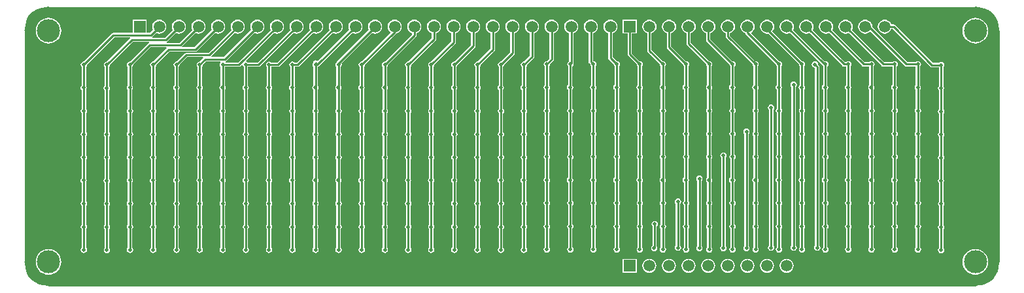
<source format=gbl>
G04*
G04 #@! TF.GenerationSoftware,Altium Limited,Altium Designer,18.1.9 (240)*
G04*
G04 Layer_Physical_Order=2*
G04 Layer_Color=16711680*
%FSLAX44Y44*%
%MOMM*%
G71*
G01*
G75*
%ADD12C,0.2540*%
%ADD19C,1.5000*%
%ADD20R,1.5000X1.5000*%
%ADD21C,0.5000*%
%ADD22C,3.0000*%
G36*
X1611759Y1079024D02*
X1616381Y1077109D01*
X1620542Y1074329D01*
X1624079Y1070791D01*
X1626859Y1066631D01*
X1628774Y1062009D01*
X1629750Y1057102D01*
Y1054600D01*
Y745400D01*
Y742898D01*
X1628774Y737991D01*
X1626859Y733369D01*
X1624079Y729208D01*
X1620542Y725670D01*
X1616381Y722891D01*
X1611759Y720976D01*
X1606852Y720000D01*
X392898D01*
X387991Y720976D01*
X383369Y722891D01*
X379208Y725670D01*
X375671Y729208D01*
X372891Y733369D01*
X370976Y737991D01*
X370000Y742898D01*
Y745400D01*
Y1054600D01*
Y1057102D01*
X370976Y1062009D01*
X372891Y1066631D01*
X375671Y1070791D01*
X379208Y1074329D01*
X383369Y1077109D01*
X387991Y1079024D01*
X392898Y1080000D01*
X1606852D01*
X1611759Y1079024D01*
D02*
G37*
%LPC*%
G36*
X822800Y1064352D02*
X820444Y1064042D01*
X818249Y1063132D01*
X816364Y1061686D01*
X814918Y1059801D01*
X814008Y1057606D01*
X813698Y1055250D01*
X814008Y1052894D01*
X814713Y1051192D01*
X773486Y1009964D01*
X772917Y1009114D01*
X772599Y1008901D01*
X771710Y1007570D01*
X771397Y1006000D01*
X771710Y1004430D01*
X772599Y1003099D01*
X772651Y1003064D01*
Y979103D01*
X772349Y978901D01*
X771460Y977570D01*
X771147Y976000D01*
X771460Y974430D01*
X772349Y973099D01*
X772651Y972897D01*
Y948686D01*
X772599Y948651D01*
X771710Y947320D01*
X771397Y945750D01*
X771710Y944180D01*
X772599Y942849D01*
X772651Y942814D01*
Y918686D01*
X772599Y918651D01*
X771710Y917320D01*
X771397Y915750D01*
X771710Y914180D01*
X772599Y912849D01*
X772651Y912814D01*
Y888686D01*
X772599Y888651D01*
X771710Y887320D01*
X771397Y885750D01*
X771710Y884180D01*
X772599Y882849D01*
X772651Y882814D01*
Y858853D01*
X772349Y858651D01*
X771460Y857320D01*
X771147Y855750D01*
X771460Y854180D01*
X772349Y852849D01*
X772651Y852647D01*
Y828686D01*
X772599Y828651D01*
X771710Y827320D01*
X771397Y825750D01*
X771710Y824180D01*
X772599Y822849D01*
X772651Y822814D01*
Y798436D01*
X772599Y798401D01*
X771710Y797070D01*
X771397Y795500D01*
X771710Y793930D01*
X772599Y792599D01*
X772651Y792564D01*
Y768686D01*
X772599Y768651D01*
X771710Y767320D01*
X771397Y765750D01*
X771710Y764180D01*
X772599Y762849D01*
X773930Y761960D01*
X775500Y761647D01*
X777070Y761960D01*
X778401Y762849D01*
X779290Y764180D01*
X779603Y765750D01*
X779290Y767320D01*
X778401Y768651D01*
X778349Y768686D01*
Y792564D01*
X778401Y792599D01*
X779290Y793930D01*
X779603Y795500D01*
X779290Y797070D01*
X778401Y798401D01*
X778349Y798436D01*
Y822814D01*
X778401Y822849D01*
X779290Y824180D01*
X779603Y825750D01*
X779290Y827320D01*
X778401Y828651D01*
X778349Y828686D01*
Y853145D01*
X779041Y854180D01*
X779353Y855750D01*
X779041Y857320D01*
X778349Y858355D01*
Y882814D01*
X778401Y882849D01*
X779290Y884180D01*
X779603Y885750D01*
X779290Y887320D01*
X778401Y888651D01*
X778349Y888686D01*
Y912814D01*
X778401Y912849D01*
X779290Y914180D01*
X779603Y915750D01*
X779290Y917320D01*
X778401Y918651D01*
X778349Y918686D01*
Y942814D01*
X778401Y942849D01*
X779290Y944180D01*
X779603Y945750D01*
X779290Y947320D01*
X778401Y948651D01*
X778349Y948686D01*
Y973395D01*
X779041Y974430D01*
X779353Y976000D01*
X779041Y977570D01*
X778349Y978605D01*
Y1003064D01*
X778401Y1003099D01*
X779290Y1004430D01*
X779603Y1006000D01*
X779290Y1007570D01*
X779234Y1007655D01*
X818742Y1047163D01*
X820444Y1046458D01*
X822800Y1046148D01*
X825156Y1046458D01*
X827351Y1047368D01*
X829236Y1048814D01*
X830682Y1050699D01*
X831592Y1052894D01*
X831902Y1055250D01*
X831592Y1057606D01*
X830682Y1059801D01*
X829236Y1061686D01*
X827351Y1063132D01*
X825156Y1064042D01*
X822800Y1064352D01*
D02*
G37*
G36*
X797400D02*
X795044Y1064042D01*
X792849Y1063132D01*
X790964Y1061686D01*
X789518Y1059801D01*
X788608Y1057606D01*
X788298Y1055250D01*
X788608Y1052894D01*
X789313Y1051192D01*
X748785Y1010664D01*
X747764Y1010764D01*
X746840Y1011382D01*
X745750Y1011599D01*
X744660Y1011382D01*
X743736Y1010764D01*
X743118Y1009840D01*
X742944Y1008965D01*
X742849Y1008901D01*
X741960Y1007570D01*
X741647Y1006000D01*
X741960Y1004430D01*
X742849Y1003099D01*
X742901Y1003064D01*
Y979103D01*
X742599Y978901D01*
X741710Y977570D01*
X741397Y976000D01*
X741710Y974430D01*
X742599Y973099D01*
X742901Y972897D01*
Y948686D01*
X742849Y948651D01*
X741960Y947320D01*
X741647Y945750D01*
X741960Y944180D01*
X742849Y942849D01*
X742901Y942814D01*
Y918686D01*
X742849Y918651D01*
X741960Y917320D01*
X741647Y915750D01*
X741960Y914180D01*
X742849Y912849D01*
X742901Y912814D01*
Y888686D01*
X742849Y888651D01*
X741960Y887320D01*
X741647Y885750D01*
X741960Y884180D01*
X742849Y882849D01*
X742901Y882814D01*
Y858853D01*
X742599Y858651D01*
X741710Y857320D01*
X741397Y855750D01*
X741710Y854180D01*
X742599Y852849D01*
X742901Y852647D01*
Y828686D01*
X742849Y828651D01*
X741960Y827320D01*
X741647Y825750D01*
X741960Y824180D01*
X742849Y822849D01*
X742901Y822814D01*
Y798436D01*
X742849Y798401D01*
X741960Y797070D01*
X741647Y795500D01*
X741960Y793930D01*
X742849Y792599D01*
X742901Y792564D01*
Y768686D01*
X742849Y768651D01*
X741960Y767320D01*
X741647Y765750D01*
X741960Y764180D01*
X742849Y762849D01*
X744180Y761960D01*
X745750Y761647D01*
X747320Y761960D01*
X748651Y762849D01*
X749540Y764180D01*
X749853Y765750D01*
X749540Y767320D01*
X748651Y768651D01*
X748599Y768686D01*
Y792564D01*
X748651Y792599D01*
X749540Y793930D01*
X749853Y795500D01*
X749540Y797070D01*
X748651Y798401D01*
X748599Y798436D01*
Y822814D01*
X748651Y822849D01*
X749540Y824180D01*
X749853Y825750D01*
X749540Y827320D01*
X748651Y828651D01*
X748599Y828686D01*
Y853145D01*
X749290Y854180D01*
X749603Y855750D01*
X749290Y857320D01*
X748599Y858355D01*
Y882814D01*
X748651Y882849D01*
X749540Y884180D01*
X749853Y885750D01*
X749540Y887320D01*
X748651Y888651D01*
X748599Y888686D01*
Y912814D01*
X748651Y912849D01*
X749540Y914180D01*
X749853Y915750D01*
X749540Y917320D01*
X748651Y918651D01*
X748599Y918686D01*
Y942814D01*
X748651Y942849D01*
X749540Y944180D01*
X749853Y945750D01*
X749540Y947320D01*
X748651Y948651D01*
X748599Y948686D01*
Y973395D01*
X749290Y974430D01*
X749603Y976000D01*
X749290Y977570D01*
X748599Y978605D01*
Y1003064D01*
X748651Y1003099D01*
X748768Y1003274D01*
X749240Y1003368D01*
X750164Y1003986D01*
X793342Y1047163D01*
X795044Y1046458D01*
X797400Y1046148D01*
X799756Y1046458D01*
X801951Y1047368D01*
X803836Y1048814D01*
X805282Y1050699D01*
X806192Y1052894D01*
X806502Y1055250D01*
X806192Y1057606D01*
X805282Y1059801D01*
X803836Y1061686D01*
X801951Y1063132D01*
X799756Y1064042D01*
X797400Y1064352D01*
D02*
G37*
G36*
X772000D02*
X769644Y1064042D01*
X767449Y1063132D01*
X765564Y1061686D01*
X764118Y1059801D01*
X763208Y1057606D01*
X762898Y1055250D01*
X763208Y1052894D01*
X763913Y1051192D01*
X721570Y1008849D01*
X718686D01*
X718651Y1008901D01*
X717320Y1009790D01*
X715750Y1010103D01*
X714180Y1009790D01*
X712849Y1008901D01*
X711960Y1007570D01*
X711647Y1006000D01*
X711960Y1004430D01*
X712849Y1003099D01*
X712901Y1003064D01*
Y979103D01*
X712599Y978901D01*
X711710Y977570D01*
X711397Y976000D01*
X711710Y974430D01*
X712599Y973099D01*
X712901Y972897D01*
Y948686D01*
X712849Y948651D01*
X711960Y947320D01*
X711647Y945750D01*
X711960Y944180D01*
X712849Y942849D01*
X712901Y942814D01*
Y918686D01*
X712849Y918651D01*
X711960Y917320D01*
X711647Y915750D01*
X711960Y914180D01*
X712849Y912849D01*
X712901Y912814D01*
Y888686D01*
X712849Y888651D01*
X711960Y887320D01*
X711647Y885750D01*
X711960Y884180D01*
X712849Y882849D01*
X712901Y882814D01*
Y858853D01*
X712599Y858651D01*
X711710Y857320D01*
X711397Y855750D01*
X711710Y854180D01*
X712599Y852849D01*
X712901Y852647D01*
Y828686D01*
X712849Y828651D01*
X711960Y827320D01*
X711647Y825750D01*
X711960Y824180D01*
X712849Y822849D01*
X712901Y822814D01*
Y798436D01*
X712849Y798401D01*
X711960Y797070D01*
X711647Y795500D01*
X711960Y793930D01*
X712849Y792599D01*
X712901Y792564D01*
Y768686D01*
X712849Y768651D01*
X711960Y767320D01*
X711647Y765750D01*
X711960Y764180D01*
X712849Y762849D01*
X714180Y761960D01*
X715750Y761647D01*
X717320Y761960D01*
X718651Y762849D01*
X719540Y764180D01*
X719853Y765750D01*
X719540Y767320D01*
X718651Y768651D01*
X718599Y768686D01*
Y792564D01*
X718651Y792599D01*
X719540Y793930D01*
X719853Y795500D01*
X719540Y797070D01*
X718651Y798401D01*
X718599Y798436D01*
Y822814D01*
X718651Y822849D01*
X719540Y824180D01*
X719853Y825750D01*
X719540Y827320D01*
X718651Y828651D01*
X718599Y828686D01*
Y853145D01*
X719290Y854180D01*
X719603Y855750D01*
X719290Y857320D01*
X718599Y858355D01*
Y882814D01*
X718651Y882849D01*
X719540Y884180D01*
X719853Y885750D01*
X719540Y887320D01*
X718651Y888651D01*
X718599Y888686D01*
Y912814D01*
X718651Y912849D01*
X719540Y914180D01*
X719853Y915750D01*
X719540Y917320D01*
X718651Y918651D01*
X718599Y918686D01*
Y942814D01*
X718651Y942849D01*
X719540Y944180D01*
X719853Y945750D01*
X719540Y947320D01*
X718651Y948651D01*
X718599Y948686D01*
Y973395D01*
X719290Y974430D01*
X719603Y976000D01*
X719290Y977570D01*
X718599Y978605D01*
Y1003064D01*
X718651Y1003099D01*
X718686Y1003151D01*
X722750D01*
X722750Y1003151D01*
X723840Y1003368D01*
X724764Y1003986D01*
X767942Y1047163D01*
X769644Y1046458D01*
X772000Y1046148D01*
X774356Y1046458D01*
X776551Y1047368D01*
X778436Y1048814D01*
X779882Y1050699D01*
X780792Y1052894D01*
X781102Y1055250D01*
X780792Y1057606D01*
X779882Y1059801D01*
X778436Y1061686D01*
X776551Y1063132D01*
X774356Y1064042D01*
X772000Y1064352D01*
D02*
G37*
G36*
X746600D02*
X744244Y1064042D01*
X742049Y1063132D01*
X740164Y1061686D01*
X738718Y1059801D01*
X737808Y1057606D01*
X737498Y1055250D01*
X737808Y1052894D01*
X738513Y1051192D01*
X696170Y1008849D01*
X688436D01*
X688401Y1008901D01*
X687070Y1009790D01*
X685500Y1010103D01*
X683930Y1009790D01*
X682599Y1008901D01*
X681710Y1007570D01*
X681397Y1006000D01*
X681710Y1004430D01*
X682599Y1003099D01*
X682651Y1003064D01*
Y979103D01*
X682349Y978901D01*
X681460Y977570D01*
X681147Y976000D01*
X681460Y974430D01*
X682349Y973099D01*
X682651Y972897D01*
Y948686D01*
X682599Y948651D01*
X681710Y947320D01*
X681397Y945750D01*
X681710Y944180D01*
X682599Y942849D01*
X682651Y942814D01*
Y918686D01*
X682599Y918651D01*
X681710Y917320D01*
X681397Y915750D01*
X681710Y914180D01*
X682599Y912849D01*
X682651Y912814D01*
Y888686D01*
X682599Y888651D01*
X681710Y887320D01*
X681397Y885750D01*
X681710Y884180D01*
X682599Y882849D01*
X682651Y882814D01*
Y858853D01*
X682349Y858651D01*
X681460Y857320D01*
X681147Y855750D01*
X681460Y854180D01*
X682349Y852849D01*
X682651Y852647D01*
Y828686D01*
X682599Y828651D01*
X681710Y827320D01*
X681397Y825750D01*
X681710Y824180D01*
X682599Y822849D01*
X682651Y822814D01*
Y798436D01*
X682599Y798401D01*
X681710Y797070D01*
X681397Y795500D01*
X681710Y793930D01*
X682599Y792599D01*
X682651Y792564D01*
Y768686D01*
X682599Y768651D01*
X681710Y767320D01*
X681397Y765750D01*
X681710Y764180D01*
X682599Y762849D01*
X683930Y761960D01*
X685500Y761647D01*
X687070Y761960D01*
X688401Y762849D01*
X689290Y764180D01*
X689603Y765750D01*
X689290Y767320D01*
X688401Y768651D01*
X688349Y768686D01*
Y792564D01*
X688401Y792599D01*
X689290Y793930D01*
X689603Y795500D01*
X689290Y797070D01*
X688401Y798401D01*
X688349Y798436D01*
Y822814D01*
X688401Y822849D01*
X689290Y824180D01*
X689603Y825750D01*
X689290Y827320D01*
X688401Y828651D01*
X688349Y828686D01*
Y853145D01*
X689041Y854180D01*
X689353Y855750D01*
X689041Y857320D01*
X688349Y858355D01*
Y882814D01*
X688401Y882849D01*
X689290Y884180D01*
X689603Y885750D01*
X689290Y887320D01*
X688401Y888651D01*
X688349Y888686D01*
Y912814D01*
X688401Y912849D01*
X689290Y914180D01*
X689603Y915750D01*
X689290Y917320D01*
X688401Y918651D01*
X688349Y918686D01*
Y942814D01*
X688401Y942849D01*
X689290Y944180D01*
X689603Y945750D01*
X689290Y947320D01*
X688401Y948651D01*
X688349Y948686D01*
Y973395D01*
X689041Y974430D01*
X689353Y976000D01*
X689041Y977570D01*
X688349Y978605D01*
Y1003064D01*
X688401Y1003099D01*
X688436Y1003151D01*
X697350D01*
X697350Y1003151D01*
X698440Y1003368D01*
X699364Y1003986D01*
X742542Y1047163D01*
X744244Y1046458D01*
X746600Y1046148D01*
X748956Y1046458D01*
X751151Y1047368D01*
X753036Y1048814D01*
X754482Y1050699D01*
X755392Y1052894D01*
X755702Y1055250D01*
X755392Y1057606D01*
X754482Y1059801D01*
X753036Y1061686D01*
X751151Y1063132D01*
X748956Y1064042D01*
X746600Y1064352D01*
D02*
G37*
G36*
X721200D02*
X718844Y1064042D01*
X716649Y1063132D01*
X714764Y1061686D01*
X713318Y1059801D01*
X712408Y1057606D01*
X712098Y1055250D01*
X712408Y1052894D01*
X713113Y1051192D01*
X670770Y1008849D01*
X658436D01*
X658401Y1008901D01*
X657070Y1009790D01*
X656316Y1009941D01*
X655897Y1011319D01*
X691742Y1047163D01*
X693444Y1046458D01*
X695800Y1046148D01*
X698156Y1046458D01*
X700351Y1047368D01*
X702236Y1048814D01*
X703682Y1050699D01*
X704592Y1052894D01*
X704902Y1055250D01*
X704592Y1057606D01*
X703682Y1059801D01*
X702236Y1061686D01*
X700351Y1063132D01*
X698156Y1064042D01*
X695800Y1064352D01*
X693444Y1064042D01*
X691249Y1063132D01*
X689364Y1061686D01*
X687918Y1059801D01*
X687008Y1057606D01*
X686698Y1055250D01*
X687008Y1052894D01*
X687713Y1051192D01*
X645370Y1008849D01*
X629677D01*
X629457Y1009116D01*
X629421Y1009329D01*
X629779Y1010728D01*
X630164Y1010986D01*
X666342Y1047163D01*
X668044Y1046458D01*
X670400Y1046148D01*
X672756Y1046458D01*
X674951Y1047368D01*
X676836Y1048814D01*
X678282Y1050699D01*
X679192Y1052894D01*
X679502Y1055250D01*
X679192Y1057606D01*
X678282Y1059801D01*
X676836Y1061686D01*
X674951Y1063132D01*
X672756Y1064042D01*
X670400Y1064352D01*
X668044Y1064042D01*
X665849Y1063132D01*
X663964Y1061686D01*
X662518Y1059801D01*
X661608Y1057606D01*
X661298Y1055250D01*
X661608Y1052894D01*
X662313Y1051192D01*
X626970Y1015849D01*
X611423D01*
X610897Y1017119D01*
X640942Y1047163D01*
X642644Y1046458D01*
X645000Y1046148D01*
X647356Y1046458D01*
X649551Y1047368D01*
X651436Y1048814D01*
X652882Y1050699D01*
X653792Y1052894D01*
X654102Y1055250D01*
X653792Y1057606D01*
X652882Y1059801D01*
X651436Y1061686D01*
X649551Y1063132D01*
X647356Y1064042D01*
X645000Y1064352D01*
X642644Y1064042D01*
X640449Y1063132D01*
X638564Y1061686D01*
X637118Y1059801D01*
X636208Y1057606D01*
X635898Y1055250D01*
X636208Y1052894D01*
X636913Y1051192D01*
X607320Y1021599D01*
X578500D01*
X578500Y1021599D01*
X577410Y1021382D01*
X576486Y1020764D01*
X565812Y1010091D01*
X565750Y1010103D01*
X564180Y1009790D01*
X562849Y1008901D01*
X561959Y1007570D01*
X561647Y1006000D01*
X561959Y1004430D01*
X562849Y1003099D01*
X562901Y1003064D01*
Y979103D01*
X562599Y978901D01*
X561710Y977570D01*
X561397Y976000D01*
X561710Y974430D01*
X562599Y973099D01*
X562901Y972897D01*
Y948686D01*
X562849Y948651D01*
X561959Y947320D01*
X561647Y945750D01*
X561959Y944180D01*
X562849Y942849D01*
X562901Y942814D01*
Y918686D01*
X562849Y918651D01*
X561959Y917320D01*
X561647Y915750D01*
X561959Y914180D01*
X562849Y912849D01*
X562901Y912814D01*
Y888686D01*
X562849Y888651D01*
X561959Y887320D01*
X561647Y885750D01*
X561959Y884180D01*
X562849Y882849D01*
X562901Y882814D01*
Y858853D01*
X562599Y858651D01*
X561710Y857320D01*
X561397Y855750D01*
X561710Y854180D01*
X562599Y852849D01*
X562901Y852647D01*
Y828686D01*
X562849Y828651D01*
X561959Y827320D01*
X561647Y825750D01*
X561959Y824180D01*
X562849Y822849D01*
X562901Y822814D01*
Y798436D01*
X562849Y798401D01*
X561959Y797070D01*
X561647Y795500D01*
X561959Y793930D01*
X562849Y792599D01*
X562901Y792564D01*
Y768686D01*
X562849Y768651D01*
X561959Y767320D01*
X561647Y765750D01*
X561959Y764180D01*
X562849Y762849D01*
X564180Y761960D01*
X565750Y761647D01*
X567320Y761960D01*
X568651Y762849D01*
X569540Y764180D01*
X569853Y765750D01*
X569540Y767320D01*
X568651Y768651D01*
X568599Y768686D01*
Y792564D01*
X568651Y792599D01*
X569540Y793930D01*
X569853Y795500D01*
X569540Y797070D01*
X568651Y798401D01*
X568599Y798436D01*
Y822814D01*
X568651Y822849D01*
X569540Y824180D01*
X569853Y825750D01*
X569540Y827320D01*
X568651Y828651D01*
X568599Y828686D01*
Y853145D01*
X569291Y854180D01*
X569603Y855750D01*
X569291Y857320D01*
X568599Y858355D01*
Y882814D01*
X568651Y882849D01*
X569540Y884180D01*
X569853Y885750D01*
X569540Y887320D01*
X568651Y888651D01*
X568599Y888686D01*
Y912814D01*
X568651Y912849D01*
X569540Y914180D01*
X569853Y915750D01*
X569540Y917320D01*
X568651Y918651D01*
X568599Y918686D01*
Y942814D01*
X568651Y942849D01*
X569540Y944180D01*
X569853Y945750D01*
X569540Y947320D01*
X568651Y948651D01*
X568599Y948686D01*
Y973395D01*
X569291Y974430D01*
X569603Y976000D01*
X569291Y977570D01*
X568599Y978605D01*
Y1003064D01*
X568651Y1003099D01*
X569540Y1004430D01*
X569853Y1006000D01*
X569841Y1006062D01*
X579680Y1015901D01*
X599827D01*
X600353Y1014631D01*
X595812Y1010091D01*
X595750Y1010103D01*
X594180Y1009790D01*
X592849Y1008901D01*
X591959Y1007570D01*
X591647Y1006000D01*
X591959Y1004430D01*
X592849Y1003099D01*
X592901Y1003064D01*
Y979103D01*
X592599Y978901D01*
X591710Y977570D01*
X591397Y976000D01*
X591710Y974430D01*
X592599Y973099D01*
X592901Y972897D01*
Y948686D01*
X592849Y948651D01*
X591959Y947320D01*
X591647Y945750D01*
X591959Y944180D01*
X592849Y942849D01*
X592901Y942814D01*
Y918686D01*
X592849Y918651D01*
X591959Y917320D01*
X591647Y915750D01*
X591959Y914180D01*
X592849Y912849D01*
X592901Y912814D01*
Y888686D01*
X592849Y888651D01*
X591959Y887320D01*
X591647Y885750D01*
X591959Y884180D01*
X592849Y882849D01*
X592901Y882814D01*
Y858853D01*
X592599Y858651D01*
X591710Y857320D01*
X591397Y855750D01*
X591710Y854180D01*
X592599Y852849D01*
X592901Y852647D01*
Y828686D01*
X592849Y828651D01*
X591959Y827320D01*
X591647Y825750D01*
X591959Y824180D01*
X592849Y822849D01*
X592901Y822814D01*
Y798436D01*
X592849Y798401D01*
X591959Y797070D01*
X591647Y795500D01*
X591959Y793930D01*
X592849Y792599D01*
X592901Y792564D01*
Y768686D01*
X592849Y768651D01*
X591959Y767320D01*
X591647Y765750D01*
X591959Y764180D01*
X592849Y762849D01*
X594180Y761960D01*
X595750Y761647D01*
X597320Y761960D01*
X598651Y762849D01*
X599540Y764180D01*
X599853Y765750D01*
X599540Y767320D01*
X598651Y768651D01*
X598599Y768686D01*
Y792564D01*
X598651Y792599D01*
X599540Y793930D01*
X599853Y795500D01*
X599540Y797070D01*
X598651Y798401D01*
X598599Y798436D01*
Y822814D01*
X598651Y822849D01*
X599540Y824180D01*
X599853Y825750D01*
X599540Y827320D01*
X598651Y828651D01*
X598599Y828686D01*
Y853145D01*
X599291Y854180D01*
X599603Y855750D01*
X599291Y857320D01*
X598599Y858355D01*
Y882814D01*
X598651Y882849D01*
X599540Y884180D01*
X599853Y885750D01*
X599540Y887320D01*
X598651Y888651D01*
X598599Y888686D01*
Y912814D01*
X598651Y912849D01*
X599540Y914180D01*
X599853Y915750D01*
X599540Y917320D01*
X598651Y918651D01*
X598599Y918686D01*
Y942814D01*
X598651Y942849D01*
X599540Y944180D01*
X599853Y945750D01*
X599540Y947320D01*
X598651Y948651D01*
X598599Y948686D01*
Y973395D01*
X599291Y974430D01*
X599603Y976000D01*
X599291Y977570D01*
X598599Y978605D01*
Y1003064D01*
X598651Y1003099D01*
X599540Y1004430D01*
X599853Y1006000D01*
X599841Y1006062D01*
X603930Y1010151D01*
X622184D01*
X622599Y1008901D01*
X621710Y1007570D01*
X621397Y1006000D01*
X621710Y1004430D01*
X622599Y1003099D01*
X622651Y1003064D01*
Y979103D01*
X622349Y978901D01*
X621460Y977570D01*
X621147Y976000D01*
X621460Y974430D01*
X622349Y973099D01*
X622651Y972897D01*
Y948686D01*
X622599Y948651D01*
X621710Y947320D01*
X621397Y945750D01*
X621710Y944180D01*
X622599Y942849D01*
X622651Y942814D01*
Y918686D01*
X622599Y918651D01*
X621710Y917320D01*
X621397Y915750D01*
X621710Y914180D01*
X622599Y912849D01*
X622651Y912814D01*
Y888686D01*
X622599Y888651D01*
X621710Y887320D01*
X621397Y885750D01*
X621710Y884180D01*
X622599Y882849D01*
X622651Y882814D01*
Y858853D01*
X622349Y858651D01*
X621460Y857320D01*
X621147Y855750D01*
X621460Y854180D01*
X622349Y852849D01*
X622651Y852647D01*
Y828686D01*
X622599Y828651D01*
X621710Y827320D01*
X621397Y825750D01*
X621710Y824180D01*
X622599Y822849D01*
X622651Y822814D01*
Y798436D01*
X622599Y798401D01*
X621710Y797070D01*
X621397Y795500D01*
X621710Y793930D01*
X622599Y792599D01*
X622651Y792564D01*
Y768686D01*
X622599Y768651D01*
X621710Y767320D01*
X621397Y765750D01*
X621710Y764180D01*
X622599Y762849D01*
X623930Y761960D01*
X625500Y761647D01*
X627070Y761960D01*
X628401Y762849D01*
X629291Y764180D01*
X629603Y765750D01*
X629291Y767320D01*
X628401Y768651D01*
X628349Y768686D01*
Y792564D01*
X628401Y792599D01*
X629291Y793930D01*
X629603Y795500D01*
X629291Y797070D01*
X628401Y798401D01*
X628349Y798436D01*
Y822814D01*
X628401Y822849D01*
X629291Y824180D01*
X629603Y825750D01*
X629291Y827320D01*
X628401Y828651D01*
X628349Y828686D01*
Y853145D01*
X629040Y854180D01*
X629353Y855750D01*
X629040Y857320D01*
X628349Y858355D01*
Y882814D01*
X628401Y882849D01*
X629291Y884180D01*
X629603Y885750D01*
X629291Y887320D01*
X628401Y888651D01*
X628349Y888686D01*
Y912814D01*
X628401Y912849D01*
X629291Y914180D01*
X629603Y915750D01*
X629291Y917320D01*
X628401Y918651D01*
X628349Y918686D01*
Y942814D01*
X628401Y942849D01*
X629291Y944180D01*
X629603Y945750D01*
X629291Y947320D01*
X628401Y948651D01*
X628349Y948686D01*
Y973395D01*
X629040Y974430D01*
X629353Y976000D01*
X629040Y977570D01*
X628349Y978605D01*
Y1003064D01*
X628401Y1003099D01*
X628436Y1003151D01*
X646550D01*
X646550Y1003151D01*
X647640Y1003368D01*
X648564Y1003986D01*
X650181Y1005603D01*
X651559Y1005185D01*
X651710Y1004430D01*
X652599Y1003099D01*
X652651Y1003064D01*
Y979103D01*
X652349Y978901D01*
X651460Y977570D01*
X651147Y976000D01*
X651460Y974430D01*
X652349Y973099D01*
X652651Y972897D01*
Y948686D01*
X652599Y948651D01*
X651710Y947320D01*
X651397Y945750D01*
X651710Y944180D01*
X652599Y942849D01*
X652651Y942814D01*
Y918686D01*
X652599Y918651D01*
X651710Y917320D01*
X651397Y915750D01*
X651710Y914180D01*
X652599Y912849D01*
X652651Y912814D01*
Y888686D01*
X652599Y888651D01*
X651710Y887320D01*
X651397Y885750D01*
X651710Y884180D01*
X652599Y882849D01*
X652651Y882814D01*
Y858853D01*
X652349Y858651D01*
X651460Y857320D01*
X651147Y855750D01*
X651460Y854180D01*
X652349Y852849D01*
X652651Y852647D01*
Y828686D01*
X652599Y828651D01*
X651710Y827320D01*
X651397Y825750D01*
X651710Y824180D01*
X652599Y822849D01*
X652651Y822814D01*
Y798436D01*
X652599Y798401D01*
X651710Y797070D01*
X651397Y795500D01*
X651710Y793930D01*
X652599Y792599D01*
X652651Y792564D01*
Y768686D01*
X652599Y768651D01*
X651710Y767320D01*
X651397Y765750D01*
X651710Y764180D01*
X652599Y762849D01*
X653930Y761960D01*
X655500Y761647D01*
X657070Y761960D01*
X658401Y762849D01*
X659290Y764180D01*
X659603Y765750D01*
X659290Y767320D01*
X658401Y768651D01*
X658349Y768686D01*
Y792564D01*
X658401Y792599D01*
X659290Y793930D01*
X659603Y795500D01*
X659290Y797070D01*
X658401Y798401D01*
X658349Y798436D01*
Y822814D01*
X658401Y822849D01*
X659290Y824180D01*
X659603Y825750D01*
X659290Y827320D01*
X658401Y828651D01*
X658349Y828686D01*
Y853145D01*
X659041Y854180D01*
X659353Y855750D01*
X659041Y857320D01*
X658349Y858355D01*
Y882814D01*
X658401Y882849D01*
X659290Y884180D01*
X659603Y885750D01*
X659290Y887320D01*
X658401Y888651D01*
X658349Y888686D01*
Y912814D01*
X658401Y912849D01*
X659290Y914180D01*
X659603Y915750D01*
X659290Y917320D01*
X658401Y918651D01*
X658349Y918686D01*
Y942814D01*
X658401Y942849D01*
X659290Y944180D01*
X659603Y945750D01*
X659290Y947320D01*
X658401Y948651D01*
X658349Y948686D01*
Y973395D01*
X659041Y974430D01*
X659353Y976000D01*
X659041Y977570D01*
X658349Y978605D01*
Y1003064D01*
X658401Y1003099D01*
X658436Y1003151D01*
X671950D01*
X671950Y1003151D01*
X673040Y1003368D01*
X673964Y1003986D01*
X717142Y1047163D01*
X718844Y1046458D01*
X721200Y1046148D01*
X723556Y1046458D01*
X725751Y1047368D01*
X727636Y1048814D01*
X729082Y1050699D01*
X729992Y1052894D01*
X730302Y1055250D01*
X729992Y1057606D01*
X729082Y1059801D01*
X727636Y1061686D01*
X725751Y1063132D01*
X723556Y1064042D01*
X721200Y1064352D01*
D02*
G37*
G36*
X619600D02*
X617244Y1064042D01*
X615049Y1063132D01*
X613164Y1061686D01*
X611718Y1059801D01*
X610808Y1057606D01*
X610498Y1055250D01*
X610808Y1052894D01*
X611513Y1051192D01*
X588920Y1028599D01*
X573373D01*
X572848Y1029869D01*
X590142Y1047163D01*
X591844Y1046458D01*
X594200Y1046148D01*
X596556Y1046458D01*
X598751Y1047368D01*
X600636Y1048814D01*
X602082Y1050699D01*
X602992Y1052894D01*
X603302Y1055250D01*
X602992Y1057606D01*
X602082Y1059801D01*
X600636Y1061686D01*
X598751Y1063132D01*
X596556Y1064042D01*
X594200Y1064352D01*
X591844Y1064042D01*
X589649Y1063132D01*
X587764Y1061686D01*
X586318Y1059801D01*
X585408Y1057606D01*
X585098Y1055250D01*
X585408Y1052894D01*
X586113Y1051192D01*
X569270Y1034349D01*
X553018D01*
X552890Y1035618D01*
X553814Y1036236D01*
X564742Y1047163D01*
X566444Y1046458D01*
X568800Y1046148D01*
X571156Y1046458D01*
X573351Y1047368D01*
X575236Y1048814D01*
X576682Y1050699D01*
X577592Y1052894D01*
X577902Y1055250D01*
X577592Y1057606D01*
X576682Y1059801D01*
X575236Y1061686D01*
X573351Y1063132D01*
X571156Y1064042D01*
X568800Y1064352D01*
X566444Y1064042D01*
X564249Y1063132D01*
X562364Y1061686D01*
X560918Y1059801D01*
X560008Y1057606D01*
X559698Y1055250D01*
X560008Y1052894D01*
X560713Y1051192D01*
X550620Y1041099D01*
X534999D01*
X534629Y1041818D01*
X534548Y1042369D01*
X539342Y1047163D01*
X541044Y1046458D01*
X543400Y1046148D01*
X545756Y1046458D01*
X547951Y1047368D01*
X549836Y1048814D01*
X551282Y1050699D01*
X552192Y1052894D01*
X552502Y1055250D01*
X552192Y1057606D01*
X551282Y1059801D01*
X549836Y1061686D01*
X547951Y1063132D01*
X545756Y1064042D01*
X543400Y1064352D01*
X541044Y1064042D01*
X538849Y1063132D01*
X536964Y1061686D01*
X535518Y1059801D01*
X534608Y1057606D01*
X534298Y1055250D01*
X534608Y1052894D01*
X535313Y1051192D01*
X531220Y1047099D01*
X527024D01*
Y1064274D01*
X508976D01*
Y1047099D01*
X484000D01*
X482910Y1046882D01*
X481986Y1046264D01*
X481986Y1046264D01*
X445812Y1010091D01*
X445750Y1010103D01*
X444180Y1009790D01*
X442849Y1008901D01*
X441959Y1007570D01*
X441647Y1006000D01*
X441959Y1004430D01*
X442849Y1003099D01*
X442901Y1003064D01*
Y979103D01*
X442599Y978901D01*
X441710Y977570D01*
X441397Y976000D01*
X441710Y974430D01*
X442599Y973099D01*
X442901Y972897D01*
Y948686D01*
X442849Y948651D01*
X441959Y947320D01*
X441647Y945750D01*
X441959Y944180D01*
X442849Y942849D01*
X442901Y942814D01*
Y918686D01*
X442849Y918651D01*
X441959Y917320D01*
X441647Y915750D01*
X441959Y914180D01*
X442849Y912849D01*
X442901Y912814D01*
Y888686D01*
X442849Y888651D01*
X441959Y887320D01*
X441647Y885750D01*
X441959Y884180D01*
X442849Y882849D01*
X442901Y882814D01*
Y858853D01*
X442599Y858651D01*
X441710Y857320D01*
X441397Y855750D01*
X441710Y854180D01*
X442599Y852849D01*
X442901Y852647D01*
Y828686D01*
X442849Y828651D01*
X441959Y827320D01*
X441647Y825750D01*
X441959Y824180D01*
X442849Y822849D01*
X442901Y822814D01*
Y798436D01*
X442849Y798401D01*
X441959Y797070D01*
X441647Y795500D01*
X441959Y793930D01*
X442849Y792599D01*
X442901Y792564D01*
Y768686D01*
X442849Y768651D01*
X441959Y767320D01*
X441647Y765750D01*
X441959Y764180D01*
X442849Y762849D01*
X444180Y761960D01*
X445750Y761647D01*
X447320Y761960D01*
X448651Y762849D01*
X449540Y764180D01*
X449853Y765750D01*
X449540Y767320D01*
X448651Y768651D01*
X448599Y768686D01*
Y792564D01*
X448651Y792599D01*
X449540Y793930D01*
X449853Y795500D01*
X449540Y797070D01*
X448651Y798401D01*
X448599Y798436D01*
Y822814D01*
X448651Y822849D01*
X449540Y824180D01*
X449853Y825750D01*
X449540Y827320D01*
X448651Y828651D01*
X448599Y828686D01*
Y853145D01*
X449291Y854180D01*
X449603Y855750D01*
X449291Y857320D01*
X448599Y858355D01*
Y882814D01*
X448651Y882849D01*
X449540Y884180D01*
X449853Y885750D01*
X449540Y887320D01*
X448651Y888651D01*
X448599Y888686D01*
Y912814D01*
X448651Y912849D01*
X449540Y914180D01*
X449853Y915750D01*
X449540Y917320D01*
X448651Y918651D01*
X448599Y918686D01*
Y942814D01*
X448651Y942849D01*
X449540Y944180D01*
X449853Y945750D01*
X449540Y947320D01*
X448651Y948651D01*
X448599Y948686D01*
Y973395D01*
X449291Y974430D01*
X449603Y976000D01*
X449291Y977570D01*
X448599Y978605D01*
Y1003064D01*
X448651Y1003099D01*
X449540Y1004430D01*
X449853Y1006000D01*
X449841Y1006062D01*
X485180Y1041401D01*
X505401D01*
X505771Y1040682D01*
X505853Y1040131D01*
X475562Y1009841D01*
X475500Y1009853D01*
X473930Y1009541D01*
X472599Y1008651D01*
X471710Y1007320D01*
X471397Y1005750D01*
X471710Y1004180D01*
X472599Y1002849D01*
X472651Y1002814D01*
Y978853D01*
X472349Y978651D01*
X471460Y977320D01*
X471147Y975750D01*
X471460Y974180D01*
X472349Y972849D01*
X472651Y972647D01*
Y948436D01*
X472599Y948401D01*
X471710Y947070D01*
X471397Y945500D01*
X471710Y943930D01*
X472599Y942599D01*
X472651Y942564D01*
Y918436D01*
X472599Y918401D01*
X471710Y917070D01*
X471397Y915500D01*
X471710Y913930D01*
X472599Y912599D01*
X472651Y912564D01*
Y888436D01*
X472599Y888401D01*
X471710Y887070D01*
X471397Y885500D01*
X471710Y883930D01*
X472599Y882599D01*
X472651Y882564D01*
Y858603D01*
X472349Y858401D01*
X471460Y857070D01*
X471147Y855500D01*
X471460Y853930D01*
X472349Y852599D01*
X472651Y852397D01*
Y828436D01*
X472599Y828401D01*
X471710Y827070D01*
X471397Y825500D01*
X471710Y823930D01*
X472599Y822599D01*
X472651Y822564D01*
Y798186D01*
X472599Y798151D01*
X471710Y796820D01*
X471397Y795250D01*
X471710Y793680D01*
X472599Y792349D01*
X472651Y792314D01*
Y768436D01*
X472599Y768401D01*
X471710Y767070D01*
X471397Y765500D01*
X471710Y763930D01*
X472599Y762599D01*
X473930Y761710D01*
X475500Y761397D01*
X477070Y761710D01*
X478401Y762599D01*
X479291Y763930D01*
X479603Y765500D01*
X479291Y767070D01*
X478401Y768401D01*
X478349Y768436D01*
Y792314D01*
X478401Y792349D01*
X479291Y793680D01*
X479603Y795250D01*
X479291Y796820D01*
X478401Y798151D01*
X478349Y798186D01*
Y822564D01*
X478401Y822599D01*
X479291Y823930D01*
X479603Y825500D01*
X479291Y827070D01*
X478401Y828401D01*
X478349Y828436D01*
Y852895D01*
X479040Y853930D01*
X479353Y855500D01*
X479040Y857070D01*
X478349Y858105D01*
Y882564D01*
X478401Y882599D01*
X479291Y883930D01*
X479603Y885500D01*
X479291Y887070D01*
X478401Y888401D01*
X478349Y888436D01*
Y912564D01*
X478401Y912599D01*
X479291Y913930D01*
X479603Y915500D01*
X479291Y917070D01*
X478401Y918401D01*
X478349Y918436D01*
Y942564D01*
X478401Y942599D01*
X479291Y943930D01*
X479603Y945500D01*
X479291Y947070D01*
X478401Y948401D01*
X478349Y948436D01*
Y973145D01*
X479040Y974180D01*
X479353Y975750D01*
X479040Y977320D01*
X478349Y978355D01*
Y1002814D01*
X478401Y1002849D01*
X479291Y1004180D01*
X479603Y1005750D01*
X479590Y1005812D01*
X509180Y1035401D01*
X529781D01*
X529910Y1034132D01*
X528986Y1033514D01*
X528985Y1033514D01*
X505562Y1010091D01*
X505500Y1010103D01*
X503930Y1009790D01*
X502599Y1008901D01*
X501710Y1007570D01*
X501397Y1006000D01*
X501710Y1004430D01*
X502599Y1003099D01*
X502651Y1003064D01*
Y979103D01*
X502349Y978901D01*
X501460Y977570D01*
X501147Y976000D01*
X501460Y974430D01*
X502349Y973099D01*
X502651Y972897D01*
Y948686D01*
X502599Y948651D01*
X501710Y947320D01*
X501397Y945750D01*
X501710Y944180D01*
X502599Y942849D01*
X502651Y942814D01*
Y918686D01*
X502599Y918651D01*
X501710Y917320D01*
X501397Y915750D01*
X501710Y914180D01*
X502599Y912849D01*
X502651Y912814D01*
Y888686D01*
X502599Y888651D01*
X501710Y887320D01*
X501397Y885750D01*
X501710Y884180D01*
X502599Y882849D01*
X502651Y882814D01*
Y858853D01*
X502349Y858651D01*
X501460Y857320D01*
X501147Y855750D01*
X501460Y854180D01*
X502349Y852849D01*
X502651Y852647D01*
Y828686D01*
X502599Y828651D01*
X501710Y827320D01*
X501397Y825750D01*
X501710Y824180D01*
X502599Y822849D01*
X502651Y822814D01*
Y798436D01*
X502599Y798401D01*
X501710Y797070D01*
X501397Y795500D01*
X501710Y793930D01*
X502599Y792599D01*
X502651Y792564D01*
Y768686D01*
X502599Y768651D01*
X501710Y767320D01*
X501397Y765750D01*
X501710Y764180D01*
X502599Y762849D01*
X503930Y761960D01*
X505500Y761647D01*
X507070Y761960D01*
X508401Y762849D01*
X509291Y764180D01*
X509603Y765750D01*
X509291Y767320D01*
X508401Y768651D01*
X508349Y768686D01*
Y792564D01*
X508401Y792599D01*
X509291Y793930D01*
X509603Y795500D01*
X509291Y797070D01*
X508401Y798401D01*
X508349Y798436D01*
Y822814D01*
X508401Y822849D01*
X509291Y824180D01*
X509603Y825750D01*
X509291Y827320D01*
X508401Y828651D01*
X508349Y828686D01*
Y853145D01*
X509040Y854180D01*
X509353Y855750D01*
X509040Y857320D01*
X508349Y858355D01*
Y882814D01*
X508401Y882849D01*
X509291Y884180D01*
X509603Y885750D01*
X509291Y887320D01*
X508401Y888651D01*
X508349Y888686D01*
Y912814D01*
X508401Y912849D01*
X509291Y914180D01*
X509603Y915750D01*
X509291Y917320D01*
X508401Y918651D01*
X508349Y918686D01*
Y942814D01*
X508401Y942849D01*
X509291Y944180D01*
X509603Y945750D01*
X509291Y947320D01*
X508401Y948651D01*
X508349Y948686D01*
Y973395D01*
X509040Y974430D01*
X509353Y976000D01*
X509040Y977570D01*
X508349Y978605D01*
Y1003064D01*
X508401Y1003099D01*
X509291Y1004430D01*
X509603Y1006000D01*
X509590Y1006062D01*
X532180Y1028651D01*
X552326D01*
X552853Y1027381D01*
X535562Y1010091D01*
X535500Y1010103D01*
X533930Y1009790D01*
X532599Y1008901D01*
X531710Y1007570D01*
X531397Y1006000D01*
X531710Y1004430D01*
X532599Y1003099D01*
X532651Y1003064D01*
Y979103D01*
X532349Y978901D01*
X531460Y977570D01*
X531147Y976000D01*
X531460Y974430D01*
X532349Y973099D01*
X532651Y972897D01*
Y948686D01*
X532599Y948651D01*
X531710Y947320D01*
X531397Y945750D01*
X531710Y944180D01*
X532599Y942849D01*
X532651Y942814D01*
Y918686D01*
X532599Y918651D01*
X531710Y917320D01*
X531397Y915750D01*
X531710Y914180D01*
X532599Y912849D01*
X532651Y912814D01*
Y888686D01*
X532599Y888651D01*
X531710Y887320D01*
X531397Y885750D01*
X531710Y884180D01*
X532599Y882849D01*
X532651Y882814D01*
Y858853D01*
X532349Y858651D01*
X531460Y857320D01*
X531147Y855750D01*
X531460Y854180D01*
X532349Y852849D01*
X532651Y852647D01*
Y828686D01*
X532599Y828651D01*
X531710Y827320D01*
X531397Y825750D01*
X531710Y824180D01*
X532599Y822849D01*
X532651Y822814D01*
Y798436D01*
X532599Y798401D01*
X531710Y797070D01*
X531397Y795500D01*
X531710Y793930D01*
X532599Y792599D01*
X532651Y792564D01*
Y768686D01*
X532599Y768651D01*
X531710Y767320D01*
X531397Y765750D01*
X531710Y764180D01*
X532599Y762849D01*
X533930Y761960D01*
X535500Y761647D01*
X537070Y761960D01*
X538401Y762849D01*
X539291Y764180D01*
X539603Y765750D01*
X539291Y767320D01*
X538401Y768651D01*
X538349Y768686D01*
Y792564D01*
X538401Y792599D01*
X539291Y793930D01*
X539603Y795500D01*
X539291Y797070D01*
X538401Y798401D01*
X538349Y798436D01*
Y822814D01*
X538401Y822849D01*
X539291Y824180D01*
X539603Y825750D01*
X539291Y827320D01*
X538401Y828651D01*
X538349Y828686D01*
Y853145D01*
X539040Y854180D01*
X539353Y855750D01*
X539040Y857320D01*
X538349Y858355D01*
Y882814D01*
X538401Y882849D01*
X539291Y884180D01*
X539603Y885750D01*
X539291Y887320D01*
X538401Y888651D01*
X538349Y888686D01*
Y912814D01*
X538401Y912849D01*
X539291Y914180D01*
X539603Y915750D01*
X539291Y917320D01*
X538401Y918651D01*
X538349Y918686D01*
Y942814D01*
X538401Y942849D01*
X539291Y944180D01*
X539603Y945750D01*
X539291Y947320D01*
X538401Y948651D01*
X538349Y948686D01*
Y973395D01*
X539040Y974430D01*
X539353Y976000D01*
X539040Y977570D01*
X538349Y978605D01*
Y1003064D01*
X538401Y1003099D01*
X539291Y1004430D01*
X539603Y1006000D01*
X539590Y1006062D01*
X556430Y1022901D01*
X590100D01*
X590100Y1022901D01*
X591190Y1023118D01*
X592114Y1023736D01*
X615542Y1047163D01*
X617244Y1046458D01*
X619600Y1046148D01*
X621956Y1046458D01*
X624151Y1047368D01*
X626036Y1048814D01*
X627482Y1050699D01*
X628392Y1052894D01*
X628702Y1055250D01*
X628392Y1057606D01*
X627482Y1059801D01*
X626036Y1061686D01*
X624151Y1063132D01*
X621956Y1064042D01*
X619600Y1064352D01*
D02*
G37*
G36*
X1600000Y1066604D02*
X1596761Y1066285D01*
X1593646Y1065340D01*
X1590775Y1063806D01*
X1588259Y1061741D01*
X1586194Y1059225D01*
X1584660Y1056354D01*
X1583715Y1053239D01*
X1583396Y1050000D01*
X1583715Y1046761D01*
X1584660Y1043646D01*
X1586194Y1040775D01*
X1588259Y1038259D01*
X1590775Y1036194D01*
X1593646Y1034660D01*
X1596761Y1033715D01*
X1600000Y1033396D01*
X1603239Y1033715D01*
X1606354Y1034660D01*
X1609225Y1036194D01*
X1611741Y1038259D01*
X1613806Y1040775D01*
X1615340Y1043646D01*
X1616285Y1046761D01*
X1616604Y1050000D01*
X1616285Y1053239D01*
X1615340Y1056354D01*
X1613806Y1059225D01*
X1611741Y1061741D01*
X1609225Y1063806D01*
X1606354Y1065340D01*
X1603239Y1066285D01*
X1600000Y1066604D01*
D02*
G37*
G36*
X400000D02*
X396761Y1066285D01*
X393646Y1065340D01*
X390775Y1063806D01*
X388259Y1061741D01*
X386194Y1059225D01*
X384660Y1056354D01*
X383715Y1053239D01*
X383396Y1050000D01*
X383715Y1046761D01*
X384660Y1043646D01*
X386194Y1040775D01*
X388259Y1038259D01*
X390775Y1036194D01*
X393646Y1034660D01*
X396761Y1033715D01*
X400000Y1033396D01*
X403239Y1033715D01*
X406354Y1034660D01*
X409225Y1036194D01*
X411741Y1038259D01*
X413806Y1040775D01*
X415340Y1043646D01*
X416285Y1046761D01*
X416604Y1050000D01*
X416285Y1053239D01*
X415340Y1056354D01*
X413806Y1059225D01*
X411741Y1061741D01*
X409225Y1063806D01*
X406354Y1065340D01*
X403239Y1066285D01*
X400000Y1066604D01*
D02*
G37*
G36*
X1051400Y1064352D02*
X1049044Y1064042D01*
X1046849Y1063132D01*
X1044964Y1061686D01*
X1043518Y1059801D01*
X1042608Y1057606D01*
X1042298Y1055250D01*
X1042608Y1052894D01*
X1043518Y1050699D01*
X1044964Y1048814D01*
X1046849Y1047368D01*
X1048551Y1046663D01*
Y1013830D01*
X1045312Y1010591D01*
X1045250Y1010603D01*
X1043680Y1010291D01*
X1042349Y1009401D01*
X1041460Y1008070D01*
X1041147Y1006500D01*
X1041460Y1004930D01*
X1042349Y1003599D01*
X1042401Y1003564D01*
Y979603D01*
X1042099Y979401D01*
X1041209Y978070D01*
X1040897Y976500D01*
X1041209Y974930D01*
X1042099Y973599D01*
X1042401Y973397D01*
Y949186D01*
X1042349Y949151D01*
X1041460Y947820D01*
X1041147Y946250D01*
X1041460Y944680D01*
X1042349Y943349D01*
X1042401Y943314D01*
Y919186D01*
X1042349Y919151D01*
X1041460Y917820D01*
X1041147Y916250D01*
X1041460Y914680D01*
X1042349Y913349D01*
X1042401Y913314D01*
Y889186D01*
X1042349Y889151D01*
X1041460Y887820D01*
X1041147Y886250D01*
X1041460Y884680D01*
X1042349Y883349D01*
X1042401Y883314D01*
Y859353D01*
X1042099Y859151D01*
X1041209Y857820D01*
X1040897Y856250D01*
X1041209Y854680D01*
X1042099Y853349D01*
X1042401Y853147D01*
Y829186D01*
X1042349Y829151D01*
X1041460Y827820D01*
X1041147Y826250D01*
X1041460Y824680D01*
X1042349Y823349D01*
X1042401Y823314D01*
Y798936D01*
X1042349Y798901D01*
X1041460Y797570D01*
X1041147Y796000D01*
X1041460Y794430D01*
X1042349Y793099D01*
X1042401Y793064D01*
Y769186D01*
X1042349Y769151D01*
X1041460Y767820D01*
X1041147Y766250D01*
X1041460Y764680D01*
X1042349Y763349D01*
X1043680Y762459D01*
X1045250Y762147D01*
X1046820Y762459D01*
X1048151Y763349D01*
X1049041Y764680D01*
X1049353Y766250D01*
X1049041Y767820D01*
X1048151Y769151D01*
X1048099Y769186D01*
Y793064D01*
X1048151Y793099D01*
X1049041Y794430D01*
X1049353Y796000D01*
X1049041Y797570D01*
X1048151Y798901D01*
X1048099Y798936D01*
Y823314D01*
X1048151Y823349D01*
X1049041Y824680D01*
X1049353Y826250D01*
X1049041Y827820D01*
X1048151Y829151D01*
X1048099Y829186D01*
Y853645D01*
X1048791Y854680D01*
X1049103Y856250D01*
X1048791Y857820D01*
X1048099Y858856D01*
Y883314D01*
X1048151Y883349D01*
X1049041Y884680D01*
X1049353Y886250D01*
X1049041Y887820D01*
X1048151Y889151D01*
X1048099Y889186D01*
Y913314D01*
X1048151Y913349D01*
X1049041Y914680D01*
X1049353Y916250D01*
X1049041Y917820D01*
X1048151Y919151D01*
X1048099Y919186D01*
Y943314D01*
X1048151Y943349D01*
X1049041Y944680D01*
X1049353Y946250D01*
X1049041Y947820D01*
X1048151Y949151D01*
X1048099Y949186D01*
Y973895D01*
X1048791Y974930D01*
X1049103Y976500D01*
X1048791Y978070D01*
X1048099Y979106D01*
Y1003564D01*
X1048151Y1003599D01*
X1049041Y1004930D01*
X1049353Y1006500D01*
X1049341Y1006562D01*
X1053414Y1010636D01*
X1053414Y1010636D01*
X1054032Y1011560D01*
X1054249Y1012650D01*
Y1046663D01*
X1055951Y1047368D01*
X1057836Y1048814D01*
X1059282Y1050699D01*
X1060192Y1052894D01*
X1060502Y1055250D01*
X1060192Y1057606D01*
X1059282Y1059801D01*
X1057836Y1061686D01*
X1055951Y1063132D01*
X1053756Y1064042D01*
X1051400Y1064352D01*
D02*
G37*
G36*
X848200D02*
X845844Y1064042D01*
X843649Y1063132D01*
X841764Y1061686D01*
X840318Y1059801D01*
X839408Y1057606D01*
X839098Y1055250D01*
X839408Y1052894D01*
X840318Y1050699D01*
X841764Y1048814D01*
X842427Y1048306D01*
X842510Y1047038D01*
X805562Y1010091D01*
X805500Y1010103D01*
X803930Y1009790D01*
X802599Y1008901D01*
X801710Y1007570D01*
X801397Y1006000D01*
X801710Y1004430D01*
X802599Y1003099D01*
X802651Y1003064D01*
Y979103D01*
X802349Y978901D01*
X801460Y977570D01*
X801147Y976000D01*
X801460Y974430D01*
X802349Y973099D01*
X802651Y972897D01*
Y948686D01*
X802599Y948651D01*
X801710Y947320D01*
X801397Y945750D01*
X801710Y944180D01*
X802599Y942849D01*
X802651Y942814D01*
Y918686D01*
X802599Y918651D01*
X801710Y917320D01*
X801397Y915750D01*
X801710Y914180D01*
X802599Y912849D01*
X802651Y912814D01*
Y888686D01*
X802599Y888651D01*
X801710Y887320D01*
X801397Y885750D01*
X801710Y884180D01*
X802599Y882849D01*
X802651Y882814D01*
Y858853D01*
X802349Y858651D01*
X801460Y857320D01*
X801147Y855750D01*
X801460Y854180D01*
X802349Y852849D01*
X802651Y852647D01*
Y828686D01*
X802599Y828651D01*
X801710Y827320D01*
X801397Y825750D01*
X801710Y824180D01*
X802599Y822849D01*
X802651Y822814D01*
Y798436D01*
X802599Y798401D01*
X801710Y797070D01*
X801397Y795500D01*
X801710Y793930D01*
X802599Y792599D01*
X802651Y792564D01*
Y768686D01*
X802599Y768651D01*
X801710Y767320D01*
X801397Y765750D01*
X801710Y764180D01*
X802599Y762849D01*
X803930Y761960D01*
X805500Y761647D01*
X807070Y761960D01*
X808401Y762849D01*
X809290Y764180D01*
X809603Y765750D01*
X809290Y767320D01*
X808401Y768651D01*
X808349Y768686D01*
Y792564D01*
X808401Y792599D01*
X809290Y793930D01*
X809603Y795500D01*
X809290Y797070D01*
X808401Y798401D01*
X808349Y798436D01*
Y822814D01*
X808401Y822849D01*
X809290Y824180D01*
X809603Y825750D01*
X809290Y827320D01*
X808401Y828651D01*
X808349Y828686D01*
Y853145D01*
X809041Y854180D01*
X809353Y855750D01*
X809041Y857320D01*
X808349Y858355D01*
Y882814D01*
X808401Y882849D01*
X809290Y884180D01*
X809603Y885750D01*
X809290Y887320D01*
X808401Y888651D01*
X808349Y888686D01*
Y912814D01*
X808401Y912849D01*
X809290Y914180D01*
X809603Y915750D01*
X809290Y917320D01*
X808401Y918651D01*
X808349Y918686D01*
Y942814D01*
X808401Y942849D01*
X809290Y944180D01*
X809603Y945750D01*
X809290Y947320D01*
X808401Y948651D01*
X808349Y948686D01*
Y973395D01*
X809041Y974430D01*
X809353Y976000D01*
X809041Y977570D01*
X808349Y978605D01*
Y1003064D01*
X808401Y1003099D01*
X809290Y1004430D01*
X809603Y1006000D01*
X809591Y1006062D01*
X849901Y1046372D01*
X850556Y1046458D01*
X852751Y1047368D01*
X854636Y1048814D01*
X856082Y1050699D01*
X856992Y1052894D01*
X857302Y1055250D01*
X856992Y1057606D01*
X856082Y1059801D01*
X854636Y1061686D01*
X852751Y1063132D01*
X850556Y1064042D01*
X848200Y1064352D01*
D02*
G37*
G36*
X873600D02*
X871244Y1064042D01*
X869049Y1063132D01*
X867164Y1061686D01*
X865718Y1059801D01*
X864808Y1057606D01*
X864498Y1055250D01*
X864808Y1052894D01*
X865718Y1050699D01*
X867164Y1048814D01*
X869049Y1047368D01*
X870751Y1046663D01*
Y1045280D01*
X835562Y1010091D01*
X835500Y1010103D01*
X833930Y1009790D01*
X832599Y1008901D01*
X831710Y1007570D01*
X831397Y1006000D01*
X831710Y1004430D01*
X832599Y1003099D01*
X832651Y1003064D01*
Y979103D01*
X832349Y978901D01*
X831460Y977570D01*
X831147Y976000D01*
X831460Y974430D01*
X832349Y973099D01*
X832651Y972897D01*
Y948686D01*
X832599Y948651D01*
X831710Y947320D01*
X831397Y945750D01*
X831710Y944180D01*
X832599Y942849D01*
X832651Y942814D01*
Y918686D01*
X832599Y918651D01*
X831710Y917320D01*
X831397Y915750D01*
X831710Y914180D01*
X832599Y912849D01*
X832651Y912814D01*
Y888686D01*
X832599Y888651D01*
X831710Y887320D01*
X831397Y885750D01*
X831710Y884180D01*
X832599Y882849D01*
X832651Y882814D01*
Y858853D01*
X832349Y858651D01*
X831460Y857320D01*
X831147Y855750D01*
X831460Y854180D01*
X832349Y852849D01*
X832651Y852647D01*
Y828686D01*
X832599Y828651D01*
X831710Y827320D01*
X831397Y825750D01*
X831710Y824180D01*
X832599Y822849D01*
X832651Y822814D01*
Y798436D01*
X832599Y798401D01*
X831710Y797070D01*
X831397Y795500D01*
X831710Y793930D01*
X832599Y792599D01*
X832651Y792564D01*
Y768686D01*
X832599Y768651D01*
X831710Y767320D01*
X831397Y765750D01*
X831710Y764180D01*
X832599Y762849D01*
X833930Y761960D01*
X835500Y761647D01*
X837070Y761960D01*
X838401Y762849D01*
X839290Y764180D01*
X839603Y765750D01*
X839290Y767320D01*
X838401Y768651D01*
X838349Y768686D01*
Y792564D01*
X838401Y792599D01*
X839290Y793930D01*
X839603Y795500D01*
X839290Y797070D01*
X838401Y798401D01*
X838349Y798436D01*
Y822814D01*
X838401Y822849D01*
X839290Y824180D01*
X839603Y825750D01*
X839290Y827320D01*
X838401Y828651D01*
X838349Y828686D01*
Y853145D01*
X839041Y854180D01*
X839353Y855750D01*
X839041Y857320D01*
X838349Y858355D01*
Y882814D01*
X838401Y882849D01*
X839290Y884180D01*
X839603Y885750D01*
X839290Y887320D01*
X838401Y888651D01*
X838349Y888686D01*
Y912814D01*
X838401Y912849D01*
X839290Y914180D01*
X839603Y915750D01*
X839290Y917320D01*
X838401Y918651D01*
X838349Y918686D01*
Y942814D01*
X838401Y942849D01*
X839290Y944180D01*
X839603Y945750D01*
X839290Y947320D01*
X838401Y948651D01*
X838349Y948686D01*
Y973395D01*
X839041Y974430D01*
X839353Y976000D01*
X839041Y977570D01*
X838349Y978605D01*
Y1003064D01*
X838401Y1003099D01*
X839290Y1004430D01*
X839603Y1006000D01*
X839591Y1006062D01*
X875614Y1042086D01*
X875614Y1042086D01*
X876232Y1043010D01*
X876449Y1044100D01*
X876449Y1044100D01*
Y1046663D01*
X878151Y1047368D01*
X880036Y1048814D01*
X881482Y1050699D01*
X882392Y1052894D01*
X882702Y1055250D01*
X882392Y1057606D01*
X881482Y1059801D01*
X880036Y1061686D01*
X878151Y1063132D01*
X875956Y1064042D01*
X873600Y1064352D01*
D02*
G37*
G36*
X899000D02*
X896644Y1064042D01*
X894449Y1063132D01*
X892564Y1061686D01*
X891118Y1059801D01*
X890208Y1057606D01*
X889898Y1055250D01*
X890208Y1052894D01*
X891118Y1050699D01*
X892564Y1048814D01*
X894449Y1047368D01*
X896151Y1046663D01*
Y1040430D01*
X865812Y1010091D01*
X865750Y1010103D01*
X864180Y1009790D01*
X862849Y1008901D01*
X861960Y1007570D01*
X861647Y1006000D01*
X861960Y1004430D01*
X862849Y1003099D01*
X862901Y1003064D01*
Y979103D01*
X862599Y978901D01*
X861710Y977570D01*
X861397Y976000D01*
X861710Y974430D01*
X862599Y973099D01*
X862901Y972897D01*
Y948686D01*
X862849Y948651D01*
X861960Y947320D01*
X861647Y945750D01*
X861960Y944180D01*
X862849Y942849D01*
X862901Y942814D01*
Y918686D01*
X862849Y918651D01*
X861960Y917320D01*
X861647Y915750D01*
X861960Y914180D01*
X862849Y912849D01*
X862901Y912814D01*
Y888686D01*
X862849Y888651D01*
X861960Y887320D01*
X861647Y885750D01*
X861960Y884180D01*
X862849Y882849D01*
X862901Y882814D01*
Y858853D01*
X862599Y858651D01*
X861710Y857320D01*
X861397Y855750D01*
X861710Y854180D01*
X862599Y852849D01*
X862901Y852647D01*
Y828686D01*
X862849Y828651D01*
X861960Y827320D01*
X861647Y825750D01*
X861960Y824180D01*
X862849Y822849D01*
X862901Y822814D01*
Y798436D01*
X862849Y798401D01*
X861960Y797070D01*
X861647Y795500D01*
X861960Y793930D01*
X862849Y792599D01*
X862901Y792564D01*
Y768686D01*
X862849Y768651D01*
X861960Y767320D01*
X861647Y765750D01*
X861960Y764180D01*
X862849Y762849D01*
X864180Y761960D01*
X865750Y761647D01*
X867320Y761960D01*
X868651Y762849D01*
X869540Y764180D01*
X869853Y765750D01*
X869540Y767320D01*
X868651Y768651D01*
X868599Y768686D01*
Y792564D01*
X868651Y792599D01*
X869540Y793930D01*
X869853Y795500D01*
X869540Y797070D01*
X868651Y798401D01*
X868599Y798436D01*
Y822814D01*
X868651Y822849D01*
X869540Y824180D01*
X869853Y825750D01*
X869540Y827320D01*
X868651Y828651D01*
X868599Y828686D01*
Y853145D01*
X869290Y854180D01*
X869603Y855750D01*
X869290Y857320D01*
X868599Y858355D01*
Y882814D01*
X868651Y882849D01*
X869540Y884180D01*
X869853Y885750D01*
X869540Y887320D01*
X868651Y888651D01*
X868599Y888686D01*
Y912814D01*
X868651Y912849D01*
X869540Y914180D01*
X869853Y915750D01*
X869540Y917320D01*
X868651Y918651D01*
X868599Y918686D01*
Y942814D01*
X868651Y942849D01*
X869540Y944180D01*
X869853Y945750D01*
X869540Y947320D01*
X868651Y948651D01*
X868599Y948686D01*
Y973395D01*
X869290Y974430D01*
X869603Y976000D01*
X869290Y977570D01*
X868599Y978605D01*
Y1003064D01*
X868651Y1003099D01*
X869540Y1004430D01*
X869853Y1006000D01*
X869840Y1006062D01*
X901014Y1037236D01*
X901014Y1037236D01*
X901632Y1038160D01*
X901849Y1039250D01*
X901849Y1039250D01*
Y1046663D01*
X903551Y1047368D01*
X905436Y1048814D01*
X906882Y1050699D01*
X907792Y1052894D01*
X908102Y1055250D01*
X907792Y1057606D01*
X906882Y1059801D01*
X905436Y1061686D01*
X903551Y1063132D01*
X901356Y1064042D01*
X899000Y1064352D01*
D02*
G37*
G36*
X924400D02*
X922044Y1064042D01*
X919849Y1063132D01*
X917964Y1061686D01*
X916518Y1059801D01*
X915608Y1057606D01*
X915298Y1055250D01*
X915608Y1052894D01*
X916518Y1050699D01*
X917964Y1048814D01*
X919849Y1047368D01*
X921551Y1046663D01*
Y1036080D01*
X895562Y1010091D01*
X895500Y1010103D01*
X893930Y1009790D01*
X892599Y1008901D01*
X891710Y1007570D01*
X891397Y1006000D01*
X891710Y1004430D01*
X892599Y1003099D01*
X892651Y1003064D01*
Y979103D01*
X892349Y978901D01*
X891460Y977570D01*
X891147Y976000D01*
X891460Y974430D01*
X892349Y973099D01*
X892651Y972897D01*
Y948686D01*
X892599Y948651D01*
X891710Y947320D01*
X891397Y945750D01*
X891710Y944180D01*
X892599Y942849D01*
X892651Y942814D01*
Y918686D01*
X892599Y918651D01*
X891710Y917320D01*
X891397Y915750D01*
X891710Y914180D01*
X892599Y912849D01*
X892651Y912814D01*
Y888686D01*
X892599Y888651D01*
X891710Y887320D01*
X891397Y885750D01*
X891710Y884180D01*
X892599Y882849D01*
X892651Y882814D01*
Y858853D01*
X892349Y858651D01*
X891460Y857320D01*
X891147Y855750D01*
X891460Y854180D01*
X892349Y852849D01*
X892651Y852647D01*
Y828686D01*
X892599Y828651D01*
X891710Y827320D01*
X891397Y825750D01*
X891710Y824180D01*
X892599Y822849D01*
X892651Y822814D01*
Y798436D01*
X892599Y798401D01*
X891710Y797070D01*
X891397Y795500D01*
X891710Y793930D01*
X892599Y792599D01*
X892651Y792564D01*
Y768686D01*
X892599Y768651D01*
X891710Y767320D01*
X891397Y765750D01*
X891710Y764180D01*
X892599Y762849D01*
X893930Y761960D01*
X895500Y761647D01*
X897070Y761960D01*
X898401Y762849D01*
X899290Y764180D01*
X899603Y765750D01*
X899290Y767320D01*
X898401Y768651D01*
X898349Y768686D01*
Y792564D01*
X898401Y792599D01*
X899290Y793930D01*
X899603Y795500D01*
X899290Y797070D01*
X898401Y798401D01*
X898349Y798436D01*
Y822814D01*
X898401Y822849D01*
X899290Y824180D01*
X899603Y825750D01*
X899290Y827320D01*
X898401Y828651D01*
X898349Y828686D01*
Y853145D01*
X899041Y854180D01*
X899353Y855750D01*
X899041Y857320D01*
X898349Y858355D01*
Y882814D01*
X898401Y882849D01*
X899290Y884180D01*
X899603Y885750D01*
X899290Y887320D01*
X898401Y888651D01*
X898349Y888686D01*
Y912814D01*
X898401Y912849D01*
X899290Y914180D01*
X899603Y915750D01*
X899290Y917320D01*
X898401Y918651D01*
X898349Y918686D01*
Y942814D01*
X898401Y942849D01*
X899290Y944180D01*
X899603Y945750D01*
X899290Y947320D01*
X898401Y948651D01*
X898349Y948686D01*
Y973395D01*
X899041Y974430D01*
X899353Y976000D01*
X899041Y977570D01*
X898349Y978605D01*
Y1003064D01*
X898401Y1003099D01*
X899290Y1004430D01*
X899603Y1006000D01*
X899591Y1006062D01*
X926414Y1032886D01*
X926414Y1032886D01*
X927032Y1033810D01*
X927249Y1034900D01*
X927249Y1034900D01*
Y1046663D01*
X928951Y1047368D01*
X930836Y1048814D01*
X932282Y1050699D01*
X933192Y1052894D01*
X933502Y1055250D01*
X933192Y1057606D01*
X932282Y1059801D01*
X930836Y1061686D01*
X928951Y1063132D01*
X926756Y1064042D01*
X924400Y1064352D01*
D02*
G37*
G36*
X949800D02*
X947444Y1064042D01*
X945249Y1063132D01*
X943364Y1061686D01*
X941918Y1059801D01*
X941008Y1057606D01*
X940698Y1055250D01*
X941008Y1052894D01*
X941918Y1050699D01*
X943364Y1048814D01*
X945249Y1047368D01*
X946951Y1046663D01*
Y1031480D01*
X925562Y1010091D01*
X925500Y1010103D01*
X923930Y1009790D01*
X922599Y1008901D01*
X921710Y1007570D01*
X921397Y1006000D01*
X921710Y1004430D01*
X922599Y1003099D01*
X922651Y1003064D01*
Y979103D01*
X922349Y978901D01*
X921460Y977570D01*
X921147Y976000D01*
X921460Y974430D01*
X922349Y973099D01*
X922651Y972897D01*
Y948686D01*
X922599Y948651D01*
X921710Y947320D01*
X921397Y945750D01*
X921710Y944180D01*
X922599Y942849D01*
X922651Y942814D01*
Y918686D01*
X922599Y918651D01*
X921710Y917320D01*
X921397Y915750D01*
X921710Y914180D01*
X922599Y912849D01*
X922651Y912814D01*
Y888686D01*
X922599Y888651D01*
X921710Y887320D01*
X921397Y885750D01*
X921710Y884180D01*
X922599Y882849D01*
X922651Y882814D01*
Y858853D01*
X922349Y858651D01*
X921460Y857320D01*
X921147Y855750D01*
X921460Y854180D01*
X922349Y852849D01*
X922651Y852647D01*
Y828686D01*
X922599Y828651D01*
X921710Y827320D01*
X921397Y825750D01*
X921710Y824180D01*
X922599Y822849D01*
X922651Y822814D01*
Y798436D01*
X922599Y798401D01*
X921710Y797070D01*
X921397Y795500D01*
X921710Y793930D01*
X922599Y792599D01*
X922651Y792564D01*
Y768686D01*
X922599Y768651D01*
X921710Y767320D01*
X921397Y765750D01*
X921710Y764180D01*
X922599Y762849D01*
X923930Y761960D01*
X925500Y761647D01*
X927070Y761960D01*
X928401Y762849D01*
X929290Y764180D01*
X929603Y765750D01*
X929290Y767320D01*
X928401Y768651D01*
X928349Y768686D01*
Y792564D01*
X928401Y792599D01*
X929290Y793930D01*
X929603Y795500D01*
X929290Y797070D01*
X928401Y798401D01*
X928349Y798436D01*
Y822814D01*
X928401Y822849D01*
X929290Y824180D01*
X929603Y825750D01*
X929290Y827320D01*
X928401Y828651D01*
X928349Y828686D01*
Y853145D01*
X929041Y854180D01*
X929353Y855750D01*
X929041Y857320D01*
X928349Y858355D01*
Y882814D01*
X928401Y882849D01*
X929290Y884180D01*
X929603Y885750D01*
X929290Y887320D01*
X928401Y888651D01*
X928349Y888686D01*
Y912814D01*
X928401Y912849D01*
X929290Y914180D01*
X929603Y915750D01*
X929290Y917320D01*
X928401Y918651D01*
X928349Y918686D01*
Y942814D01*
X928401Y942849D01*
X929290Y944180D01*
X929603Y945750D01*
X929290Y947320D01*
X928401Y948651D01*
X928349Y948686D01*
Y973395D01*
X929041Y974430D01*
X929353Y976000D01*
X929041Y977570D01*
X928349Y978605D01*
Y1003064D01*
X928401Y1003099D01*
X929290Y1004430D01*
X929603Y1006000D01*
X929591Y1006062D01*
X951814Y1028286D01*
X951814Y1028286D01*
X952432Y1029210D01*
X952649Y1030300D01*
Y1046663D01*
X954351Y1047368D01*
X956236Y1048814D01*
X957682Y1050699D01*
X958592Y1052894D01*
X958902Y1055250D01*
X958592Y1057606D01*
X957682Y1059801D01*
X956236Y1061686D01*
X954351Y1063132D01*
X952156Y1064042D01*
X949800Y1064352D01*
D02*
G37*
G36*
X975200D02*
X972844Y1064042D01*
X970649Y1063132D01*
X968764Y1061686D01*
X967318Y1059801D01*
X966408Y1057606D01*
X966098Y1055250D01*
X966408Y1052894D01*
X967318Y1050699D01*
X968764Y1048814D01*
X970649Y1047368D01*
X972351Y1046663D01*
Y1026880D01*
X955562Y1010091D01*
X955500Y1010103D01*
X953930Y1009790D01*
X952599Y1008901D01*
X951710Y1007570D01*
X951397Y1006000D01*
X951710Y1004430D01*
X952599Y1003099D01*
X952651Y1003064D01*
Y979103D01*
X952349Y978901D01*
X951460Y977570D01*
X951147Y976000D01*
X951460Y974430D01*
X952349Y973099D01*
X952651Y972897D01*
Y948686D01*
X952599Y948651D01*
X951710Y947320D01*
X951397Y945750D01*
X951710Y944180D01*
X952599Y942849D01*
X952651Y942814D01*
Y918686D01*
X952599Y918651D01*
X951710Y917320D01*
X951397Y915750D01*
X951710Y914180D01*
X952599Y912849D01*
X952651Y912814D01*
Y888686D01*
X952599Y888651D01*
X951710Y887320D01*
X951397Y885750D01*
X951710Y884180D01*
X952599Y882849D01*
X952651Y882814D01*
Y858853D01*
X952349Y858651D01*
X951460Y857320D01*
X951147Y855750D01*
X951460Y854180D01*
X952349Y852849D01*
X952651Y852647D01*
Y828686D01*
X952599Y828651D01*
X951710Y827320D01*
X951397Y825750D01*
X951710Y824180D01*
X952599Y822849D01*
X952651Y822814D01*
Y798436D01*
X952599Y798401D01*
X951710Y797070D01*
X951397Y795500D01*
X951710Y793930D01*
X952599Y792599D01*
X952651Y792564D01*
Y768686D01*
X952599Y768651D01*
X951710Y767320D01*
X951397Y765750D01*
X951710Y764180D01*
X952599Y762849D01*
X953930Y761960D01*
X955500Y761647D01*
X957070Y761960D01*
X958401Y762849D01*
X959290Y764180D01*
X959603Y765750D01*
X959290Y767320D01*
X958401Y768651D01*
X958349Y768686D01*
Y792564D01*
X958401Y792599D01*
X959290Y793930D01*
X959603Y795500D01*
X959290Y797070D01*
X958401Y798401D01*
X958349Y798436D01*
Y822814D01*
X958401Y822849D01*
X959290Y824180D01*
X959603Y825750D01*
X959290Y827320D01*
X958401Y828651D01*
X958349Y828686D01*
Y853145D01*
X959041Y854180D01*
X959353Y855750D01*
X959041Y857320D01*
X958349Y858355D01*
Y882814D01*
X958401Y882849D01*
X959290Y884180D01*
X959603Y885750D01*
X959290Y887320D01*
X958401Y888651D01*
X958349Y888686D01*
Y912814D01*
X958401Y912849D01*
X959290Y914180D01*
X959603Y915750D01*
X959290Y917320D01*
X958401Y918651D01*
X958349Y918686D01*
Y942814D01*
X958401Y942849D01*
X959290Y944180D01*
X959603Y945750D01*
X959290Y947320D01*
X958401Y948651D01*
X958349Y948686D01*
Y973395D01*
X959041Y974430D01*
X959353Y976000D01*
X959041Y977570D01*
X958349Y978605D01*
Y1003064D01*
X958401Y1003099D01*
X959290Y1004430D01*
X959603Y1006000D01*
X959591Y1006062D01*
X977214Y1023686D01*
X977214Y1023686D01*
X977832Y1024610D01*
X978049Y1025700D01*
Y1046663D01*
X979751Y1047368D01*
X981636Y1048814D01*
X983082Y1050699D01*
X983992Y1052894D01*
X984302Y1055250D01*
X983992Y1057606D01*
X983082Y1059801D01*
X981636Y1061686D01*
X979751Y1063132D01*
X977556Y1064042D01*
X975200Y1064352D01*
D02*
G37*
G36*
X1000600D02*
X998244Y1064042D01*
X996049Y1063132D01*
X994164Y1061686D01*
X992718Y1059801D01*
X991808Y1057606D01*
X991498Y1055250D01*
X991808Y1052894D01*
X992718Y1050699D01*
X994164Y1048814D01*
X996049Y1047368D01*
X997751Y1046663D01*
Y1022030D01*
X985812Y1010091D01*
X985750Y1010103D01*
X984180Y1009790D01*
X982849Y1008901D01*
X981960Y1007570D01*
X981647Y1006000D01*
X981960Y1004430D01*
X982849Y1003099D01*
X982901Y1003064D01*
Y979103D01*
X982599Y978901D01*
X981710Y977570D01*
X981397Y976000D01*
X981710Y974430D01*
X982599Y973099D01*
X982901Y972897D01*
Y948686D01*
X982849Y948651D01*
X981960Y947320D01*
X981647Y945750D01*
X981960Y944180D01*
X982849Y942849D01*
X982901Y942814D01*
Y918686D01*
X982849Y918651D01*
X981960Y917320D01*
X981647Y915750D01*
X981960Y914180D01*
X982849Y912849D01*
X982901Y912814D01*
Y888686D01*
X982849Y888651D01*
X981960Y887320D01*
X981647Y885750D01*
X981960Y884180D01*
X982849Y882849D01*
X982901Y882814D01*
Y858853D01*
X982599Y858651D01*
X981710Y857320D01*
X981397Y855750D01*
X981710Y854180D01*
X982599Y852849D01*
X982901Y852647D01*
Y828686D01*
X982849Y828651D01*
X981960Y827320D01*
X981647Y825750D01*
X981960Y824180D01*
X982849Y822849D01*
X982901Y822814D01*
Y798436D01*
X982849Y798401D01*
X981960Y797070D01*
X981647Y795500D01*
X981960Y793930D01*
X982849Y792599D01*
X982901Y792564D01*
Y768686D01*
X982849Y768651D01*
X981960Y767320D01*
X981647Y765750D01*
X981960Y764180D01*
X982849Y762849D01*
X984180Y761960D01*
X985750Y761647D01*
X987320Y761960D01*
X988651Y762849D01*
X989540Y764180D01*
X989853Y765750D01*
X989540Y767320D01*
X988651Y768651D01*
X988599Y768686D01*
Y792564D01*
X988651Y792599D01*
X989540Y793930D01*
X989853Y795500D01*
X989540Y797070D01*
X988651Y798401D01*
X988599Y798436D01*
Y822814D01*
X988651Y822849D01*
X989540Y824180D01*
X989853Y825750D01*
X989540Y827320D01*
X988651Y828651D01*
X988599Y828686D01*
Y853145D01*
X989290Y854180D01*
X989603Y855750D01*
X989290Y857320D01*
X988599Y858355D01*
Y882814D01*
X988651Y882849D01*
X989540Y884180D01*
X989853Y885750D01*
X989540Y887320D01*
X988651Y888651D01*
X988599Y888686D01*
Y912814D01*
X988651Y912849D01*
X989540Y914180D01*
X989853Y915750D01*
X989540Y917320D01*
X988651Y918651D01*
X988599Y918686D01*
Y942814D01*
X988651Y942849D01*
X989540Y944180D01*
X989853Y945750D01*
X989540Y947320D01*
X988651Y948651D01*
X988599Y948686D01*
Y973395D01*
X989290Y974430D01*
X989603Y976000D01*
X989290Y977570D01*
X988599Y978605D01*
Y1003064D01*
X988651Y1003099D01*
X989540Y1004430D01*
X989853Y1006000D01*
X989840Y1006062D01*
X1002614Y1018836D01*
X1002614Y1018836D01*
X1003232Y1019760D01*
X1003449Y1020850D01*
Y1046663D01*
X1005151Y1047368D01*
X1007036Y1048814D01*
X1008482Y1050699D01*
X1009392Y1052894D01*
X1009702Y1055250D01*
X1009392Y1057606D01*
X1008482Y1059801D01*
X1007036Y1061686D01*
X1005151Y1063132D01*
X1002956Y1064042D01*
X1000600Y1064352D01*
D02*
G37*
G36*
X1026000D02*
X1023644Y1064042D01*
X1021449Y1063132D01*
X1019564Y1061686D01*
X1018118Y1059801D01*
X1017208Y1057606D01*
X1016898Y1055250D01*
X1017208Y1052894D01*
X1018118Y1050699D01*
X1019564Y1048814D01*
X1021449Y1047368D01*
X1023151Y1046663D01*
Y1017680D01*
X1015562Y1010091D01*
X1015500Y1010103D01*
X1013930Y1009790D01*
X1012599Y1008901D01*
X1011710Y1007570D01*
X1011397Y1006000D01*
X1011710Y1004430D01*
X1012599Y1003099D01*
X1012651Y1003064D01*
Y979103D01*
X1012349Y978901D01*
X1011460Y977570D01*
X1011147Y976000D01*
X1011460Y974430D01*
X1012349Y973099D01*
X1012651Y972897D01*
Y948686D01*
X1012599Y948651D01*
X1011710Y947320D01*
X1011397Y945750D01*
X1011710Y944180D01*
X1012599Y942849D01*
X1012651Y942814D01*
Y918686D01*
X1012599Y918651D01*
X1011710Y917320D01*
X1011397Y915750D01*
X1011710Y914180D01*
X1012599Y912849D01*
X1012651Y912814D01*
Y888686D01*
X1012599Y888651D01*
X1011710Y887320D01*
X1011397Y885750D01*
X1011710Y884180D01*
X1012599Y882849D01*
X1012651Y882814D01*
Y858853D01*
X1012349Y858651D01*
X1011460Y857320D01*
X1011147Y855750D01*
X1011460Y854180D01*
X1012349Y852849D01*
X1012651Y852647D01*
Y828686D01*
X1012599Y828651D01*
X1011710Y827320D01*
X1011397Y825750D01*
X1011710Y824180D01*
X1012599Y822849D01*
X1012651Y822814D01*
Y798436D01*
X1012599Y798401D01*
X1011710Y797070D01*
X1011397Y795500D01*
X1011710Y793930D01*
X1012599Y792599D01*
X1012651Y792564D01*
Y768686D01*
X1012599Y768651D01*
X1011710Y767320D01*
X1011397Y765750D01*
X1011710Y764180D01*
X1012599Y762849D01*
X1013930Y761960D01*
X1015500Y761647D01*
X1017070Y761960D01*
X1018401Y762849D01*
X1019290Y764180D01*
X1019603Y765750D01*
X1019290Y767320D01*
X1018401Y768651D01*
X1018349Y768686D01*
Y792564D01*
X1018401Y792599D01*
X1019290Y793930D01*
X1019603Y795500D01*
X1019290Y797070D01*
X1018401Y798401D01*
X1018349Y798436D01*
Y822814D01*
X1018401Y822849D01*
X1019290Y824180D01*
X1019603Y825750D01*
X1019290Y827320D01*
X1018401Y828651D01*
X1018349Y828686D01*
Y853145D01*
X1019041Y854180D01*
X1019353Y855750D01*
X1019041Y857320D01*
X1018349Y858355D01*
Y882814D01*
X1018401Y882849D01*
X1019290Y884180D01*
X1019603Y885750D01*
X1019290Y887320D01*
X1018401Y888651D01*
X1018349Y888686D01*
Y912814D01*
X1018401Y912849D01*
X1019290Y914180D01*
X1019603Y915750D01*
X1019290Y917320D01*
X1018401Y918651D01*
X1018349Y918686D01*
Y942814D01*
X1018401Y942849D01*
X1019290Y944180D01*
X1019603Y945750D01*
X1019290Y947320D01*
X1018401Y948651D01*
X1018349Y948686D01*
Y973395D01*
X1019041Y974430D01*
X1019353Y976000D01*
X1019041Y977570D01*
X1018349Y978605D01*
Y1003064D01*
X1018401Y1003099D01*
X1019290Y1004430D01*
X1019603Y1006000D01*
X1019591Y1006062D01*
X1028014Y1014486D01*
X1028014Y1014486D01*
X1028632Y1015410D01*
X1028849Y1016500D01*
X1028849Y1016500D01*
Y1046663D01*
X1030551Y1047368D01*
X1032436Y1048814D01*
X1033882Y1050699D01*
X1034792Y1052894D01*
X1035102Y1055250D01*
X1034792Y1057606D01*
X1033882Y1059801D01*
X1032436Y1061686D01*
X1030551Y1063132D01*
X1028356Y1064042D01*
X1026000Y1064352D01*
D02*
G37*
G36*
X1392250Y1010353D02*
X1390680Y1010041D01*
X1389349Y1009151D01*
X1388459Y1007820D01*
X1388147Y1006250D01*
X1388459Y1004680D01*
X1389349Y1003349D01*
X1390680Y1002459D01*
X1392250Y1002147D01*
X1392401Y1000921D01*
Y771436D01*
X1392349Y771401D01*
X1391460Y770070D01*
X1391147Y768500D01*
X1391460Y766930D01*
X1392349Y765599D01*
X1393680Y764709D01*
X1395250Y764397D01*
X1396820Y764709D01*
X1398151Y765599D01*
X1399041Y766930D01*
X1399353Y768500D01*
X1399041Y770070D01*
X1398151Y771401D01*
X1398099Y771436D01*
Y1003250D01*
X1398099Y1003250D01*
X1397882Y1004340D01*
X1397264Y1005264D01*
X1397264Y1005264D01*
X1396340Y1006188D01*
X1396353Y1006250D01*
X1396040Y1007820D01*
X1395151Y1009151D01*
X1393820Y1010041D01*
X1392250Y1010353D01*
D02*
G37*
G36*
X1364750Y984103D02*
X1363180Y983791D01*
X1361849Y982901D01*
X1360959Y981570D01*
X1360647Y980000D01*
X1360959Y978430D01*
X1361849Y977099D01*
X1361901Y977064D01*
Y771324D01*
X1361849Y771289D01*
X1360959Y769958D01*
X1360647Y768388D01*
X1360959Y766818D01*
X1361849Y765487D01*
X1363180Y764598D01*
X1364750Y764285D01*
X1366320Y764598D01*
X1367651Y765487D01*
X1368540Y766818D01*
X1368853Y768388D01*
X1368540Y769958D01*
X1367651Y771289D01*
X1367599Y771324D01*
Y977064D01*
X1367651Y977099D01*
X1368540Y978430D01*
X1368853Y980000D01*
X1368540Y981570D01*
X1367651Y982901D01*
X1366320Y983791D01*
X1364750Y984103D01*
D02*
G37*
G36*
X1335500Y954241D02*
X1333930Y953929D01*
X1332599Y953039D01*
X1331709Y951708D01*
X1331397Y950138D01*
X1331709Y948568D01*
X1332599Y947237D01*
X1332651Y947202D01*
Y771324D01*
X1332599Y771289D01*
X1331709Y769958D01*
X1331397Y768388D01*
X1331709Y766818D01*
X1332599Y765487D01*
X1333930Y764598D01*
X1335500Y764285D01*
X1337070Y764598D01*
X1338401Y765487D01*
X1339290Y766818D01*
X1339603Y768388D01*
X1339290Y769958D01*
X1338401Y771289D01*
X1338349Y771324D01*
Y947202D01*
X1338401Y947237D01*
X1339290Y948568D01*
X1339603Y950138D01*
X1339290Y951708D01*
X1338401Y953039D01*
X1337070Y953929D01*
X1335500Y954241D01*
D02*
G37*
G36*
X1215000Y832353D02*
X1213430Y832040D01*
X1212099Y831151D01*
X1211209Y829820D01*
X1210897Y828250D01*
X1211209Y826680D01*
X1212099Y825349D01*
X1212151Y825314D01*
Y771324D01*
X1212099Y771289D01*
X1211209Y769958D01*
X1210897Y768388D01*
X1211209Y766818D01*
X1212099Y765487D01*
X1213430Y764598D01*
X1215000Y764285D01*
X1216570Y764598D01*
X1217901Y765487D01*
X1218791Y766818D01*
X1219103Y768388D01*
X1218791Y769958D01*
X1217901Y771289D01*
X1217849Y771324D01*
Y825314D01*
X1217901Y825349D01*
X1218791Y826680D01*
X1219103Y828250D01*
X1218791Y829820D01*
X1217901Y831151D01*
X1216570Y832040D01*
X1215000Y832353D01*
D02*
G37*
G36*
X1303750Y923103D02*
X1302180Y922791D01*
X1300849Y921901D01*
X1299960Y920570D01*
X1299647Y919000D01*
X1299960Y917430D01*
X1300849Y916099D01*
X1300901Y916064D01*
Y770936D01*
X1300849Y770901D01*
X1299960Y769570D01*
X1299647Y768000D01*
X1299960Y766430D01*
X1300849Y765099D01*
X1302180Y764210D01*
X1303750Y763897D01*
X1305320Y764210D01*
X1306651Y765099D01*
X1307540Y766430D01*
X1307853Y768000D01*
X1307540Y769570D01*
X1306651Y770901D01*
X1306599Y770936D01*
Y916064D01*
X1306651Y916099D01*
X1307540Y917430D01*
X1307853Y919000D01*
X1307540Y920570D01*
X1306651Y921901D01*
X1305320Y922791D01*
X1303750Y923103D01*
D02*
G37*
G36*
X1273750Y892103D02*
X1272180Y891790D01*
X1270849Y890901D01*
X1269959Y889570D01*
X1269647Y888000D01*
X1269959Y886430D01*
X1270849Y885099D01*
X1270901Y885064D01*
Y770936D01*
X1270849Y770901D01*
X1269959Y769570D01*
X1269647Y768000D01*
X1269959Y766430D01*
X1270849Y765099D01*
X1272180Y764210D01*
X1273750Y763897D01*
X1275320Y764210D01*
X1276651Y765099D01*
X1277541Y766430D01*
X1277853Y768000D01*
X1277541Y769570D01*
X1276651Y770901D01*
X1276599Y770936D01*
Y885064D01*
X1276651Y885099D01*
X1277541Y886430D01*
X1277853Y888000D01*
X1277541Y889570D01*
X1276651Y890901D01*
X1275320Y891790D01*
X1273750Y892103D01*
D02*
G37*
G36*
X1242750Y862103D02*
X1241180Y861790D01*
X1239849Y860901D01*
X1238960Y859570D01*
X1238647Y858000D01*
X1238960Y856430D01*
X1239849Y855099D01*
X1239901Y855064D01*
Y770936D01*
X1239849Y770901D01*
X1238960Y769570D01*
X1238647Y768000D01*
X1238960Y766430D01*
X1239849Y765099D01*
X1241180Y764210D01*
X1242750Y763897D01*
X1244320Y764210D01*
X1245651Y765099D01*
X1246541Y766430D01*
X1246853Y768000D01*
X1246541Y769570D01*
X1245651Y770901D01*
X1245599Y770936D01*
Y855064D01*
X1245651Y855099D01*
X1246541Y856430D01*
X1246853Y858000D01*
X1246541Y859570D01*
X1245651Y860901D01*
X1244320Y861790D01*
X1242750Y862103D01*
D02*
G37*
G36*
X1184750Y803103D02*
X1183180Y802791D01*
X1181849Y801901D01*
X1180959Y800570D01*
X1180647Y799000D01*
X1180959Y797430D01*
X1181849Y796099D01*
X1181901Y796064D01*
Y771270D01*
X1181349Y770901D01*
X1180460Y769570D01*
X1180147Y768000D01*
X1180460Y766430D01*
X1181349Y765099D01*
X1182680Y764210D01*
X1184250Y763897D01*
X1185820Y764210D01*
X1187151Y765099D01*
X1188040Y766430D01*
X1188353Y768000D01*
X1188040Y769570D01*
X1187599Y770231D01*
Y796064D01*
X1187651Y796099D01*
X1188540Y797430D01*
X1188853Y799000D01*
X1188540Y800570D01*
X1187651Y801901D01*
X1186320Y802791D01*
X1184750Y803103D01*
D02*
G37*
G36*
X1457400Y1064352D02*
X1455044Y1064042D01*
X1452849Y1063132D01*
X1450964Y1061686D01*
X1449518Y1059801D01*
X1448608Y1057606D01*
X1448298Y1055250D01*
X1448608Y1052894D01*
X1449518Y1050699D01*
X1450964Y1048814D01*
X1452849Y1047368D01*
X1455044Y1046458D01*
X1457400Y1046148D01*
X1459756Y1046458D01*
X1461951Y1047368D01*
X1463836Y1048814D01*
X1464372Y1048849D01*
X1508736Y1004486D01*
X1509660Y1003868D01*
X1510750Y1003651D01*
X1510750Y1003651D01*
X1522814D01*
X1522849Y1003599D01*
X1522901Y1003564D01*
Y979603D01*
X1522599Y979401D01*
X1521709Y978070D01*
X1521397Y976500D01*
X1521709Y974930D01*
X1522599Y973599D01*
X1522901Y973397D01*
Y949186D01*
X1522849Y949151D01*
X1521960Y947820D01*
X1521647Y946250D01*
X1521960Y944680D01*
X1522849Y943349D01*
X1522901Y943314D01*
Y919186D01*
X1522849Y919151D01*
X1521960Y917820D01*
X1521647Y916250D01*
X1521960Y914680D01*
X1522849Y913349D01*
X1522901Y913314D01*
Y889186D01*
X1522849Y889151D01*
X1521960Y887820D01*
X1521647Y886250D01*
X1521960Y884680D01*
X1522849Y883349D01*
X1522901Y883314D01*
Y859353D01*
X1522599Y859151D01*
X1521709Y857820D01*
X1521397Y856250D01*
X1521709Y854680D01*
X1522599Y853349D01*
X1522901Y853147D01*
Y829186D01*
X1522849Y829151D01*
X1521960Y827820D01*
X1521647Y826250D01*
X1521960Y824680D01*
X1522849Y823349D01*
X1522901Y823314D01*
Y798936D01*
X1522849Y798901D01*
X1521960Y797570D01*
X1521647Y796000D01*
X1521960Y794430D01*
X1522849Y793099D01*
X1522901Y793064D01*
Y769186D01*
X1522849Y769151D01*
X1521960Y767820D01*
X1521647Y766250D01*
X1521960Y764680D01*
X1522849Y763349D01*
X1524180Y762459D01*
X1525750Y762147D01*
X1527320Y762459D01*
X1528651Y763349D01*
X1529541Y764680D01*
X1529853Y766250D01*
X1529541Y767820D01*
X1528651Y769151D01*
X1528599Y769186D01*
Y793064D01*
X1528651Y793099D01*
X1529541Y794430D01*
X1529853Y796000D01*
X1529541Y797570D01*
X1528651Y798901D01*
X1528599Y798936D01*
Y823314D01*
X1528651Y823349D01*
X1529541Y824680D01*
X1529853Y826250D01*
X1529541Y827820D01*
X1528651Y829151D01*
X1528599Y829186D01*
Y853645D01*
X1529290Y854680D01*
X1529603Y856250D01*
X1529290Y857820D01*
X1528599Y858856D01*
Y883314D01*
X1528651Y883349D01*
X1529541Y884680D01*
X1529853Y886250D01*
X1529541Y887820D01*
X1528651Y889151D01*
X1528599Y889186D01*
Y913314D01*
X1528651Y913349D01*
X1529541Y914680D01*
X1529853Y916250D01*
X1529541Y917820D01*
X1528651Y919151D01*
X1528599Y919186D01*
Y943314D01*
X1528651Y943349D01*
X1529541Y944680D01*
X1529853Y946250D01*
X1529541Y947820D01*
X1528651Y949151D01*
X1528599Y949186D01*
Y973895D01*
X1529290Y974930D01*
X1529603Y976500D01*
X1529290Y978070D01*
X1528599Y979106D01*
Y1003564D01*
X1528651Y1003599D01*
X1529541Y1004930D01*
X1529853Y1006500D01*
X1529541Y1008070D01*
X1528651Y1009401D01*
X1527320Y1010291D01*
X1525750Y1010603D01*
X1524180Y1010291D01*
X1522849Y1009401D01*
X1522814Y1009349D01*
X1511930D01*
X1466447Y1054832D01*
X1466502Y1055250D01*
X1466192Y1057606D01*
X1465282Y1059801D01*
X1463836Y1061686D01*
X1461951Y1063132D01*
X1459756Y1064042D01*
X1457400Y1064352D01*
D02*
G37*
G36*
X1432000D02*
X1429644Y1064042D01*
X1427449Y1063132D01*
X1425564Y1061686D01*
X1424118Y1059801D01*
X1423208Y1057606D01*
X1422898Y1055250D01*
X1423208Y1052894D01*
X1424118Y1050699D01*
X1425564Y1048814D01*
X1427449Y1047368D01*
X1429644Y1046458D01*
X1432000Y1046148D01*
X1434356Y1046458D01*
X1436058Y1047163D01*
X1478736Y1004486D01*
X1479660Y1003868D01*
X1480750Y1003651D01*
X1480750Y1003651D01*
X1492564D01*
X1492599Y1003599D01*
X1492651Y1003564D01*
Y979603D01*
X1492349Y979401D01*
X1491460Y978070D01*
X1491147Y976500D01*
X1491460Y974930D01*
X1492349Y973599D01*
X1492651Y973397D01*
Y949186D01*
X1492599Y949151D01*
X1491709Y947820D01*
X1491397Y946250D01*
X1491709Y944680D01*
X1492599Y943349D01*
X1492651Y943314D01*
Y919186D01*
X1492599Y919151D01*
X1491709Y917820D01*
X1491397Y916250D01*
X1491709Y914680D01*
X1492599Y913349D01*
X1492651Y913314D01*
Y889186D01*
X1492599Y889151D01*
X1491709Y887820D01*
X1491397Y886250D01*
X1491709Y884680D01*
X1492599Y883349D01*
X1492651Y883314D01*
Y859353D01*
X1492349Y859151D01*
X1491460Y857820D01*
X1491147Y856250D01*
X1491460Y854680D01*
X1492349Y853349D01*
X1492651Y853147D01*
Y829186D01*
X1492599Y829151D01*
X1491709Y827820D01*
X1491397Y826250D01*
X1491709Y824680D01*
X1492599Y823349D01*
X1492651Y823314D01*
Y798936D01*
X1492599Y798901D01*
X1491709Y797570D01*
X1491397Y796000D01*
X1491709Y794430D01*
X1492599Y793099D01*
X1492651Y793064D01*
Y769186D01*
X1492599Y769151D01*
X1491709Y767820D01*
X1491397Y766250D01*
X1491709Y764680D01*
X1492599Y763349D01*
X1493930Y762459D01*
X1495500Y762147D01*
X1497070Y762459D01*
X1498401Y763349D01*
X1499290Y764680D01*
X1499603Y766250D01*
X1499290Y767820D01*
X1498401Y769151D01*
X1498349Y769186D01*
Y793064D01*
X1498401Y793099D01*
X1499290Y794430D01*
X1499603Y796000D01*
X1499290Y797570D01*
X1498401Y798901D01*
X1498349Y798936D01*
Y823314D01*
X1498401Y823349D01*
X1499290Y824680D01*
X1499603Y826250D01*
X1499290Y827820D01*
X1498401Y829151D01*
X1498349Y829186D01*
Y853645D01*
X1499041Y854680D01*
X1499353Y856250D01*
X1499041Y857820D01*
X1498349Y858856D01*
Y883314D01*
X1498401Y883349D01*
X1499290Y884680D01*
X1499603Y886250D01*
X1499290Y887820D01*
X1498401Y889151D01*
X1498349Y889186D01*
Y913314D01*
X1498401Y913349D01*
X1499290Y914680D01*
X1499603Y916250D01*
X1499290Y917820D01*
X1498401Y919151D01*
X1498349Y919186D01*
Y943314D01*
X1498401Y943349D01*
X1499290Y944680D01*
X1499603Y946250D01*
X1499290Y947820D01*
X1498401Y949151D01*
X1498349Y949186D01*
Y973895D01*
X1499041Y974930D01*
X1499353Y976500D01*
X1499041Y978070D01*
X1498349Y979106D01*
Y1003564D01*
X1498401Y1003599D01*
X1499290Y1004930D01*
X1499603Y1006500D01*
X1499290Y1008070D01*
X1498401Y1009401D01*
X1497070Y1010291D01*
X1495500Y1010603D01*
X1493930Y1010291D01*
X1492599Y1009401D01*
X1492564Y1009349D01*
X1481930D01*
X1440087Y1051192D01*
X1440792Y1052894D01*
X1441102Y1055250D01*
X1440792Y1057606D01*
X1439882Y1059801D01*
X1438436Y1061686D01*
X1436551Y1063132D01*
X1434356Y1064042D01*
X1432000Y1064352D01*
D02*
G37*
G36*
X1406600D02*
X1404244Y1064042D01*
X1402049Y1063132D01*
X1400164Y1061686D01*
X1398718Y1059801D01*
X1397808Y1057606D01*
X1397498Y1055250D01*
X1397808Y1052894D01*
X1398718Y1050699D01*
X1400164Y1048814D01*
X1402049Y1047368D01*
X1404244Y1046458D01*
X1406600Y1046148D01*
X1408956Y1046458D01*
X1410658Y1047163D01*
X1453336Y1004486D01*
X1454260Y1003868D01*
X1455350Y1003651D01*
X1455350Y1003651D01*
X1462564D01*
X1462599Y1003599D01*
X1462651Y1003564D01*
Y979603D01*
X1462349Y979401D01*
X1461460Y978070D01*
X1461147Y976500D01*
X1461460Y974930D01*
X1462349Y973599D01*
X1462651Y973397D01*
Y949186D01*
X1462599Y949151D01*
X1461709Y947820D01*
X1461397Y946250D01*
X1461709Y944680D01*
X1462599Y943349D01*
X1462651Y943314D01*
Y919186D01*
X1462599Y919151D01*
X1461709Y917820D01*
X1461397Y916250D01*
X1461709Y914680D01*
X1462599Y913349D01*
X1462651Y913314D01*
Y889186D01*
X1462599Y889151D01*
X1461709Y887820D01*
X1461397Y886250D01*
X1461709Y884680D01*
X1462599Y883349D01*
X1462651Y883314D01*
Y859353D01*
X1462349Y859151D01*
X1461460Y857820D01*
X1461147Y856250D01*
X1461460Y854680D01*
X1462349Y853349D01*
X1462651Y853147D01*
Y829186D01*
X1462599Y829151D01*
X1461709Y827820D01*
X1461397Y826250D01*
X1461709Y824680D01*
X1462599Y823349D01*
X1462651Y823314D01*
Y798936D01*
X1462599Y798901D01*
X1461709Y797570D01*
X1461397Y796000D01*
X1461709Y794430D01*
X1462599Y793099D01*
X1462651Y793064D01*
Y769186D01*
X1462599Y769151D01*
X1461709Y767820D01*
X1461397Y766250D01*
X1461709Y764680D01*
X1462599Y763349D01*
X1463930Y762459D01*
X1465500Y762147D01*
X1467070Y762459D01*
X1468401Y763349D01*
X1469290Y764680D01*
X1469603Y766250D01*
X1469290Y767820D01*
X1468401Y769151D01*
X1468349Y769186D01*
Y793064D01*
X1468401Y793099D01*
X1469290Y794430D01*
X1469603Y796000D01*
X1469290Y797570D01*
X1468401Y798901D01*
X1468349Y798936D01*
Y823314D01*
X1468401Y823349D01*
X1469290Y824680D01*
X1469603Y826250D01*
X1469290Y827820D01*
X1468401Y829151D01*
X1468349Y829186D01*
Y853645D01*
X1469041Y854680D01*
X1469353Y856250D01*
X1469041Y857820D01*
X1468349Y858856D01*
Y883314D01*
X1468401Y883349D01*
X1469290Y884680D01*
X1469603Y886250D01*
X1469290Y887820D01*
X1468401Y889151D01*
X1468349Y889186D01*
Y913314D01*
X1468401Y913349D01*
X1469290Y914680D01*
X1469603Y916250D01*
X1469290Y917820D01*
X1468401Y919151D01*
X1468349Y919186D01*
Y943314D01*
X1468401Y943349D01*
X1469290Y944680D01*
X1469603Y946250D01*
X1469290Y947820D01*
X1468401Y949151D01*
X1468349Y949186D01*
Y973895D01*
X1469041Y974930D01*
X1469353Y976500D01*
X1469041Y978070D01*
X1468349Y979106D01*
Y1003564D01*
X1468401Y1003599D01*
X1469290Y1004930D01*
X1469603Y1006500D01*
X1469290Y1008070D01*
X1468401Y1009401D01*
X1467070Y1010291D01*
X1465500Y1010603D01*
X1463930Y1010291D01*
X1462599Y1009401D01*
X1462564Y1009349D01*
X1456530D01*
X1414687Y1051192D01*
X1415392Y1052894D01*
X1415702Y1055250D01*
X1415392Y1057606D01*
X1414482Y1059801D01*
X1413036Y1061686D01*
X1411151Y1063132D01*
X1408956Y1064042D01*
X1406600Y1064352D01*
D02*
G37*
G36*
X1381200D02*
X1378844Y1064042D01*
X1376649Y1063132D01*
X1374764Y1061686D01*
X1373318Y1059801D01*
X1372408Y1057606D01*
X1372098Y1055250D01*
X1372408Y1052894D01*
X1373318Y1050699D01*
X1374764Y1048814D01*
X1376649Y1047368D01*
X1378844Y1046458D01*
X1381200Y1046148D01*
X1383556Y1046458D01*
X1385258Y1047163D01*
X1427936Y1004486D01*
X1428860Y1003868D01*
X1429950Y1003651D01*
X1429950Y1003651D01*
X1432564D01*
X1432599Y1003599D01*
X1432651Y1003564D01*
Y979603D01*
X1432349Y979401D01*
X1431460Y978070D01*
X1431147Y976500D01*
X1431460Y974930D01*
X1432349Y973599D01*
X1432651Y973397D01*
Y949186D01*
X1432599Y949151D01*
X1431709Y947820D01*
X1431397Y946250D01*
X1431709Y944680D01*
X1432599Y943349D01*
X1432651Y943314D01*
Y919186D01*
X1432599Y919151D01*
X1431709Y917820D01*
X1431397Y916250D01*
X1431709Y914680D01*
X1432599Y913349D01*
X1432651Y913314D01*
Y889186D01*
X1432599Y889151D01*
X1431709Y887820D01*
X1431397Y886250D01*
X1431709Y884680D01*
X1432599Y883349D01*
X1432651Y883314D01*
Y859353D01*
X1432349Y859151D01*
X1431460Y857820D01*
X1431147Y856250D01*
X1431460Y854680D01*
X1432349Y853349D01*
X1432651Y853147D01*
Y829186D01*
X1432599Y829151D01*
X1431709Y827820D01*
X1431397Y826250D01*
X1431709Y824680D01*
X1432599Y823349D01*
X1432651Y823314D01*
Y798936D01*
X1432599Y798901D01*
X1431709Y797570D01*
X1431397Y796000D01*
X1431709Y794430D01*
X1432599Y793099D01*
X1432651Y793064D01*
Y769186D01*
X1432599Y769151D01*
X1431709Y767820D01*
X1431397Y766250D01*
X1431709Y764680D01*
X1432599Y763349D01*
X1433930Y762459D01*
X1435500Y762147D01*
X1437070Y762459D01*
X1438401Y763349D01*
X1439290Y764680D01*
X1439603Y766250D01*
X1439290Y767820D01*
X1438401Y769151D01*
X1438349Y769186D01*
Y793064D01*
X1438401Y793099D01*
X1439290Y794430D01*
X1439603Y796000D01*
X1439290Y797570D01*
X1438401Y798901D01*
X1438349Y798936D01*
Y823314D01*
X1438401Y823349D01*
X1439290Y824680D01*
X1439603Y826250D01*
X1439290Y827820D01*
X1438401Y829151D01*
X1438349Y829186D01*
Y853645D01*
X1439041Y854680D01*
X1439353Y856250D01*
X1439041Y857820D01*
X1438349Y858856D01*
Y883314D01*
X1438401Y883349D01*
X1439290Y884680D01*
X1439603Y886250D01*
X1439290Y887820D01*
X1438401Y889151D01*
X1438349Y889186D01*
Y913314D01*
X1438401Y913349D01*
X1439290Y914680D01*
X1439603Y916250D01*
X1439290Y917820D01*
X1438401Y919151D01*
X1438349Y919186D01*
Y943314D01*
X1438401Y943349D01*
X1439290Y944680D01*
X1439603Y946250D01*
X1439290Y947820D01*
X1438401Y949151D01*
X1438349Y949186D01*
Y973895D01*
X1439041Y974930D01*
X1439353Y976500D01*
X1439041Y978070D01*
X1438349Y979106D01*
Y1003564D01*
X1438401Y1003599D01*
X1439290Y1004930D01*
X1439603Y1006500D01*
X1439290Y1008070D01*
X1438401Y1009401D01*
X1437070Y1010291D01*
X1435500Y1010603D01*
X1433930Y1010291D01*
X1432599Y1009401D01*
X1432564Y1009349D01*
X1431130D01*
X1389287Y1051192D01*
X1389992Y1052894D01*
X1390302Y1055250D01*
X1389992Y1057606D01*
X1389082Y1059801D01*
X1387636Y1061686D01*
X1385751Y1063132D01*
X1383556Y1064042D01*
X1381200Y1064352D01*
D02*
G37*
G36*
X1355800D02*
X1353444Y1064042D01*
X1351249Y1063132D01*
X1349364Y1061686D01*
X1347918Y1059801D01*
X1347008Y1057606D01*
X1346698Y1055250D01*
X1347008Y1052894D01*
X1347918Y1050699D01*
X1349364Y1048814D01*
X1351249Y1047368D01*
X1353444Y1046458D01*
X1355800Y1046148D01*
X1358156Y1046458D01*
X1359858Y1047163D01*
X1401927Y1005095D01*
X1401960Y1004930D01*
X1402849Y1003599D01*
X1402901Y1003564D01*
Y979603D01*
X1402599Y979401D01*
X1401709Y978070D01*
X1401397Y976500D01*
X1401709Y974930D01*
X1402599Y973599D01*
X1402901Y973397D01*
Y949186D01*
X1402849Y949151D01*
X1401960Y947820D01*
X1401647Y946250D01*
X1401960Y944680D01*
X1402849Y943349D01*
X1402901Y943314D01*
Y919186D01*
X1402849Y919151D01*
X1401960Y917820D01*
X1401647Y916250D01*
X1401960Y914680D01*
X1402849Y913349D01*
X1402901Y913314D01*
Y889186D01*
X1402849Y889151D01*
X1401960Y887820D01*
X1401647Y886250D01*
X1401960Y884680D01*
X1402849Y883349D01*
X1402901Y883314D01*
Y859353D01*
X1402599Y859151D01*
X1401709Y857820D01*
X1401397Y856250D01*
X1401709Y854680D01*
X1402599Y853349D01*
X1402901Y853147D01*
Y829186D01*
X1402849Y829151D01*
X1401960Y827820D01*
X1401647Y826250D01*
X1401960Y824680D01*
X1402849Y823349D01*
X1402901Y823314D01*
Y798936D01*
X1402849Y798901D01*
X1401960Y797570D01*
X1401647Y796000D01*
X1401960Y794430D01*
X1402849Y793099D01*
X1402901Y793064D01*
Y769186D01*
X1402849Y769151D01*
X1401960Y767820D01*
X1401647Y766250D01*
X1401960Y764680D01*
X1402849Y763349D01*
X1404180Y762459D01*
X1405750Y762147D01*
X1407320Y762459D01*
X1408651Y763349D01*
X1409541Y764680D01*
X1409853Y766250D01*
X1409541Y767820D01*
X1408651Y769151D01*
X1408599Y769186D01*
Y793064D01*
X1408651Y793099D01*
X1409541Y794430D01*
X1409853Y796000D01*
X1409541Y797570D01*
X1408651Y798901D01*
X1408599Y798936D01*
Y823314D01*
X1408651Y823349D01*
X1409541Y824680D01*
X1409853Y826250D01*
X1409541Y827820D01*
X1408651Y829151D01*
X1408599Y829186D01*
Y853645D01*
X1409290Y854680D01*
X1409603Y856250D01*
X1409290Y857820D01*
X1408599Y858856D01*
Y883314D01*
X1408651Y883349D01*
X1409541Y884680D01*
X1409853Y886250D01*
X1409541Y887820D01*
X1408651Y889151D01*
X1408599Y889186D01*
Y913314D01*
X1408651Y913349D01*
X1409541Y914680D01*
X1409853Y916250D01*
X1409541Y917820D01*
X1408651Y919151D01*
X1408599Y919186D01*
Y943314D01*
X1408651Y943349D01*
X1409541Y944680D01*
X1409853Y946250D01*
X1409541Y947820D01*
X1408651Y949151D01*
X1408599Y949186D01*
Y973895D01*
X1409290Y974930D01*
X1409603Y976500D01*
X1409290Y978070D01*
X1408599Y979106D01*
Y1003564D01*
X1408651Y1003599D01*
X1409541Y1004930D01*
X1409853Y1006500D01*
X1409541Y1008070D01*
X1408651Y1009401D01*
X1407320Y1010291D01*
X1405750Y1010603D01*
X1404687Y1010391D01*
X1363887Y1051192D01*
X1364592Y1052894D01*
X1364902Y1055250D01*
X1364592Y1057606D01*
X1363682Y1059801D01*
X1362236Y1061686D01*
X1360351Y1063132D01*
X1358156Y1064042D01*
X1355800Y1064352D01*
D02*
G37*
G36*
X1330400D02*
X1328044Y1064042D01*
X1325849Y1063132D01*
X1323964Y1061686D01*
X1322518Y1059801D01*
X1321608Y1057606D01*
X1321298Y1055250D01*
X1321608Y1052894D01*
X1322518Y1050699D01*
X1323964Y1048814D01*
X1325849Y1047368D01*
X1328044Y1046458D01*
X1330400Y1046148D01*
X1331658Y1046314D01*
X1371409Y1006562D01*
X1371397Y1006500D01*
X1371709Y1004930D01*
X1372599Y1003599D01*
X1372651Y1003564D01*
Y979603D01*
X1372349Y979401D01*
X1371460Y978070D01*
X1371147Y976500D01*
X1371460Y974930D01*
X1372349Y973599D01*
X1372651Y973397D01*
Y949186D01*
X1372599Y949151D01*
X1371709Y947820D01*
X1371397Y946250D01*
X1371709Y944680D01*
X1372599Y943349D01*
X1372651Y943314D01*
Y919186D01*
X1372599Y919151D01*
X1371709Y917820D01*
X1371397Y916250D01*
X1371709Y914680D01*
X1372599Y913349D01*
X1372651Y913314D01*
Y889186D01*
X1372599Y889151D01*
X1371709Y887820D01*
X1371397Y886250D01*
X1371709Y884680D01*
X1372599Y883349D01*
X1372651Y883314D01*
Y859353D01*
X1372349Y859151D01*
X1371460Y857820D01*
X1371147Y856250D01*
X1371460Y854680D01*
X1372349Y853349D01*
X1372651Y853147D01*
Y829186D01*
X1372599Y829151D01*
X1371709Y827820D01*
X1371397Y826250D01*
X1371709Y824680D01*
X1372599Y823349D01*
X1372651Y823314D01*
Y798936D01*
X1372599Y798901D01*
X1371709Y797570D01*
X1371397Y796000D01*
X1371709Y794430D01*
X1372599Y793099D01*
X1372651Y793064D01*
Y769186D01*
X1372599Y769151D01*
X1371709Y767820D01*
X1371397Y766250D01*
X1371709Y764680D01*
X1372599Y763349D01*
X1373930Y762459D01*
X1375500Y762147D01*
X1377070Y762459D01*
X1378401Y763349D01*
X1379290Y764680D01*
X1379603Y766250D01*
X1379290Y767820D01*
X1378401Y769151D01*
X1378349Y769186D01*
Y793064D01*
X1378401Y793099D01*
X1379290Y794430D01*
X1379603Y796000D01*
X1379290Y797570D01*
X1378401Y798901D01*
X1378349Y798936D01*
Y823314D01*
X1378401Y823349D01*
X1379290Y824680D01*
X1379603Y826250D01*
X1379290Y827820D01*
X1378401Y829151D01*
X1378349Y829186D01*
Y853645D01*
X1379041Y854680D01*
X1379353Y856250D01*
X1379041Y857820D01*
X1378349Y858856D01*
Y883314D01*
X1378401Y883349D01*
X1379290Y884680D01*
X1379603Y886250D01*
X1379290Y887820D01*
X1378401Y889151D01*
X1378349Y889186D01*
Y913314D01*
X1378401Y913349D01*
X1379290Y914680D01*
X1379603Y916250D01*
X1379290Y917820D01*
X1378401Y919151D01*
X1378349Y919186D01*
Y943314D01*
X1378401Y943349D01*
X1379290Y944680D01*
X1379603Y946250D01*
X1379290Y947820D01*
X1378401Y949151D01*
X1378349Y949186D01*
Y973895D01*
X1379041Y974930D01*
X1379353Y976500D01*
X1379041Y978070D01*
X1378349Y979106D01*
Y1003564D01*
X1378401Y1003599D01*
X1379290Y1004930D01*
X1379603Y1006500D01*
X1379290Y1008070D01*
X1378401Y1009401D01*
X1377070Y1010291D01*
X1375500Y1010603D01*
X1375438Y1010591D01*
X1337000Y1049028D01*
X1338282Y1050699D01*
X1339192Y1052894D01*
X1339502Y1055250D01*
X1339192Y1057606D01*
X1338282Y1059801D01*
X1336836Y1061686D01*
X1334951Y1063132D01*
X1332756Y1064042D01*
X1330400Y1064352D01*
D02*
G37*
G36*
X1305000D02*
X1302644Y1064042D01*
X1300449Y1063132D01*
X1298564Y1061686D01*
X1297118Y1059801D01*
X1296208Y1057606D01*
X1295898Y1055250D01*
X1296208Y1052894D01*
X1297118Y1050699D01*
X1298564Y1048814D01*
X1300449Y1047368D01*
X1302279Y1046610D01*
X1302368Y1046160D01*
X1302986Y1045236D01*
X1341659Y1006562D01*
X1341647Y1006500D01*
X1341960Y1004930D01*
X1342849Y1003599D01*
X1342901Y1003564D01*
Y979603D01*
X1342599Y979401D01*
X1341709Y978070D01*
X1341397Y976500D01*
X1341709Y974930D01*
X1342599Y973599D01*
X1342901Y973397D01*
Y949186D01*
X1342849Y949151D01*
X1341960Y947820D01*
X1341647Y946250D01*
X1341960Y944680D01*
X1342849Y943349D01*
X1342901Y943314D01*
Y919186D01*
X1342849Y919151D01*
X1341960Y917820D01*
X1341647Y916250D01*
X1341960Y914680D01*
X1342849Y913349D01*
X1342901Y913314D01*
Y889186D01*
X1342849Y889151D01*
X1341960Y887820D01*
X1341647Y886250D01*
X1341960Y884680D01*
X1342849Y883349D01*
X1342901Y883314D01*
Y859353D01*
X1342599Y859151D01*
X1341709Y857820D01*
X1341397Y856250D01*
X1341709Y854680D01*
X1342599Y853349D01*
X1342901Y853147D01*
Y829186D01*
X1342849Y829151D01*
X1341960Y827820D01*
X1341647Y826250D01*
X1341960Y824680D01*
X1342849Y823349D01*
X1342901Y823314D01*
Y798936D01*
X1342849Y798901D01*
X1341960Y797570D01*
X1341647Y796000D01*
X1341960Y794430D01*
X1342849Y793099D01*
X1342901Y793064D01*
Y769186D01*
X1342849Y769151D01*
X1341960Y767820D01*
X1341647Y766250D01*
X1341960Y764680D01*
X1342849Y763349D01*
X1344180Y762459D01*
X1345750Y762147D01*
X1347320Y762459D01*
X1348651Y763349D01*
X1349541Y764680D01*
X1349853Y766250D01*
X1349541Y767820D01*
X1348651Y769151D01*
X1348599Y769186D01*
Y793064D01*
X1348651Y793099D01*
X1349541Y794430D01*
X1349853Y796000D01*
X1349541Y797570D01*
X1348651Y798901D01*
X1348599Y798936D01*
Y823314D01*
X1348651Y823349D01*
X1349541Y824680D01*
X1349853Y826250D01*
X1349541Y827820D01*
X1348651Y829151D01*
X1348599Y829186D01*
Y853645D01*
X1349290Y854680D01*
X1349603Y856250D01*
X1349290Y857820D01*
X1348599Y858856D01*
Y883314D01*
X1348651Y883349D01*
X1349541Y884680D01*
X1349853Y886250D01*
X1349541Y887820D01*
X1348651Y889151D01*
X1348599Y889186D01*
Y913314D01*
X1348651Y913349D01*
X1349541Y914680D01*
X1349853Y916250D01*
X1349541Y917820D01*
X1348651Y919151D01*
X1348599Y919186D01*
Y943314D01*
X1348651Y943349D01*
X1349541Y944680D01*
X1349853Y946250D01*
X1349541Y947820D01*
X1348651Y949151D01*
X1348599Y949186D01*
Y973895D01*
X1349290Y974930D01*
X1349603Y976500D01*
X1349290Y978070D01*
X1348599Y979106D01*
Y1003564D01*
X1348651Y1003599D01*
X1349541Y1004930D01*
X1349853Y1006500D01*
X1349541Y1008070D01*
X1348651Y1009401D01*
X1347320Y1010291D01*
X1345750Y1010603D01*
X1345688Y1010591D01*
X1310004Y1046274D01*
X1310205Y1047870D01*
X1311436Y1048814D01*
X1312882Y1050699D01*
X1313792Y1052894D01*
X1314102Y1055250D01*
X1313792Y1057606D01*
X1312882Y1059801D01*
X1311436Y1061686D01*
X1309551Y1063132D01*
X1307356Y1064042D01*
X1305000Y1064352D01*
D02*
G37*
G36*
X1279600D02*
X1277244Y1064042D01*
X1275049Y1063132D01*
X1273164Y1061686D01*
X1271718Y1059801D01*
X1270808Y1057606D01*
X1270498Y1055250D01*
X1270808Y1052894D01*
X1271718Y1050699D01*
X1273164Y1048814D01*
X1275049Y1047368D01*
X1276751Y1046663D01*
Y1042400D01*
X1276751Y1042400D01*
X1276968Y1041310D01*
X1277586Y1040386D01*
X1311409Y1006562D01*
X1311397Y1006500D01*
X1311709Y1004930D01*
X1312599Y1003599D01*
X1312651Y1003564D01*
Y979603D01*
X1312349Y979401D01*
X1311460Y978070D01*
X1311147Y976500D01*
X1311460Y974930D01*
X1312349Y973599D01*
X1312651Y973397D01*
Y949186D01*
X1312599Y949151D01*
X1311709Y947820D01*
X1311397Y946250D01*
X1311709Y944680D01*
X1312599Y943349D01*
X1312651Y943314D01*
Y919186D01*
X1312599Y919151D01*
X1311709Y917820D01*
X1311397Y916250D01*
X1311709Y914680D01*
X1312599Y913349D01*
X1312651Y913314D01*
Y889186D01*
X1312599Y889151D01*
X1311709Y887820D01*
X1311397Y886250D01*
X1311709Y884680D01*
X1312599Y883349D01*
X1312651Y883314D01*
Y859353D01*
X1312349Y859151D01*
X1311460Y857820D01*
X1311147Y856250D01*
X1311460Y854680D01*
X1312349Y853349D01*
X1312651Y853147D01*
Y829186D01*
X1312599Y829151D01*
X1311709Y827820D01*
X1311397Y826250D01*
X1311709Y824680D01*
X1312599Y823349D01*
X1312651Y823314D01*
Y798936D01*
X1312599Y798901D01*
X1311709Y797570D01*
X1311397Y796000D01*
X1311709Y794430D01*
X1312599Y793099D01*
X1312651Y793064D01*
Y769186D01*
X1312599Y769151D01*
X1311709Y767820D01*
X1311397Y766250D01*
X1311709Y764680D01*
X1312599Y763349D01*
X1313930Y762459D01*
X1315500Y762147D01*
X1317070Y762459D01*
X1318401Y763349D01*
X1319290Y764680D01*
X1319603Y766250D01*
X1319290Y767820D01*
X1318401Y769151D01*
X1318349Y769186D01*
Y793064D01*
X1318401Y793099D01*
X1319290Y794430D01*
X1319603Y796000D01*
X1319290Y797570D01*
X1318401Y798901D01*
X1318349Y798936D01*
Y823314D01*
X1318401Y823349D01*
X1319290Y824680D01*
X1319603Y826250D01*
X1319290Y827820D01*
X1318401Y829151D01*
X1318349Y829186D01*
Y853645D01*
X1319041Y854680D01*
X1319353Y856250D01*
X1319041Y857820D01*
X1318349Y858856D01*
Y883314D01*
X1318401Y883349D01*
X1319290Y884680D01*
X1319603Y886250D01*
X1319290Y887820D01*
X1318401Y889151D01*
X1318349Y889186D01*
Y913314D01*
X1318401Y913349D01*
X1319290Y914680D01*
X1319603Y916250D01*
X1319290Y917820D01*
X1318401Y919151D01*
X1318349Y919186D01*
Y943314D01*
X1318401Y943349D01*
X1319290Y944680D01*
X1319603Y946250D01*
X1319290Y947820D01*
X1318401Y949151D01*
X1318349Y949186D01*
Y973895D01*
X1319041Y974930D01*
X1319353Y976500D01*
X1319041Y978070D01*
X1318349Y979106D01*
Y1003564D01*
X1318401Y1003599D01*
X1319290Y1004930D01*
X1319603Y1006500D01*
X1319290Y1008070D01*
X1318401Y1009401D01*
X1317070Y1010291D01*
X1315500Y1010603D01*
X1315438Y1010591D01*
X1282449Y1043580D01*
Y1046663D01*
X1284151Y1047368D01*
X1286036Y1048814D01*
X1287482Y1050699D01*
X1288392Y1052894D01*
X1288702Y1055250D01*
X1288392Y1057606D01*
X1287482Y1059801D01*
X1286036Y1061686D01*
X1284151Y1063132D01*
X1281956Y1064042D01*
X1279600Y1064352D01*
D02*
G37*
G36*
X1254200D02*
X1251844Y1064042D01*
X1249649Y1063132D01*
X1247764Y1061686D01*
X1246318Y1059801D01*
X1245408Y1057606D01*
X1245098Y1055250D01*
X1245408Y1052894D01*
X1246318Y1050699D01*
X1247764Y1048814D01*
X1249649Y1047368D01*
X1251351Y1046663D01*
Y1037800D01*
X1251351Y1037800D01*
X1251568Y1036710D01*
X1252186Y1035786D01*
X1281409Y1006562D01*
X1281397Y1006500D01*
X1281709Y1004930D01*
X1282599Y1003599D01*
X1282651Y1003564D01*
Y979603D01*
X1282349Y979401D01*
X1281460Y978070D01*
X1281147Y976500D01*
X1281460Y974930D01*
X1282349Y973599D01*
X1282651Y973397D01*
Y949186D01*
X1282599Y949151D01*
X1281709Y947820D01*
X1281397Y946250D01*
X1281709Y944680D01*
X1282599Y943349D01*
X1282651Y943314D01*
Y919186D01*
X1282599Y919151D01*
X1281709Y917820D01*
X1281397Y916250D01*
X1281709Y914680D01*
X1282599Y913349D01*
X1282651Y913314D01*
Y889186D01*
X1282599Y889151D01*
X1281709Y887820D01*
X1281397Y886250D01*
X1281709Y884680D01*
X1282599Y883349D01*
X1282651Y883314D01*
Y859353D01*
X1282349Y859151D01*
X1281460Y857820D01*
X1281147Y856250D01*
X1281460Y854680D01*
X1282349Y853349D01*
X1282651Y853147D01*
Y829186D01*
X1282599Y829151D01*
X1281709Y827820D01*
X1281397Y826250D01*
X1281709Y824680D01*
X1282599Y823349D01*
X1282651Y823314D01*
Y798936D01*
X1282599Y798901D01*
X1281709Y797570D01*
X1281397Y796000D01*
X1281709Y794430D01*
X1282599Y793099D01*
X1282651Y793064D01*
Y769186D01*
X1282599Y769151D01*
X1281709Y767820D01*
X1281397Y766250D01*
X1281709Y764680D01*
X1282599Y763349D01*
X1283930Y762459D01*
X1285500Y762147D01*
X1287070Y762459D01*
X1288401Y763349D01*
X1289290Y764680D01*
X1289603Y766250D01*
X1289290Y767820D01*
X1288401Y769151D01*
X1288349Y769186D01*
Y793064D01*
X1288401Y793099D01*
X1289290Y794430D01*
X1289603Y796000D01*
X1289290Y797570D01*
X1288401Y798901D01*
X1288349Y798936D01*
Y823314D01*
X1288401Y823349D01*
X1289290Y824680D01*
X1289603Y826250D01*
X1289290Y827820D01*
X1288401Y829151D01*
X1288349Y829186D01*
Y853645D01*
X1289041Y854680D01*
X1289353Y856250D01*
X1289041Y857820D01*
X1288349Y858856D01*
Y883314D01*
X1288401Y883349D01*
X1289290Y884680D01*
X1289603Y886250D01*
X1289290Y887820D01*
X1288401Y889151D01*
X1288349Y889186D01*
Y913314D01*
X1288401Y913349D01*
X1289290Y914680D01*
X1289603Y916250D01*
X1289290Y917820D01*
X1288401Y919151D01*
X1288349Y919186D01*
Y943314D01*
X1288401Y943349D01*
X1289290Y944680D01*
X1289603Y946250D01*
X1289290Y947820D01*
X1288401Y949151D01*
X1288349Y949186D01*
Y973895D01*
X1289041Y974930D01*
X1289353Y976500D01*
X1289041Y978070D01*
X1288349Y979106D01*
Y1003564D01*
X1288401Y1003599D01*
X1289290Y1004930D01*
X1289603Y1006500D01*
X1289290Y1008070D01*
X1288401Y1009401D01*
X1287070Y1010291D01*
X1285500Y1010603D01*
X1285438Y1010591D01*
X1257049Y1038980D01*
Y1046663D01*
X1258751Y1047368D01*
X1260636Y1048814D01*
X1262082Y1050699D01*
X1262992Y1052894D01*
X1263302Y1055250D01*
X1262992Y1057606D01*
X1262082Y1059801D01*
X1260636Y1061686D01*
X1258751Y1063132D01*
X1256556Y1064042D01*
X1254200Y1064352D01*
D02*
G37*
G36*
X1228800D02*
X1226444Y1064042D01*
X1224249Y1063132D01*
X1222364Y1061686D01*
X1220918Y1059801D01*
X1220008Y1057606D01*
X1219698Y1055250D01*
X1220008Y1052894D01*
X1220918Y1050699D01*
X1222364Y1048814D01*
X1224249Y1047368D01*
X1225951Y1046663D01*
Y1033200D01*
X1225951Y1033200D01*
X1226168Y1032110D01*
X1226786Y1031186D01*
X1251410Y1006562D01*
X1251397Y1006500D01*
X1251710Y1004930D01*
X1252599Y1003599D01*
X1252651Y1003564D01*
Y979603D01*
X1252349Y979401D01*
X1251460Y978070D01*
X1251147Y976500D01*
X1251460Y974930D01*
X1252349Y973599D01*
X1252651Y973397D01*
Y949186D01*
X1252599Y949151D01*
X1251710Y947820D01*
X1251397Y946250D01*
X1251710Y944680D01*
X1252599Y943349D01*
X1252651Y943314D01*
Y919186D01*
X1252599Y919151D01*
X1251710Y917820D01*
X1251397Y916250D01*
X1251710Y914680D01*
X1252599Y913349D01*
X1252651Y913314D01*
Y889186D01*
X1252599Y889151D01*
X1251710Y887820D01*
X1251397Y886250D01*
X1251710Y884680D01*
X1252599Y883349D01*
X1252651Y883314D01*
Y859353D01*
X1252349Y859151D01*
X1251460Y857820D01*
X1251147Y856250D01*
X1251460Y854680D01*
X1252349Y853349D01*
X1252651Y853147D01*
Y829186D01*
X1252599Y829151D01*
X1251710Y827820D01*
X1251397Y826250D01*
X1251710Y824680D01*
X1252599Y823349D01*
X1252651Y823314D01*
Y798936D01*
X1252599Y798901D01*
X1251710Y797570D01*
X1251397Y796000D01*
X1251710Y794430D01*
X1252599Y793099D01*
X1252651Y793064D01*
Y769186D01*
X1252599Y769151D01*
X1251710Y767820D01*
X1251397Y766250D01*
X1251710Y764680D01*
X1252599Y763349D01*
X1253930Y762459D01*
X1255500Y762147D01*
X1257070Y762459D01*
X1258401Y763349D01*
X1259290Y764680D01*
X1259603Y766250D01*
X1259290Y767820D01*
X1258401Y769151D01*
X1258349Y769186D01*
Y793064D01*
X1258401Y793099D01*
X1259290Y794430D01*
X1259603Y796000D01*
X1259290Y797570D01*
X1258401Y798901D01*
X1258349Y798936D01*
Y823314D01*
X1258401Y823349D01*
X1259290Y824680D01*
X1259603Y826250D01*
X1259290Y827820D01*
X1258401Y829151D01*
X1258349Y829186D01*
Y853645D01*
X1259041Y854680D01*
X1259353Y856250D01*
X1259041Y857820D01*
X1258349Y858856D01*
Y883314D01*
X1258401Y883349D01*
X1259290Y884680D01*
X1259603Y886250D01*
X1259290Y887820D01*
X1258401Y889151D01*
X1258349Y889186D01*
Y913314D01*
X1258401Y913349D01*
X1259290Y914680D01*
X1259603Y916250D01*
X1259290Y917820D01*
X1258401Y919151D01*
X1258349Y919186D01*
Y943314D01*
X1258401Y943349D01*
X1259290Y944680D01*
X1259603Y946250D01*
X1259290Y947820D01*
X1258401Y949151D01*
X1258349Y949186D01*
Y973895D01*
X1259041Y974930D01*
X1259353Y976500D01*
X1259041Y978070D01*
X1258349Y979106D01*
Y1003564D01*
X1258401Y1003599D01*
X1259290Y1004930D01*
X1259603Y1006500D01*
X1259290Y1008070D01*
X1258401Y1009401D01*
X1257070Y1010291D01*
X1255500Y1010603D01*
X1255438Y1010591D01*
X1231649Y1034380D01*
Y1046663D01*
X1233351Y1047368D01*
X1235236Y1048814D01*
X1236682Y1050699D01*
X1237592Y1052894D01*
X1237902Y1055250D01*
X1237592Y1057606D01*
X1236682Y1059801D01*
X1235236Y1061686D01*
X1233351Y1063132D01*
X1231156Y1064042D01*
X1228800Y1064352D01*
D02*
G37*
G36*
X1203400D02*
X1201044Y1064042D01*
X1198849Y1063132D01*
X1196964Y1061686D01*
X1195518Y1059801D01*
X1194608Y1057606D01*
X1194298Y1055250D01*
X1194608Y1052894D01*
X1195518Y1050699D01*
X1196964Y1048814D01*
X1198849Y1047368D01*
X1200551Y1046663D01*
Y1028600D01*
X1200551Y1028600D01*
X1200768Y1027510D01*
X1201386Y1026586D01*
X1221409Y1006562D01*
X1221397Y1006500D01*
X1221710Y1004930D01*
X1222599Y1003599D01*
X1222651Y1003564D01*
Y979603D01*
X1222349Y979401D01*
X1221460Y978070D01*
X1221147Y976500D01*
X1221460Y974930D01*
X1222349Y973599D01*
X1222651Y973397D01*
Y949186D01*
X1222599Y949151D01*
X1221710Y947820D01*
X1221397Y946250D01*
X1221710Y944680D01*
X1222599Y943349D01*
X1222651Y943314D01*
Y919186D01*
X1222599Y919151D01*
X1221710Y917820D01*
X1221397Y916250D01*
X1221710Y914680D01*
X1222599Y913349D01*
X1222651Y913314D01*
Y889186D01*
X1222599Y889151D01*
X1221710Y887820D01*
X1221397Y886250D01*
X1221710Y884680D01*
X1222599Y883349D01*
X1222651Y883314D01*
Y859353D01*
X1222349Y859151D01*
X1221460Y857820D01*
X1221147Y856250D01*
X1221460Y854680D01*
X1222349Y853349D01*
X1222651Y853147D01*
Y829186D01*
X1222599Y829151D01*
X1221710Y827820D01*
X1221397Y826250D01*
X1221710Y824680D01*
X1222599Y823349D01*
X1222651Y823314D01*
Y798936D01*
X1222599Y798901D01*
X1221710Y797570D01*
X1221397Y796000D01*
X1221710Y794430D01*
X1222599Y793099D01*
X1222651Y793064D01*
Y769186D01*
X1222599Y769151D01*
X1221710Y767820D01*
X1221397Y766250D01*
X1221710Y764680D01*
X1222599Y763349D01*
X1223930Y762459D01*
X1225500Y762147D01*
X1227070Y762459D01*
X1228401Y763349D01*
X1229290Y764680D01*
X1229603Y766250D01*
X1229290Y767820D01*
X1228401Y769151D01*
X1228349Y769186D01*
Y793064D01*
X1228401Y793099D01*
X1229290Y794430D01*
X1229603Y796000D01*
X1229290Y797570D01*
X1228401Y798901D01*
X1228349Y798936D01*
Y823314D01*
X1228401Y823349D01*
X1229290Y824680D01*
X1229603Y826250D01*
X1229290Y827820D01*
X1228401Y829151D01*
X1228349Y829186D01*
Y853645D01*
X1229041Y854680D01*
X1229353Y856250D01*
X1229041Y857820D01*
X1228349Y858856D01*
Y883314D01*
X1228401Y883349D01*
X1229290Y884680D01*
X1229603Y886250D01*
X1229290Y887820D01*
X1228401Y889151D01*
X1228349Y889186D01*
Y913314D01*
X1228401Y913349D01*
X1229290Y914680D01*
X1229603Y916250D01*
X1229290Y917820D01*
X1228401Y919151D01*
X1228349Y919186D01*
Y943314D01*
X1228401Y943349D01*
X1229290Y944680D01*
X1229603Y946250D01*
X1229290Y947820D01*
X1228401Y949151D01*
X1228349Y949186D01*
Y973895D01*
X1229041Y974930D01*
X1229353Y976500D01*
X1229041Y978070D01*
X1228349Y979106D01*
Y1003564D01*
X1228401Y1003599D01*
X1229290Y1004930D01*
X1229603Y1006500D01*
X1229290Y1008070D01*
X1228401Y1009401D01*
X1227070Y1010291D01*
X1225500Y1010603D01*
X1225438Y1010591D01*
X1206249Y1029780D01*
Y1046663D01*
X1207951Y1047368D01*
X1209836Y1048814D01*
X1211282Y1050699D01*
X1212192Y1052894D01*
X1212502Y1055250D01*
X1212192Y1057606D01*
X1211282Y1059801D01*
X1209836Y1061686D01*
X1207951Y1063132D01*
X1205756Y1064042D01*
X1203400Y1064352D01*
D02*
G37*
G36*
X1178000D02*
X1175644Y1064042D01*
X1173449Y1063132D01*
X1171564Y1061686D01*
X1170118Y1059801D01*
X1169208Y1057606D01*
X1168898Y1055250D01*
X1169208Y1052894D01*
X1170118Y1050699D01*
X1171564Y1048814D01*
X1173449Y1047368D01*
X1175151Y1046663D01*
Y1024000D01*
X1175151Y1024000D01*
X1175368Y1022910D01*
X1175986Y1021986D01*
X1191410Y1006562D01*
X1191397Y1006500D01*
X1191710Y1004930D01*
X1192599Y1003599D01*
X1192651Y1003564D01*
Y979603D01*
X1192349Y979401D01*
X1191460Y978070D01*
X1191147Y976500D01*
X1191460Y974930D01*
X1192349Y973599D01*
X1192651Y973397D01*
Y949186D01*
X1192599Y949151D01*
X1191710Y947820D01*
X1191397Y946250D01*
X1191710Y944680D01*
X1192599Y943349D01*
X1192651Y943314D01*
Y919186D01*
X1192599Y919151D01*
X1191710Y917820D01*
X1191397Y916250D01*
X1191710Y914680D01*
X1192599Y913349D01*
X1192651Y913314D01*
Y889186D01*
X1192599Y889151D01*
X1191710Y887820D01*
X1191397Y886250D01*
X1191710Y884680D01*
X1192599Y883349D01*
X1192651Y883314D01*
Y859353D01*
X1192349Y859151D01*
X1191460Y857820D01*
X1191147Y856250D01*
X1191460Y854680D01*
X1192349Y853349D01*
X1192651Y853147D01*
Y829186D01*
X1192599Y829151D01*
X1191710Y827820D01*
X1191397Y826250D01*
X1191710Y824680D01*
X1192599Y823349D01*
X1192651Y823314D01*
Y798936D01*
X1192599Y798901D01*
X1191710Y797570D01*
X1191397Y796000D01*
X1191710Y794430D01*
X1192599Y793099D01*
X1192651Y793064D01*
Y769186D01*
X1192599Y769151D01*
X1191710Y767820D01*
X1191397Y766250D01*
X1191710Y764680D01*
X1192599Y763349D01*
X1193930Y762459D01*
X1195500Y762147D01*
X1197070Y762459D01*
X1198401Y763349D01*
X1199290Y764680D01*
X1199603Y766250D01*
X1199290Y767820D01*
X1198401Y769151D01*
X1198349Y769186D01*
Y793064D01*
X1198401Y793099D01*
X1199290Y794430D01*
X1199603Y796000D01*
X1199290Y797570D01*
X1198401Y798901D01*
X1198349Y798936D01*
Y823314D01*
X1198401Y823349D01*
X1199290Y824680D01*
X1199603Y826250D01*
X1199290Y827820D01*
X1198401Y829151D01*
X1198349Y829186D01*
Y853645D01*
X1199041Y854680D01*
X1199353Y856250D01*
X1199041Y857820D01*
X1198349Y858856D01*
Y883314D01*
X1198401Y883349D01*
X1199290Y884680D01*
X1199603Y886250D01*
X1199290Y887820D01*
X1198401Y889151D01*
X1198349Y889186D01*
Y913314D01*
X1198401Y913349D01*
X1199290Y914680D01*
X1199603Y916250D01*
X1199290Y917820D01*
X1198401Y919151D01*
X1198349Y919186D01*
Y943314D01*
X1198401Y943349D01*
X1199290Y944680D01*
X1199603Y946250D01*
X1199290Y947820D01*
X1198401Y949151D01*
X1198349Y949186D01*
Y973895D01*
X1199041Y974930D01*
X1199353Y976500D01*
X1199041Y978070D01*
X1198349Y979106D01*
Y1003564D01*
X1198401Y1003599D01*
X1199290Y1004930D01*
X1199603Y1006500D01*
X1199290Y1008070D01*
X1198401Y1009401D01*
X1197070Y1010291D01*
X1195500Y1010603D01*
X1195438Y1010591D01*
X1180849Y1025180D01*
Y1046663D01*
X1182551Y1047368D01*
X1184436Y1048814D01*
X1185882Y1050699D01*
X1186792Y1052894D01*
X1187102Y1055250D01*
X1186792Y1057606D01*
X1185882Y1059801D01*
X1184436Y1061686D01*
X1182551Y1063132D01*
X1180356Y1064042D01*
X1178000Y1064352D01*
D02*
G37*
G36*
X1161624Y1064274D02*
X1143576D01*
Y1046226D01*
X1149751D01*
Y1019400D01*
X1149751Y1019400D01*
X1149968Y1018310D01*
X1150586Y1017386D01*
X1161409Y1006562D01*
X1161397Y1006500D01*
X1161710Y1004930D01*
X1162599Y1003599D01*
X1162651Y1003564D01*
Y979603D01*
X1162349Y979401D01*
X1161460Y978070D01*
X1161147Y976500D01*
X1161460Y974930D01*
X1162349Y973599D01*
X1162651Y973397D01*
Y949186D01*
X1162599Y949151D01*
X1161710Y947820D01*
X1161397Y946250D01*
X1161710Y944680D01*
X1162599Y943349D01*
X1162651Y943314D01*
Y919186D01*
X1162599Y919151D01*
X1161710Y917820D01*
X1161397Y916250D01*
X1161710Y914680D01*
X1162599Y913349D01*
X1162651Y913314D01*
Y889186D01*
X1162599Y889151D01*
X1161710Y887820D01*
X1161397Y886250D01*
X1161710Y884680D01*
X1162599Y883349D01*
X1162651Y883314D01*
Y859353D01*
X1162349Y859151D01*
X1161460Y857820D01*
X1161147Y856250D01*
X1161460Y854680D01*
X1162349Y853349D01*
X1162651Y853147D01*
Y829186D01*
X1162599Y829151D01*
X1161710Y827820D01*
X1161397Y826250D01*
X1161710Y824680D01*
X1162599Y823349D01*
X1162651Y823314D01*
Y798936D01*
X1162599Y798901D01*
X1161710Y797570D01*
X1161397Y796000D01*
X1161710Y794430D01*
X1162599Y793099D01*
X1162651Y793064D01*
Y769186D01*
X1162599Y769151D01*
X1161710Y767820D01*
X1161397Y766250D01*
X1161710Y764680D01*
X1162599Y763349D01*
X1163930Y762459D01*
X1165500Y762147D01*
X1167070Y762459D01*
X1168401Y763349D01*
X1169290Y764680D01*
X1169603Y766250D01*
X1169290Y767820D01*
X1168401Y769151D01*
X1168349Y769186D01*
Y793064D01*
X1168401Y793099D01*
X1169290Y794430D01*
X1169603Y796000D01*
X1169290Y797570D01*
X1168401Y798901D01*
X1168349Y798936D01*
Y823314D01*
X1168401Y823349D01*
X1169290Y824680D01*
X1169603Y826250D01*
X1169290Y827820D01*
X1168401Y829151D01*
X1168349Y829186D01*
Y853645D01*
X1169041Y854680D01*
X1169353Y856250D01*
X1169041Y857820D01*
X1168349Y858856D01*
Y883314D01*
X1168401Y883349D01*
X1169290Y884680D01*
X1169603Y886250D01*
X1169290Y887820D01*
X1168401Y889151D01*
X1168349Y889186D01*
Y913314D01*
X1168401Y913349D01*
X1169290Y914680D01*
X1169603Y916250D01*
X1169290Y917820D01*
X1168401Y919151D01*
X1168349Y919186D01*
Y943314D01*
X1168401Y943349D01*
X1169290Y944680D01*
X1169603Y946250D01*
X1169290Y947820D01*
X1168401Y949151D01*
X1168349Y949186D01*
Y973895D01*
X1169041Y974930D01*
X1169353Y976500D01*
X1169041Y978070D01*
X1168349Y979106D01*
Y1003564D01*
X1168401Y1003599D01*
X1169290Y1004930D01*
X1169603Y1006500D01*
X1169290Y1008070D01*
X1168401Y1009401D01*
X1167070Y1010291D01*
X1165500Y1010603D01*
X1165438Y1010591D01*
X1155449Y1020580D01*
Y1046226D01*
X1161624D01*
Y1064274D01*
D02*
G37*
G36*
X1127600Y1064352D02*
X1125244Y1064042D01*
X1123049Y1063132D01*
X1121164Y1061686D01*
X1119718Y1059801D01*
X1118808Y1057606D01*
X1118498Y1055250D01*
X1118808Y1052894D01*
X1119718Y1050699D01*
X1121164Y1048814D01*
X1123049Y1047368D01*
X1124751Y1046663D01*
Y1014650D01*
X1124751Y1014650D01*
X1124968Y1013560D01*
X1125586Y1012636D01*
X1131659Y1006562D01*
X1131647Y1006500D01*
X1131960Y1004930D01*
X1132849Y1003599D01*
X1132901Y1003564D01*
Y979603D01*
X1132599Y979401D01*
X1131710Y978070D01*
X1131397Y976500D01*
X1131710Y974930D01*
X1132599Y973599D01*
X1132901Y973397D01*
Y949186D01*
X1132849Y949151D01*
X1131960Y947820D01*
X1131647Y946250D01*
X1131960Y944680D01*
X1132849Y943349D01*
X1132901Y943314D01*
Y919186D01*
X1132849Y919151D01*
X1131960Y917820D01*
X1131647Y916250D01*
X1131960Y914680D01*
X1132849Y913349D01*
X1132901Y913314D01*
Y889186D01*
X1132849Y889151D01*
X1131960Y887820D01*
X1131647Y886250D01*
X1131960Y884680D01*
X1132849Y883349D01*
X1132901Y883314D01*
Y859353D01*
X1132599Y859151D01*
X1131710Y857820D01*
X1131397Y856250D01*
X1131710Y854680D01*
X1132599Y853349D01*
X1132901Y853147D01*
Y829186D01*
X1132849Y829151D01*
X1131960Y827820D01*
X1131647Y826250D01*
X1131960Y824680D01*
X1132849Y823349D01*
X1132901Y823314D01*
Y798936D01*
X1132849Y798901D01*
X1131960Y797570D01*
X1131647Y796000D01*
X1131960Y794430D01*
X1132849Y793099D01*
X1132901Y793064D01*
Y769186D01*
X1132849Y769151D01*
X1131960Y767820D01*
X1131647Y766250D01*
X1131960Y764680D01*
X1132849Y763349D01*
X1134180Y762459D01*
X1135750Y762147D01*
X1137320Y762459D01*
X1138651Y763349D01*
X1139540Y764680D01*
X1139853Y766250D01*
X1139540Y767820D01*
X1138651Y769151D01*
X1138599Y769186D01*
Y793064D01*
X1138651Y793099D01*
X1139540Y794430D01*
X1139853Y796000D01*
X1139540Y797570D01*
X1138651Y798901D01*
X1138599Y798936D01*
Y823314D01*
X1138651Y823349D01*
X1139540Y824680D01*
X1139853Y826250D01*
X1139540Y827820D01*
X1138651Y829151D01*
X1138599Y829186D01*
Y853645D01*
X1139290Y854680D01*
X1139603Y856250D01*
X1139290Y857820D01*
X1138599Y858856D01*
Y883314D01*
X1138651Y883349D01*
X1139540Y884680D01*
X1139853Y886250D01*
X1139540Y887820D01*
X1138651Y889151D01*
X1138599Y889186D01*
Y913314D01*
X1138651Y913349D01*
X1139540Y914680D01*
X1139853Y916250D01*
X1139540Y917820D01*
X1138651Y919151D01*
X1138599Y919186D01*
Y943314D01*
X1138651Y943349D01*
X1139540Y944680D01*
X1139853Y946250D01*
X1139540Y947820D01*
X1138651Y949151D01*
X1138599Y949186D01*
Y973895D01*
X1139290Y974930D01*
X1139603Y976500D01*
X1139290Y978070D01*
X1138599Y979106D01*
Y1003564D01*
X1138651Y1003599D01*
X1139540Y1004930D01*
X1139853Y1006500D01*
X1139540Y1008070D01*
X1138651Y1009401D01*
X1137320Y1010291D01*
X1135750Y1010603D01*
X1135688Y1010591D01*
X1130449Y1015830D01*
Y1046663D01*
X1132151Y1047368D01*
X1134036Y1048814D01*
X1135482Y1050699D01*
X1136392Y1052894D01*
X1136702Y1055250D01*
X1136392Y1057606D01*
X1135482Y1059801D01*
X1134036Y1061686D01*
X1132151Y1063132D01*
X1129956Y1064042D01*
X1127600Y1064352D01*
D02*
G37*
G36*
X1102200D02*
X1099844Y1064042D01*
X1097649Y1063132D01*
X1095764Y1061686D01*
X1094318Y1059801D01*
X1093408Y1057606D01*
X1093098Y1055250D01*
X1093408Y1052894D01*
X1094318Y1050699D01*
X1095764Y1048814D01*
X1097649Y1047368D01*
X1099351Y1046663D01*
Y1009800D01*
X1099351Y1009800D01*
X1099568Y1008710D01*
X1100186Y1007786D01*
X1101410Y1006562D01*
X1101397Y1006500D01*
X1101710Y1004930D01*
X1102599Y1003599D01*
X1102651Y1003564D01*
Y979603D01*
X1102349Y979401D01*
X1101460Y978070D01*
X1101147Y976500D01*
X1101460Y974930D01*
X1102349Y973599D01*
X1102651Y973397D01*
Y949186D01*
X1102599Y949151D01*
X1101710Y947820D01*
X1101397Y946250D01*
X1101710Y944680D01*
X1102599Y943349D01*
X1102651Y943314D01*
Y919186D01*
X1102599Y919151D01*
X1101710Y917820D01*
X1101397Y916250D01*
X1101710Y914680D01*
X1102599Y913349D01*
X1102651Y913314D01*
Y889186D01*
X1102599Y889151D01*
X1101710Y887820D01*
X1101397Y886250D01*
X1101710Y884680D01*
X1102599Y883349D01*
X1102651Y883314D01*
Y859353D01*
X1102349Y859151D01*
X1101460Y857820D01*
X1101147Y856250D01*
X1101460Y854680D01*
X1102349Y853349D01*
X1102651Y853147D01*
Y829186D01*
X1102599Y829151D01*
X1101710Y827820D01*
X1101397Y826250D01*
X1101710Y824680D01*
X1102599Y823349D01*
X1102651Y823314D01*
Y798936D01*
X1102599Y798901D01*
X1101710Y797570D01*
X1101397Y796000D01*
X1101710Y794430D01*
X1102599Y793099D01*
X1102651Y793064D01*
Y769186D01*
X1102599Y769151D01*
X1101710Y767820D01*
X1101397Y766250D01*
X1101710Y764680D01*
X1102599Y763349D01*
X1103930Y762459D01*
X1105500Y762147D01*
X1107070Y762459D01*
X1108401Y763349D01*
X1109290Y764680D01*
X1109603Y766250D01*
X1109290Y767820D01*
X1108401Y769151D01*
X1108349Y769186D01*
Y793064D01*
X1108401Y793099D01*
X1109290Y794430D01*
X1109603Y796000D01*
X1109290Y797570D01*
X1108401Y798901D01*
X1108349Y798936D01*
Y823314D01*
X1108401Y823349D01*
X1109290Y824680D01*
X1109603Y826250D01*
X1109290Y827820D01*
X1108401Y829151D01*
X1108349Y829186D01*
Y853645D01*
X1109041Y854680D01*
X1109353Y856250D01*
X1109041Y857820D01*
X1108349Y858856D01*
Y883314D01*
X1108401Y883349D01*
X1109290Y884680D01*
X1109603Y886250D01*
X1109290Y887820D01*
X1108401Y889151D01*
X1108349Y889186D01*
Y913314D01*
X1108401Y913349D01*
X1109290Y914680D01*
X1109603Y916250D01*
X1109290Y917820D01*
X1108401Y919151D01*
X1108349Y919186D01*
Y943314D01*
X1108401Y943349D01*
X1109290Y944680D01*
X1109603Y946250D01*
X1109290Y947820D01*
X1108401Y949151D01*
X1108349Y949186D01*
Y973895D01*
X1109041Y974930D01*
X1109353Y976500D01*
X1109041Y978070D01*
X1108349Y979106D01*
Y1003564D01*
X1108401Y1003599D01*
X1109290Y1004930D01*
X1109603Y1006500D01*
X1109290Y1008070D01*
X1108401Y1009401D01*
X1107070Y1010291D01*
X1105500Y1010603D01*
X1105049Y1011741D01*
Y1046663D01*
X1106751Y1047368D01*
X1108636Y1048814D01*
X1110082Y1050699D01*
X1110992Y1052894D01*
X1111302Y1055250D01*
X1110992Y1057606D01*
X1110082Y1059801D01*
X1108636Y1061686D01*
X1106751Y1063132D01*
X1104556Y1064042D01*
X1102200Y1064352D01*
D02*
G37*
G36*
X1076800D02*
X1074444Y1064042D01*
X1072249Y1063132D01*
X1070364Y1061686D01*
X1068918Y1059801D01*
X1068008Y1057606D01*
X1067698Y1055250D01*
X1068008Y1052894D01*
X1068918Y1050699D01*
X1070364Y1048814D01*
X1072249Y1047368D01*
X1073951Y1046663D01*
Y1010295D01*
X1073930Y1010291D01*
X1072599Y1009401D01*
X1071710Y1008070D01*
X1071397Y1006500D01*
X1071710Y1004930D01*
X1072599Y1003599D01*
X1072651Y1003564D01*
Y979603D01*
X1072349Y979401D01*
X1071460Y978070D01*
X1071147Y976500D01*
X1071460Y974930D01*
X1072349Y973599D01*
X1072651Y973397D01*
Y949186D01*
X1072599Y949151D01*
X1071710Y947820D01*
X1071397Y946250D01*
X1071710Y944680D01*
X1072599Y943349D01*
X1072651Y943314D01*
Y919186D01*
X1072599Y919151D01*
X1071710Y917820D01*
X1071397Y916250D01*
X1071710Y914680D01*
X1072599Y913349D01*
X1072651Y913314D01*
Y889186D01*
X1072599Y889151D01*
X1071710Y887820D01*
X1071397Y886250D01*
X1071710Y884680D01*
X1072599Y883349D01*
X1072651Y883314D01*
Y859353D01*
X1072349Y859151D01*
X1071460Y857820D01*
X1071147Y856250D01*
X1071460Y854680D01*
X1072349Y853349D01*
X1072651Y853147D01*
Y829186D01*
X1072599Y829151D01*
X1071710Y827820D01*
X1071397Y826250D01*
X1071710Y824680D01*
X1072599Y823349D01*
X1072651Y823314D01*
Y798936D01*
X1072599Y798901D01*
X1071710Y797570D01*
X1071397Y796000D01*
X1071710Y794430D01*
X1072599Y793099D01*
X1072651Y793064D01*
Y769186D01*
X1072599Y769151D01*
X1071710Y767820D01*
X1071397Y766250D01*
X1071710Y764680D01*
X1072599Y763349D01*
X1073930Y762459D01*
X1075500Y762147D01*
X1077070Y762459D01*
X1078401Y763349D01*
X1079290Y764680D01*
X1079603Y766250D01*
X1079290Y767820D01*
X1078401Y769151D01*
X1078349Y769186D01*
Y793064D01*
X1078401Y793099D01*
X1079290Y794430D01*
X1079603Y796000D01*
X1079290Y797570D01*
X1078401Y798901D01*
X1078349Y798936D01*
Y823314D01*
X1078401Y823349D01*
X1079290Y824680D01*
X1079603Y826250D01*
X1079290Y827820D01*
X1078401Y829151D01*
X1078349Y829186D01*
Y853645D01*
X1079041Y854680D01*
X1079353Y856250D01*
X1079041Y857820D01*
X1078349Y858856D01*
Y883314D01*
X1078401Y883349D01*
X1079290Y884680D01*
X1079603Y886250D01*
X1079290Y887820D01*
X1078401Y889151D01*
X1078349Y889186D01*
Y913314D01*
X1078401Y913349D01*
X1079290Y914680D01*
X1079603Y916250D01*
X1079290Y917820D01*
X1078401Y919151D01*
X1078349Y919186D01*
Y943314D01*
X1078401Y943349D01*
X1079290Y944680D01*
X1079603Y946250D01*
X1079290Y947820D01*
X1078401Y949151D01*
X1078349Y949186D01*
Y973895D01*
X1079041Y974930D01*
X1079353Y976500D01*
X1079041Y978070D01*
X1078349Y979106D01*
Y1003564D01*
X1078401Y1003599D01*
X1079290Y1004930D01*
X1079603Y1006500D01*
X1079497Y1007035D01*
X1079649Y1007800D01*
Y1046663D01*
X1081351Y1047368D01*
X1083236Y1048814D01*
X1084682Y1050699D01*
X1085592Y1052894D01*
X1085902Y1055250D01*
X1085592Y1057606D01*
X1084682Y1059801D01*
X1083236Y1061686D01*
X1081351Y1063132D01*
X1079156Y1064042D01*
X1076800Y1064352D01*
D02*
G37*
G36*
X1482800Y1064352D02*
X1480444Y1064042D01*
X1478249Y1063132D01*
X1476364Y1061686D01*
X1474918Y1059801D01*
X1474008Y1057606D01*
X1473698Y1055250D01*
X1474008Y1052894D01*
X1474918Y1050699D01*
X1476364Y1048814D01*
X1478249Y1047368D01*
X1480444Y1046458D01*
X1482800Y1046148D01*
X1485156Y1046458D01*
X1487351Y1047368D01*
X1489236Y1048814D01*
X1490682Y1050699D01*
X1491387Y1052401D01*
X1493070D01*
X1541986Y1003486D01*
X1541986Y1003486D01*
X1542910Y1002868D01*
X1544000Y1002651D01*
X1544000Y1002651D01*
X1552814D01*
X1552849Y1002599D01*
X1552901Y1002564D01*
Y978603D01*
X1552599Y978401D01*
X1551709Y977070D01*
X1551397Y975500D01*
X1551709Y973930D01*
X1552599Y972599D01*
X1552901Y972397D01*
Y948186D01*
X1552849Y948151D01*
X1551960Y946820D01*
X1551647Y945250D01*
X1551960Y943680D01*
X1552849Y942349D01*
X1552901Y942314D01*
Y918186D01*
X1552849Y918151D01*
X1551960Y916820D01*
X1551647Y915250D01*
X1551960Y913680D01*
X1552849Y912349D01*
X1552901Y912314D01*
Y888186D01*
X1552849Y888151D01*
X1551960Y886820D01*
X1551647Y885250D01*
X1551960Y883680D01*
X1552849Y882349D01*
X1552901Y882314D01*
Y858353D01*
X1552599Y858151D01*
X1551709Y856820D01*
X1551397Y855250D01*
X1551709Y853680D01*
X1552599Y852349D01*
X1552901Y852147D01*
Y828186D01*
X1552849Y828151D01*
X1551960Y826820D01*
X1551647Y825250D01*
X1551960Y823680D01*
X1552849Y822349D01*
X1552901Y822314D01*
Y797936D01*
X1552849Y797901D01*
X1551960Y796570D01*
X1551647Y795000D01*
X1551960Y793430D01*
X1552849Y792099D01*
X1552901Y792064D01*
Y768186D01*
X1552849Y768151D01*
X1551960Y766820D01*
X1551647Y765250D01*
X1551960Y763680D01*
X1552849Y762349D01*
X1554180Y761460D01*
X1555750Y761147D01*
X1557320Y761460D01*
X1558651Y762349D01*
X1559541Y763680D01*
X1559853Y765250D01*
X1559541Y766820D01*
X1558651Y768151D01*
X1558599Y768186D01*
Y792064D01*
X1558651Y792099D01*
X1559541Y793430D01*
X1559853Y795000D01*
X1559541Y796570D01*
X1558651Y797901D01*
X1558599Y797936D01*
Y822314D01*
X1558651Y822349D01*
X1559541Y823680D01*
X1559853Y825250D01*
X1559541Y826820D01*
X1558651Y828151D01*
X1558599Y828186D01*
Y852645D01*
X1559290Y853680D01*
X1559603Y855250D01*
X1559290Y856820D01*
X1558599Y857856D01*
Y882314D01*
X1558651Y882349D01*
X1559541Y883680D01*
X1559853Y885250D01*
X1559541Y886820D01*
X1558651Y888151D01*
X1558599Y888186D01*
Y912314D01*
X1558651Y912349D01*
X1559541Y913680D01*
X1559853Y915250D01*
X1559541Y916820D01*
X1558651Y918151D01*
X1558599Y918186D01*
Y942314D01*
X1558651Y942349D01*
X1559541Y943680D01*
X1559853Y945250D01*
X1559541Y946820D01*
X1558651Y948151D01*
X1558599Y948186D01*
Y972895D01*
X1559290Y973930D01*
X1559603Y975500D01*
X1559290Y977070D01*
X1558599Y978105D01*
Y1002564D01*
X1558651Y1002599D01*
X1559541Y1003930D01*
X1559853Y1005500D01*
X1559541Y1007070D01*
X1558651Y1008401D01*
X1557320Y1009290D01*
X1555750Y1009603D01*
X1554180Y1009290D01*
X1552849Y1008401D01*
X1552814Y1008349D01*
X1545180D01*
X1496264Y1057264D01*
X1495340Y1057882D01*
X1494250Y1058099D01*
X1494250Y1058099D01*
X1491387D01*
X1490682Y1059801D01*
X1489236Y1061686D01*
X1487351Y1063132D01*
X1485156Y1064042D01*
X1482800Y1064352D01*
D02*
G37*
G36*
X1161524Y754024D02*
X1143476D01*
Y735976D01*
X1161524D01*
Y754024D01*
D02*
G37*
G36*
X1355700Y754102D02*
X1353344Y753792D01*
X1351149Y752882D01*
X1349264Y751436D01*
X1347818Y749551D01*
X1346908Y747356D01*
X1346598Y745000D01*
X1346908Y742644D01*
X1347818Y740449D01*
X1349264Y738564D01*
X1351149Y737118D01*
X1353344Y736208D01*
X1355700Y735898D01*
X1358056Y736208D01*
X1360251Y737118D01*
X1362136Y738564D01*
X1363582Y740449D01*
X1364492Y742644D01*
X1364802Y745000D01*
X1364492Y747356D01*
X1363582Y749551D01*
X1362136Y751436D01*
X1360251Y752882D01*
X1358056Y753792D01*
X1355700Y754102D01*
D02*
G37*
G36*
X1330300D02*
X1327944Y753792D01*
X1325749Y752882D01*
X1323864Y751436D01*
X1322418Y749551D01*
X1321508Y747356D01*
X1321198Y745000D01*
X1321508Y742644D01*
X1322418Y740449D01*
X1323864Y738564D01*
X1325749Y737118D01*
X1327944Y736208D01*
X1330300Y735898D01*
X1332656Y736208D01*
X1334851Y737118D01*
X1336736Y738564D01*
X1338182Y740449D01*
X1339092Y742644D01*
X1339402Y745000D01*
X1339092Y747356D01*
X1338182Y749551D01*
X1336736Y751436D01*
X1334851Y752882D01*
X1332656Y753792D01*
X1330300Y754102D01*
D02*
G37*
G36*
X1304900D02*
X1302544Y753792D01*
X1300349Y752882D01*
X1298464Y751436D01*
X1297018Y749551D01*
X1296108Y747356D01*
X1295798Y745000D01*
X1296108Y742644D01*
X1297018Y740449D01*
X1298464Y738564D01*
X1300349Y737118D01*
X1302544Y736208D01*
X1304900Y735898D01*
X1307256Y736208D01*
X1309451Y737118D01*
X1311336Y738564D01*
X1312782Y740449D01*
X1313692Y742644D01*
X1314002Y745000D01*
X1313692Y747356D01*
X1312782Y749551D01*
X1311336Y751436D01*
X1309451Y752882D01*
X1307256Y753792D01*
X1304900Y754102D01*
D02*
G37*
G36*
X1279500D02*
X1277144Y753792D01*
X1274949Y752882D01*
X1273064Y751436D01*
X1271618Y749551D01*
X1270708Y747356D01*
X1270398Y745000D01*
X1270708Y742644D01*
X1271618Y740449D01*
X1273064Y738564D01*
X1274949Y737118D01*
X1277144Y736208D01*
X1279500Y735898D01*
X1281856Y736208D01*
X1284051Y737118D01*
X1285936Y738564D01*
X1287382Y740449D01*
X1288292Y742644D01*
X1288602Y745000D01*
X1288292Y747356D01*
X1287382Y749551D01*
X1285936Y751436D01*
X1284051Y752882D01*
X1281856Y753792D01*
X1279500Y754102D01*
D02*
G37*
G36*
X1254100D02*
X1251744Y753792D01*
X1249549Y752882D01*
X1247664Y751436D01*
X1246218Y749551D01*
X1245308Y747356D01*
X1244998Y745000D01*
X1245308Y742644D01*
X1246218Y740449D01*
X1247664Y738564D01*
X1249549Y737118D01*
X1251744Y736208D01*
X1254100Y735898D01*
X1256456Y736208D01*
X1258651Y737118D01*
X1260536Y738564D01*
X1261982Y740449D01*
X1262892Y742644D01*
X1263202Y745000D01*
X1262892Y747356D01*
X1261982Y749551D01*
X1260536Y751436D01*
X1258651Y752882D01*
X1256456Y753792D01*
X1254100Y754102D01*
D02*
G37*
G36*
X1228700D02*
X1226344Y753792D01*
X1224149Y752882D01*
X1222264Y751436D01*
X1220818Y749551D01*
X1219908Y747356D01*
X1219598Y745000D01*
X1219908Y742644D01*
X1220818Y740449D01*
X1222264Y738564D01*
X1224149Y737118D01*
X1226344Y736208D01*
X1228700Y735898D01*
X1231056Y736208D01*
X1233251Y737118D01*
X1235136Y738564D01*
X1236582Y740449D01*
X1237492Y742644D01*
X1237802Y745000D01*
X1237492Y747356D01*
X1236582Y749551D01*
X1235136Y751436D01*
X1233251Y752882D01*
X1231056Y753792D01*
X1228700Y754102D01*
D02*
G37*
G36*
X1203300D02*
X1200944Y753792D01*
X1198749Y752882D01*
X1196864Y751436D01*
X1195418Y749551D01*
X1194508Y747356D01*
X1194198Y745000D01*
X1194508Y742644D01*
X1195418Y740449D01*
X1196864Y738564D01*
X1198749Y737118D01*
X1200944Y736208D01*
X1203300Y735898D01*
X1205656Y736208D01*
X1207851Y737118D01*
X1209736Y738564D01*
X1211182Y740449D01*
X1212092Y742644D01*
X1212402Y745000D01*
X1212092Y747356D01*
X1211182Y749551D01*
X1209736Y751436D01*
X1207851Y752882D01*
X1205656Y753792D01*
X1203300Y754102D01*
D02*
G37*
G36*
X1177900D02*
X1175544Y753792D01*
X1173349Y752882D01*
X1171464Y751436D01*
X1170018Y749551D01*
X1169108Y747356D01*
X1168798Y745000D01*
X1169108Y742644D01*
X1170018Y740449D01*
X1171464Y738564D01*
X1173349Y737118D01*
X1175544Y736208D01*
X1177900Y735898D01*
X1180256Y736208D01*
X1182451Y737118D01*
X1184336Y738564D01*
X1185782Y740449D01*
X1186692Y742644D01*
X1187002Y745000D01*
X1186692Y747356D01*
X1185782Y749551D01*
X1184336Y751436D01*
X1182451Y752882D01*
X1180256Y753792D01*
X1177900Y754102D01*
D02*
G37*
G36*
X1600000Y766604D02*
X1596761Y766285D01*
X1593646Y765340D01*
X1590775Y763806D01*
X1588259Y761741D01*
X1586194Y759225D01*
X1584660Y756354D01*
X1583715Y753239D01*
X1583396Y750000D01*
X1583715Y746761D01*
X1584660Y743646D01*
X1586194Y740775D01*
X1588259Y738259D01*
X1590775Y736194D01*
X1593646Y734660D01*
X1596761Y733715D01*
X1600000Y733396D01*
X1603239Y733715D01*
X1606354Y734660D01*
X1609225Y736194D01*
X1611741Y738259D01*
X1613806Y740775D01*
X1615340Y743646D01*
X1616285Y746761D01*
X1616604Y750000D01*
X1616285Y753239D01*
X1615340Y756354D01*
X1613806Y759225D01*
X1611741Y761741D01*
X1609225Y763806D01*
X1606354Y765340D01*
X1603239Y766285D01*
X1600000Y766604D01*
D02*
G37*
G36*
X400000D02*
X396761Y766285D01*
X393646Y765340D01*
X390775Y763806D01*
X388259Y761741D01*
X386194Y759225D01*
X384660Y756354D01*
X383715Y753239D01*
X383396Y750000D01*
X383715Y746761D01*
X384660Y743646D01*
X386194Y740775D01*
X388259Y738259D01*
X390775Y736194D01*
X393646Y734660D01*
X396761Y733715D01*
X400000Y733396D01*
X403239Y733715D01*
X406354Y734660D01*
X409225Y736194D01*
X411741Y738259D01*
X413806Y740775D01*
X415340Y743646D01*
X416285Y746761D01*
X416604Y750000D01*
X416285Y753239D01*
X415340Y756354D01*
X413806Y759225D01*
X411741Y761741D01*
X409225Y763806D01*
X406354Y765340D01*
X403239Y766285D01*
X400000Y766604D01*
D02*
G37*
%LPD*%
D12*
X1555750Y825250D02*
Y885250D01*
Y945250D02*
Y1005000D01*
X1544000Y1005500D02*
X1555750D01*
X1494250Y1055250D02*
X1544000Y1005500D01*
X1482800Y1055250D02*
X1494250D01*
X1525750Y826250D02*
Y886250D01*
Y946250D02*
Y1006000D01*
X1510750Y1006500D02*
X1525750D01*
X1462000Y1055250D02*
X1510750Y1006500D01*
X1457400Y1055250D02*
X1462000D01*
X1392250Y1006250D02*
X1395250Y1003250D01*
Y768500D02*
Y1003250D01*
X1364750Y768388D02*
Y980000D01*
X1335500Y768388D02*
Y950138D01*
X1303750Y768000D02*
Y919000D01*
X1273750Y768000D02*
Y888000D01*
X1242750Y768000D02*
Y858000D01*
X1215000Y768388D02*
Y828250D01*
X1184750Y768500D02*
Y799000D01*
X1184250Y768000D02*
X1184750Y768500D01*
X445750Y945750D02*
Y1005500D01*
Y1006000D02*
X484000Y1044250D01*
X532400D01*
X543400Y1055250D01*
X475500Y945500D02*
Y1005250D01*
Y825500D02*
Y885500D01*
X551800Y1038250D02*
X568800Y1055250D01*
X508000Y1038250D02*
X551800D01*
X475500Y1005750D02*
X508000Y1038250D01*
X505500Y945750D02*
Y1005500D01*
Y825750D02*
Y885750D01*
X570450Y1031500D02*
X594200Y1055250D01*
X531000Y1031500D02*
X570450D01*
X505500Y1006000D02*
X531000Y1031500D01*
X535500Y945750D02*
Y1005500D01*
Y825750D02*
Y885750D01*
X590100Y1025750D02*
X619600Y1055250D01*
X555250Y1025750D02*
X590100D01*
X535500Y1006000D02*
X555250Y1025750D01*
X565750Y945750D02*
Y1005500D01*
Y825750D02*
Y885750D01*
X608500Y1018750D02*
X645000Y1055250D01*
X578500Y1018750D02*
X608500D01*
X565750Y1006000D02*
X578500Y1018750D01*
X595750Y945750D02*
Y1005500D01*
Y825750D02*
Y885750D01*
X628150Y1013000D02*
X670400Y1055250D01*
X602750Y1013000D02*
X628150D01*
X595750Y1006000D02*
X602750Y1013000D01*
X566500Y1055250D02*
X568800D01*
X625500Y1006000D02*
X646550D01*
X625500Y945750D02*
Y1005500D01*
X646550Y1006000D02*
X695800Y1055250D01*
X655500Y945750D02*
Y1005500D01*
Y1006000D02*
X671950D01*
X721200Y1055250D01*
X685500Y945750D02*
Y1005500D01*
Y1006000D02*
X697350D01*
X746600Y1055250D01*
X715750Y945750D02*
Y1005500D01*
Y1006000D02*
X722750D01*
X772000Y1055250D01*
X745750Y945750D02*
Y1005500D01*
Y1006000D02*
X748150D01*
X797400Y1055250D01*
X1495500Y946250D02*
Y1006000D01*
X1480750Y1006500D02*
X1495500D01*
X1432000Y1055250D02*
X1480750Y1006500D01*
X1465500Y946250D02*
Y1006000D01*
X1455350Y1006500D02*
X1465500D01*
X1406600Y1055250D02*
X1455350Y1006500D01*
X1435500Y946250D02*
Y1006000D01*
X1429950Y1006500D02*
X1435500D01*
X1381200Y1055250D02*
X1429950Y1006500D01*
X1405750Y946250D02*
Y1006000D01*
X1404550Y1006500D02*
X1405750D01*
X1355800Y1055250D02*
X1404550Y1006500D01*
X1375500Y946250D02*
Y1006000D01*
X1330400Y1051600D02*
X1375500Y1006500D01*
X1330400Y1051600D02*
Y1055250D01*
X1345750Y946250D02*
Y1006000D01*
X1305000Y1047250D02*
X1345750Y1006500D01*
X1305000Y1047250D02*
Y1055250D01*
X1315500Y946250D02*
Y1006000D01*
X1279600Y1042400D02*
X1315500Y1006500D01*
X1279600Y1042400D02*
Y1055250D01*
X1285500Y946250D02*
Y1006000D01*
X1254200Y1037800D02*
X1285500Y1006500D01*
X1254200Y1037800D02*
Y1055250D01*
X1255500Y946250D02*
Y1006000D01*
X1228800Y1033200D02*
X1255500Y1006500D01*
X1228800Y1033200D02*
Y1055250D01*
X1225500Y946250D02*
Y1006000D01*
X1203400Y1028600D02*
X1225500Y1006500D01*
X1203400Y1028600D02*
Y1055250D01*
X1195500Y946250D02*
Y1006000D01*
X1178000Y1024000D02*
X1195500Y1006500D01*
X1178000Y1024000D02*
Y1055250D01*
X1165500Y946250D02*
Y1006000D01*
X1152600Y1019400D02*
X1165500Y1006500D01*
X1152600Y1019400D02*
Y1055250D01*
X1135750Y946250D02*
Y1006000D01*
X1127600Y1014650D02*
X1135750Y1006500D01*
X1127600Y1014650D02*
Y1055250D01*
X1105500Y946250D02*
Y1006000D01*
X1102200Y1009800D02*
X1105500Y1006500D01*
X1102200Y1009800D02*
Y1055250D01*
X1075500Y946250D02*
Y1006000D01*
Y1006500D02*
X1076800Y1007800D01*
Y1055250D01*
X1045250Y946250D02*
Y1006000D01*
Y1006500D02*
X1051400Y1012650D01*
Y1055250D01*
X1015500Y945750D02*
Y1005500D01*
Y1006000D02*
X1026000Y1016500D01*
Y1055250D01*
X985750Y945750D02*
Y1005500D01*
Y1006000D02*
X1000600Y1020850D01*
Y1055250D01*
X955500Y945750D02*
Y1005500D01*
Y1006000D02*
X975200Y1025700D01*
Y1055250D01*
X925500Y945750D02*
Y1005500D01*
Y1006000D02*
X949800Y1030300D01*
Y1055250D01*
X895500Y945750D02*
Y1005500D01*
Y1006000D02*
X924400Y1034900D01*
Y1055250D01*
X865750Y945750D02*
Y1005500D01*
Y1006000D02*
X899000Y1039250D01*
Y1055250D01*
X835500Y945750D02*
Y1005500D01*
X873600Y1044100D02*
Y1055250D01*
X835500Y1006000D02*
X873600Y1044100D01*
X805500Y945750D02*
Y1005500D01*
X848200Y1048700D02*
Y1055250D01*
X805500Y1006000D02*
X848200Y1048700D01*
X775500Y945750D02*
Y1005500D01*
Y1007950D02*
X822800Y1055250D01*
X775500Y1006000D02*
Y1007950D01*
X745750Y1006000D02*
Y1008750D01*
X718500Y1055250D02*
X721200D01*
X445750Y795500D02*
Y825750D01*
Y885750D01*
Y765750D02*
Y795500D01*
Y915750D02*
Y945750D01*
Y885750D02*
Y915750D01*
X1525750Y766250D02*
Y796000D01*
Y826250D01*
Y886250D02*
Y916250D01*
Y946250D01*
X1495500Y766250D02*
Y796000D01*
Y826250D01*
Y886250D01*
Y916250D01*
Y946250D01*
X1465500Y766250D02*
Y796000D01*
Y826250D01*
Y886250D01*
Y916250D01*
Y946250D01*
X1435500Y766250D02*
Y796000D01*
Y826250D01*
Y886250D01*
Y916250D01*
Y946250D01*
X1405750Y766250D02*
Y796000D01*
Y826250D01*
Y886250D01*
Y916250D01*
Y946250D01*
X1375500Y766250D02*
Y796000D01*
Y826250D01*
Y886250D01*
Y916250D01*
Y946250D01*
X1345750Y766250D02*
Y796000D01*
Y826250D01*
Y886250D01*
Y916250D01*
Y946250D01*
X1315500Y766250D02*
Y796000D01*
Y826250D01*
Y886250D01*
Y916250D01*
Y946250D01*
X1285500Y766250D02*
Y796000D01*
Y826250D01*
Y886250D01*
Y916250D01*
Y946250D01*
X1255500Y766250D02*
Y796000D01*
Y826250D01*
Y886250D01*
Y916250D01*
Y946250D01*
X1225500Y766250D02*
Y796000D01*
Y826250D01*
Y886250D01*
Y916250D01*
Y946250D01*
X1195500Y766250D02*
Y796000D01*
Y826250D01*
Y886250D01*
Y916250D01*
Y946250D01*
X1165500Y766250D02*
Y796000D01*
Y826250D01*
Y886250D01*
Y916250D01*
Y946250D01*
X1135750Y766250D02*
Y796000D01*
Y826250D01*
Y886250D01*
Y916250D01*
Y946250D01*
X1105500Y766250D02*
Y796000D01*
Y826250D01*
Y886250D01*
Y916250D01*
Y946250D01*
X1075500Y766250D02*
Y796000D01*
Y826250D01*
Y886250D01*
Y916250D01*
Y946250D01*
X1045250Y766250D02*
Y796000D01*
Y826250D01*
Y886250D01*
Y916250D01*
Y946250D01*
X1015500Y765750D02*
Y795500D01*
Y825750D01*
Y885750D01*
Y915750D01*
Y945750D01*
X1555750Y765250D02*
Y795000D01*
Y825250D01*
Y885250D02*
Y915250D01*
Y945250D01*
X985750Y765750D02*
Y795500D01*
Y825750D01*
Y885750D01*
Y915750D01*
Y945750D01*
X955500Y765750D02*
Y795500D01*
Y825750D01*
Y885750D01*
Y915750D01*
Y945750D01*
X925500Y765750D02*
Y795500D01*
Y825750D01*
Y885750D01*
Y915750D01*
Y945750D01*
X895500Y765750D02*
Y795500D01*
Y825750D01*
Y885750D01*
Y915750D01*
Y945750D01*
X865750Y765750D02*
Y795500D01*
Y825750D01*
Y885750D01*
Y915750D01*
Y945750D01*
X835500Y765750D02*
Y795500D01*
Y825750D01*
Y885750D01*
Y915750D01*
Y945750D01*
X805500Y765750D02*
Y795500D01*
Y825750D01*
Y885750D01*
Y915750D01*
Y945750D01*
X775500Y765750D02*
Y795500D01*
Y825750D01*
Y885750D01*
Y915750D01*
Y945750D01*
X745750Y765750D02*
Y795500D01*
Y825750D01*
Y885750D01*
Y915750D01*
Y945750D01*
X715750Y765750D02*
Y795500D01*
Y825750D01*
Y885750D01*
Y915750D01*
Y945750D01*
X685500Y765750D02*
Y795500D01*
Y825750D01*
Y885750D01*
Y915750D01*
Y945750D01*
X655500Y765750D02*
Y795500D01*
Y825750D01*
Y885750D01*
Y915750D01*
Y945750D01*
X625500Y765750D02*
Y795500D01*
Y825750D01*
Y885750D01*
Y915750D01*
Y945750D01*
X595750Y765750D02*
Y795500D01*
Y825750D01*
Y885750D02*
Y915750D01*
Y945750D01*
X565750Y765750D02*
Y795500D01*
Y825750D01*
Y885750D02*
Y915750D01*
Y945750D01*
X535500Y765750D02*
Y795500D01*
Y825750D01*
Y885750D02*
Y915750D01*
Y945750D01*
X505500Y765750D02*
Y795500D01*
Y825750D01*
Y885750D02*
Y915750D01*
Y945750D01*
X475500Y765500D02*
Y795250D01*
Y825500D01*
Y885500D02*
Y915500D01*
Y945500D01*
X370000Y750000D02*
G03*
X400000Y720000I30000J0D01*
G01*
X1600000D02*
G03*
X1630000Y750000I0J30000D01*
G01*
Y1050000D02*
G03*
X1600000Y1080000I-30000J0D01*
G01*
X400000D02*
G03*
X370000Y1050000I0J-30000D01*
G01*
X1630000Y750000D02*
Y1050000D01*
X400000Y720000D02*
X1600000D01*
X400000Y1079750D02*
X1600000D01*
X370000Y750000D02*
Y1050000D01*
D19*
X1482800Y1055250D02*
D03*
X1457400D02*
D03*
X1432000D02*
D03*
X1406600D02*
D03*
X1381200D02*
D03*
X1355800D02*
D03*
X1330400D02*
D03*
X1305000D02*
D03*
X1279600D02*
D03*
X1254200D02*
D03*
X1228800D02*
D03*
X1203400D02*
D03*
X1178000D02*
D03*
X1177900Y745000D02*
D03*
X1355700D02*
D03*
X1330300D02*
D03*
X1304900D02*
D03*
X1279500D02*
D03*
X1254100D02*
D03*
X1228700D02*
D03*
X1203300D02*
D03*
X543400Y1055250D02*
D03*
X568800D02*
D03*
X594200D02*
D03*
X619600D02*
D03*
X645000D02*
D03*
X670400D02*
D03*
X695800D02*
D03*
X721200D02*
D03*
X746600D02*
D03*
X772000D02*
D03*
X797400D02*
D03*
X822800D02*
D03*
X848200D02*
D03*
X873600D02*
D03*
X899000D02*
D03*
X924400D02*
D03*
X949800D02*
D03*
X975200D02*
D03*
X1000600D02*
D03*
X1026000D02*
D03*
X1051400D02*
D03*
X1076800D02*
D03*
X1102200D02*
D03*
X1127600D02*
D03*
D20*
X1152600Y1055250D02*
D03*
X1152500Y745000D02*
D03*
X518000Y1055250D02*
D03*
D21*
X1392250Y1006250D02*
D03*
X1395250Y768500D02*
D03*
X1364750Y980000D02*
D03*
Y768388D02*
D03*
X1335500Y950138D02*
D03*
Y768388D02*
D03*
X1303750Y919000D02*
D03*
Y768000D02*
D03*
X1273750Y888000D02*
D03*
Y768000D02*
D03*
X1242750Y858000D02*
D03*
Y768000D02*
D03*
X1215000Y828250D02*
D03*
Y768388D02*
D03*
X1184750Y799000D02*
D03*
X1184250Y768000D02*
D03*
X505500Y1006000D02*
D03*
X625500D02*
D03*
X445750Y825750D02*
D03*
Y795500D02*
D03*
Y765750D02*
D03*
X445500Y855750D02*
D03*
X445750Y885750D02*
D03*
Y915750D02*
D03*
Y945750D02*
D03*
X445500Y976000D02*
D03*
X445750Y1006000D02*
D03*
X1525750Y1006500D02*
D03*
X1525500Y976500D02*
D03*
X1525750Y946250D02*
D03*
Y916250D02*
D03*
Y886250D02*
D03*
X1525500Y856250D02*
D03*
X1525750Y826250D02*
D03*
Y796000D02*
D03*
Y766250D02*
D03*
X1495500Y1006500D02*
D03*
X1495250Y976500D02*
D03*
X1495500Y946250D02*
D03*
Y916250D02*
D03*
Y886250D02*
D03*
X1495250Y856250D02*
D03*
X1495500Y826250D02*
D03*
Y796000D02*
D03*
Y766250D02*
D03*
X1465500Y1006500D02*
D03*
X1465250Y976500D02*
D03*
X1465500Y946250D02*
D03*
Y916250D02*
D03*
Y886250D02*
D03*
X1465250Y856250D02*
D03*
X1465500Y826250D02*
D03*
Y796000D02*
D03*
Y766250D02*
D03*
X1435500Y1006500D02*
D03*
X1435250Y976500D02*
D03*
X1435500Y946250D02*
D03*
Y916250D02*
D03*
Y886250D02*
D03*
X1435250Y856250D02*
D03*
X1435500Y826250D02*
D03*
Y796000D02*
D03*
Y766250D02*
D03*
X1405750Y1006500D02*
D03*
X1405500Y976500D02*
D03*
X1405750Y946250D02*
D03*
Y916250D02*
D03*
Y886250D02*
D03*
X1405500Y856250D02*
D03*
X1405750Y826250D02*
D03*
Y796000D02*
D03*
Y766250D02*
D03*
X1375500Y1006500D02*
D03*
X1375250Y976500D02*
D03*
X1375500Y946250D02*
D03*
Y916250D02*
D03*
Y886250D02*
D03*
X1375250Y856250D02*
D03*
X1375500Y826250D02*
D03*
Y796000D02*
D03*
Y766250D02*
D03*
X1345750Y1006500D02*
D03*
X1345500Y976500D02*
D03*
X1345750Y946250D02*
D03*
Y916250D02*
D03*
Y886250D02*
D03*
X1345500Y856250D02*
D03*
X1345750Y826250D02*
D03*
Y796000D02*
D03*
Y766250D02*
D03*
X1315500Y1006500D02*
D03*
X1315250Y976500D02*
D03*
X1315500Y946250D02*
D03*
Y916250D02*
D03*
Y886250D02*
D03*
X1315250Y856250D02*
D03*
X1315500Y826250D02*
D03*
Y796000D02*
D03*
Y766250D02*
D03*
X1285500Y1006500D02*
D03*
X1285250Y976500D02*
D03*
X1285500Y946250D02*
D03*
Y916250D02*
D03*
Y886250D02*
D03*
X1285250Y856250D02*
D03*
X1285500Y826250D02*
D03*
Y796000D02*
D03*
Y766250D02*
D03*
X1255500Y1006500D02*
D03*
X1255250Y976500D02*
D03*
X1255500Y946250D02*
D03*
Y916250D02*
D03*
Y886250D02*
D03*
X1255250Y856250D02*
D03*
X1255500Y826250D02*
D03*
Y796000D02*
D03*
Y766250D02*
D03*
X1225500Y1006500D02*
D03*
X1225250Y976500D02*
D03*
X1225500Y946250D02*
D03*
Y916250D02*
D03*
Y886250D02*
D03*
X1225250Y856250D02*
D03*
X1225500Y826250D02*
D03*
Y796000D02*
D03*
Y766250D02*
D03*
X1195500Y1006500D02*
D03*
X1195250Y976500D02*
D03*
X1195500Y946250D02*
D03*
Y916250D02*
D03*
Y886250D02*
D03*
X1195250Y856250D02*
D03*
X1195500Y826250D02*
D03*
Y796000D02*
D03*
Y766250D02*
D03*
X1165500Y1006500D02*
D03*
X1165250Y976500D02*
D03*
X1165500Y946250D02*
D03*
Y916250D02*
D03*
Y886250D02*
D03*
X1165250Y856250D02*
D03*
X1165500Y826250D02*
D03*
Y796000D02*
D03*
Y766250D02*
D03*
X1135750Y1006500D02*
D03*
X1135500Y976500D02*
D03*
X1135750Y946250D02*
D03*
Y916250D02*
D03*
Y886250D02*
D03*
X1135500Y856250D02*
D03*
X1135750Y826250D02*
D03*
Y796000D02*
D03*
Y766250D02*
D03*
X1105500Y1006500D02*
D03*
X1105250Y976500D02*
D03*
X1105500Y946250D02*
D03*
Y916250D02*
D03*
Y886250D02*
D03*
X1105250Y856250D02*
D03*
X1105500Y826250D02*
D03*
Y796000D02*
D03*
Y766250D02*
D03*
X1075500Y1006500D02*
D03*
X1075250Y976500D02*
D03*
X1075500Y946250D02*
D03*
Y916250D02*
D03*
Y886250D02*
D03*
X1075250Y856250D02*
D03*
X1075500Y826250D02*
D03*
Y796000D02*
D03*
Y766250D02*
D03*
X1045250Y1006500D02*
D03*
X1045000Y976500D02*
D03*
X1045250Y946250D02*
D03*
Y916250D02*
D03*
Y886250D02*
D03*
X1045000Y856250D02*
D03*
X1045250Y826250D02*
D03*
Y796000D02*
D03*
Y766250D02*
D03*
X1015500Y1006000D02*
D03*
X1015250Y976000D02*
D03*
X1015500Y945750D02*
D03*
Y915750D02*
D03*
Y885750D02*
D03*
X1015250Y855750D02*
D03*
X1015500Y825750D02*
D03*
Y795500D02*
D03*
Y765750D02*
D03*
X1555750Y1005500D02*
D03*
X1555500Y975500D02*
D03*
X1555750Y945250D02*
D03*
Y915250D02*
D03*
Y885250D02*
D03*
X1555500Y855250D02*
D03*
X1555750Y825250D02*
D03*
Y795000D02*
D03*
Y765250D02*
D03*
X985750Y1006000D02*
D03*
X985500Y976000D02*
D03*
X985750Y945750D02*
D03*
Y915750D02*
D03*
Y885750D02*
D03*
X985500Y855750D02*
D03*
X985750Y825750D02*
D03*
Y795500D02*
D03*
Y765750D02*
D03*
X955500Y1006000D02*
D03*
X955250Y976000D02*
D03*
X955500Y945750D02*
D03*
Y915750D02*
D03*
Y885750D02*
D03*
X955250Y855750D02*
D03*
X955500Y825750D02*
D03*
Y795500D02*
D03*
Y765750D02*
D03*
X925500Y1006000D02*
D03*
X925250Y976000D02*
D03*
X925500Y945750D02*
D03*
Y915750D02*
D03*
Y885750D02*
D03*
X925250Y855750D02*
D03*
X925500Y825750D02*
D03*
Y795500D02*
D03*
Y765750D02*
D03*
X895500Y1006000D02*
D03*
X895250Y976000D02*
D03*
X895500Y945750D02*
D03*
Y915750D02*
D03*
Y885750D02*
D03*
X895250Y855750D02*
D03*
X895500Y825750D02*
D03*
Y795500D02*
D03*
Y765750D02*
D03*
X865750Y1006000D02*
D03*
X865500Y976000D02*
D03*
X865750Y945750D02*
D03*
Y915750D02*
D03*
Y885750D02*
D03*
X865500Y855750D02*
D03*
X865750Y825750D02*
D03*
Y795500D02*
D03*
Y765750D02*
D03*
X835500Y1006000D02*
D03*
X835250Y976000D02*
D03*
X835500Y945750D02*
D03*
Y915750D02*
D03*
Y885750D02*
D03*
X835250Y855750D02*
D03*
X835500Y825750D02*
D03*
Y795500D02*
D03*
Y765750D02*
D03*
X805500Y1006000D02*
D03*
X805250Y976000D02*
D03*
X805500Y945750D02*
D03*
Y915750D02*
D03*
Y885750D02*
D03*
X805250Y855750D02*
D03*
X805500Y825750D02*
D03*
Y795500D02*
D03*
Y765750D02*
D03*
X775500Y1006000D02*
D03*
X775250Y976000D02*
D03*
X775500Y945750D02*
D03*
Y915750D02*
D03*
Y885750D02*
D03*
X775250Y855750D02*
D03*
X775500Y825750D02*
D03*
Y795500D02*
D03*
Y765750D02*
D03*
X745750Y1006000D02*
D03*
X745500Y976000D02*
D03*
X745750Y945750D02*
D03*
Y915750D02*
D03*
Y885750D02*
D03*
X745500Y855750D02*
D03*
X745750Y825750D02*
D03*
Y795500D02*
D03*
Y765750D02*
D03*
X715750Y1006000D02*
D03*
X715500Y976000D02*
D03*
X715750Y945750D02*
D03*
Y915750D02*
D03*
Y885750D02*
D03*
X715500Y855750D02*
D03*
X715750Y825750D02*
D03*
Y795500D02*
D03*
Y765750D02*
D03*
X685500Y1006000D02*
D03*
X685250Y976000D02*
D03*
X685500Y945750D02*
D03*
Y915750D02*
D03*
Y885750D02*
D03*
X685250Y855750D02*
D03*
X685500Y825750D02*
D03*
Y795500D02*
D03*
Y765750D02*
D03*
X655500Y1006000D02*
D03*
X655250Y976000D02*
D03*
X655500Y945750D02*
D03*
Y915750D02*
D03*
Y885750D02*
D03*
X655250Y855750D02*
D03*
X655500Y825750D02*
D03*
Y795500D02*
D03*
Y765750D02*
D03*
X625250Y976000D02*
D03*
X625500Y945750D02*
D03*
Y915750D02*
D03*
Y885750D02*
D03*
X625250Y855750D02*
D03*
X625500Y825750D02*
D03*
Y795500D02*
D03*
Y765750D02*
D03*
X595750Y1006000D02*
D03*
X595500Y976000D02*
D03*
X595750Y945750D02*
D03*
Y915750D02*
D03*
Y885750D02*
D03*
X595500Y855750D02*
D03*
X595750Y825750D02*
D03*
Y795500D02*
D03*
Y765750D02*
D03*
X565750Y1006000D02*
D03*
X565500Y976000D02*
D03*
X565750Y945750D02*
D03*
Y915750D02*
D03*
Y885750D02*
D03*
X565500Y855750D02*
D03*
X565750Y825750D02*
D03*
Y795500D02*
D03*
Y765750D02*
D03*
X535500Y1006000D02*
D03*
X535250Y976000D02*
D03*
X535500Y945750D02*
D03*
Y915750D02*
D03*
Y885750D02*
D03*
X535250Y855750D02*
D03*
X535500Y825750D02*
D03*
Y795500D02*
D03*
Y765750D02*
D03*
X505250Y976000D02*
D03*
X505500Y945750D02*
D03*
Y915750D02*
D03*
Y885750D02*
D03*
X505250Y855750D02*
D03*
X505500Y825750D02*
D03*
Y795500D02*
D03*
Y765750D02*
D03*
X475500Y1005750D02*
D03*
X475250Y975750D02*
D03*
X475500Y945500D02*
D03*
Y915500D02*
D03*
Y885500D02*
D03*
X475250Y855500D02*
D03*
X475500Y825500D02*
D03*
Y795250D02*
D03*
Y765500D02*
D03*
D22*
X400000Y750000D02*
D03*
X1600000D02*
D03*
Y1050000D02*
D03*
X400000D02*
D03*
M02*

</source>
